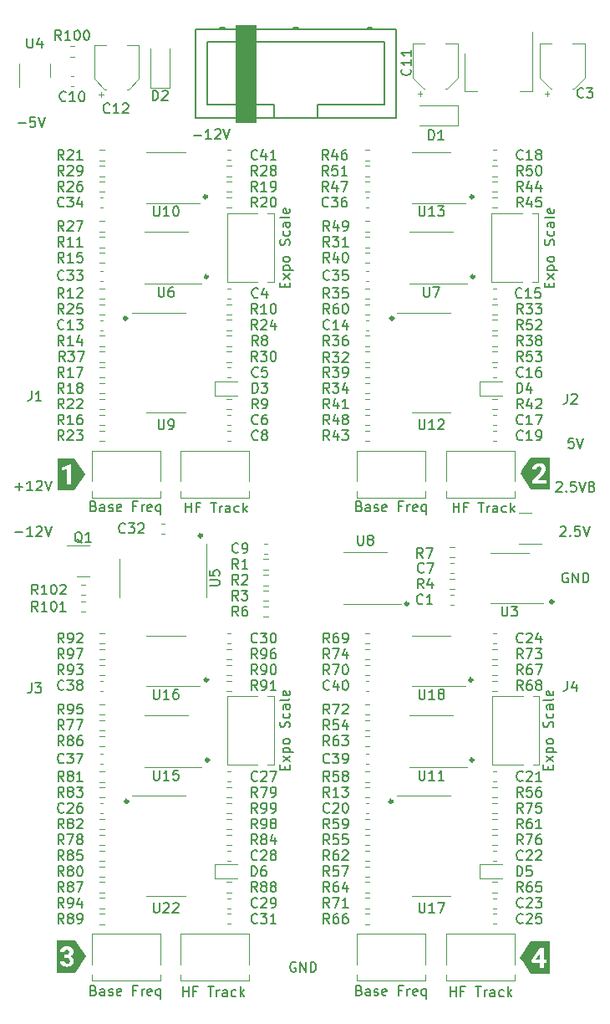
<source format=gbr>
%TF.GenerationSoftware,KiCad,Pcbnew,(6.0.11)*%
%TF.CreationDate,2023-05-28T11:22:07+01:00*%
%TF.ProjectId,Quadraphone,51756164-7261-4706-986f-6e652e6b6963,rev?*%
%TF.SameCoordinates,Original*%
%TF.FileFunction,Legend,Top*%
%TF.FilePolarity,Positive*%
%FSLAX46Y46*%
G04 Gerber Fmt 4.6, Leading zero omitted, Abs format (unit mm)*
G04 Created by KiCad (PCBNEW (6.0.11)) date 2023-05-28 11:22:07*
%MOMM*%
%LPD*%
G01*
G04 APERTURE LIST*
%ADD10C,0.300000*%
%ADD11C,0.150000*%
%ADD12C,0.120000*%
%ADD13C,0.100000*%
G04 APERTURE END LIST*
D10*
X97241421Y-67900000D02*
G75*
G03*
X97241421Y-67900000I-141421J0D01*
G01*
X70241421Y-67900000D02*
G75*
G03*
X70241421Y-67900000I-141421J0D01*
G01*
X105341421Y-108900000D02*
G75*
G03*
X105341421Y-108900000I-141421J0D01*
G01*
X90641421Y-109100000D02*
G75*
G03*
X90641421Y-109100000I-141421J0D01*
G01*
X97141421Y-116800000D02*
G75*
G03*
X97141421Y-116800000I-141421J0D01*
G01*
X70341421Y-76000000D02*
G75*
G03*
X70341421Y-76000000I-141421J0D01*
G01*
X89141421Y-80200000D02*
G75*
G03*
X89141421Y-80200000I-141421J0D01*
G01*
X70441421Y-124900000D02*
G75*
G03*
X70441421Y-124900000I-141421J0D01*
G01*
X70341421Y-116800000D02*
G75*
G03*
X70341421Y-116800000I-141421J0D01*
G01*
X89041421Y-129100000D02*
G75*
G03*
X89041421Y-129100000I-141421J0D01*
G01*
X62241421Y-129100000D02*
G75*
G03*
X62241421Y-129100000I-141421J0D01*
G01*
X62141421Y-80200000D02*
G75*
G03*
X62141421Y-80200000I-141421J0D01*
G01*
X69741421Y-102200000D02*
G75*
G03*
X69741421Y-102200000I-141421J0D01*
G01*
X97341421Y-76000000D02*
G75*
G03*
X97341421Y-76000000I-141421J0D01*
G01*
X97241421Y-124900000D02*
G75*
G03*
X97241421Y-124900000I-141421J0D01*
G01*
D11*
X105671428Y-96847619D02*
X105719047Y-96800000D01*
X105814285Y-96752380D01*
X106052380Y-96752380D01*
X106147619Y-96800000D01*
X106195238Y-96847619D01*
X106242857Y-96942857D01*
X106242857Y-97038095D01*
X106195238Y-97180952D01*
X105623809Y-97752380D01*
X106242857Y-97752380D01*
X106671428Y-97657142D02*
X106719047Y-97704761D01*
X106671428Y-97752380D01*
X106623809Y-97704761D01*
X106671428Y-97657142D01*
X106671428Y-97752380D01*
X107623809Y-96752380D02*
X107147619Y-96752380D01*
X107100000Y-97228571D01*
X107147619Y-97180952D01*
X107242857Y-97133333D01*
X107480952Y-97133333D01*
X107576190Y-97180952D01*
X107623809Y-97228571D01*
X107671428Y-97323809D01*
X107671428Y-97561904D01*
X107623809Y-97657142D01*
X107576190Y-97704761D01*
X107480952Y-97752380D01*
X107242857Y-97752380D01*
X107147619Y-97704761D01*
X107100000Y-97657142D01*
X107957142Y-96752380D02*
X108290476Y-97752380D01*
X108623809Y-96752380D01*
X109290476Y-97228571D02*
X109433333Y-97276190D01*
X109480952Y-97323809D01*
X109528571Y-97419047D01*
X109528571Y-97561904D01*
X109480952Y-97657142D01*
X109433333Y-97704761D01*
X109338095Y-97752380D01*
X108957142Y-97752380D01*
X108957142Y-96752380D01*
X109290476Y-96752380D01*
X109385714Y-96800000D01*
X109433333Y-96847619D01*
X109480952Y-96942857D01*
X109480952Y-97038095D01*
X109433333Y-97133333D01*
X109385714Y-97180952D01*
X109290476Y-97228571D01*
X108957142Y-97228571D01*
X67828571Y-148852380D02*
X67828571Y-147852380D01*
X67828571Y-148328571D02*
X68400000Y-148328571D01*
X68400000Y-148852380D02*
X68400000Y-147852380D01*
X69209523Y-148328571D02*
X68876190Y-148328571D01*
X68876190Y-148852380D02*
X68876190Y-147852380D01*
X69352380Y-147852380D01*
X70352380Y-147852380D02*
X70923809Y-147852380D01*
X70638095Y-148852380D02*
X70638095Y-147852380D01*
X71257142Y-148852380D02*
X71257142Y-148185714D01*
X71257142Y-148376190D02*
X71304761Y-148280952D01*
X71352380Y-148233333D01*
X71447619Y-148185714D01*
X71542857Y-148185714D01*
X72304761Y-148852380D02*
X72304761Y-148328571D01*
X72257142Y-148233333D01*
X72161904Y-148185714D01*
X71971428Y-148185714D01*
X71876190Y-148233333D01*
X72304761Y-148804761D02*
X72209523Y-148852380D01*
X71971428Y-148852380D01*
X71876190Y-148804761D01*
X71828571Y-148709523D01*
X71828571Y-148614285D01*
X71876190Y-148519047D01*
X71971428Y-148471428D01*
X72209523Y-148471428D01*
X72304761Y-148423809D01*
X73209523Y-148804761D02*
X73114285Y-148852380D01*
X72923809Y-148852380D01*
X72828571Y-148804761D01*
X72780952Y-148757142D01*
X72733333Y-148661904D01*
X72733333Y-148376190D01*
X72780952Y-148280952D01*
X72828571Y-148233333D01*
X72923809Y-148185714D01*
X73114285Y-148185714D01*
X73209523Y-148233333D01*
X73638095Y-148852380D02*
X73638095Y-147852380D01*
X73733333Y-148471428D02*
X74019047Y-148852380D01*
X74019047Y-148185714D02*
X73638095Y-148566666D01*
X107409523Y-92352380D02*
X106933333Y-92352380D01*
X106885714Y-92828571D01*
X106933333Y-92780952D01*
X107028571Y-92733333D01*
X107266666Y-92733333D01*
X107361904Y-92780952D01*
X107409523Y-92828571D01*
X107457142Y-92923809D01*
X107457142Y-93161904D01*
X107409523Y-93257142D01*
X107361904Y-93304761D01*
X107266666Y-93352380D01*
X107028571Y-93352380D01*
X106933333Y-93304761D01*
X106885714Y-93257142D01*
X107742857Y-92352380D02*
X108076190Y-93352380D01*
X108409523Y-92352380D01*
X94928571Y-148852380D02*
X94928571Y-147852380D01*
X94928571Y-148328571D02*
X95500000Y-148328571D01*
X95500000Y-148852380D02*
X95500000Y-147852380D01*
X96309523Y-148328571D02*
X95976190Y-148328571D01*
X95976190Y-148852380D02*
X95976190Y-147852380D01*
X96452380Y-147852380D01*
X97452380Y-147852380D02*
X98023809Y-147852380D01*
X97738095Y-148852380D02*
X97738095Y-147852380D01*
X98357142Y-148852380D02*
X98357142Y-148185714D01*
X98357142Y-148376190D02*
X98404761Y-148280952D01*
X98452380Y-148233333D01*
X98547619Y-148185714D01*
X98642857Y-148185714D01*
X99404761Y-148852380D02*
X99404761Y-148328571D01*
X99357142Y-148233333D01*
X99261904Y-148185714D01*
X99071428Y-148185714D01*
X98976190Y-148233333D01*
X99404761Y-148804761D02*
X99309523Y-148852380D01*
X99071428Y-148852380D01*
X98976190Y-148804761D01*
X98928571Y-148709523D01*
X98928571Y-148614285D01*
X98976190Y-148519047D01*
X99071428Y-148471428D01*
X99309523Y-148471428D01*
X99404761Y-148423809D01*
X100309523Y-148804761D02*
X100214285Y-148852380D01*
X100023809Y-148852380D01*
X99928571Y-148804761D01*
X99880952Y-148757142D01*
X99833333Y-148661904D01*
X99833333Y-148376190D01*
X99880952Y-148280952D01*
X99928571Y-148233333D01*
X100023809Y-148185714D01*
X100214285Y-148185714D01*
X100309523Y-148233333D01*
X100738095Y-148852380D02*
X100738095Y-147852380D01*
X100833333Y-148471428D02*
X101119047Y-148852380D01*
X101119047Y-148185714D02*
X100738095Y-148566666D01*
X95228571Y-99852380D02*
X95228571Y-98852380D01*
X95228571Y-99328571D02*
X95800000Y-99328571D01*
X95800000Y-99852380D02*
X95800000Y-98852380D01*
X96609523Y-99328571D02*
X96276190Y-99328571D01*
X96276190Y-99852380D02*
X96276190Y-98852380D01*
X96752380Y-98852380D01*
X97752380Y-98852380D02*
X98323809Y-98852380D01*
X98038095Y-99852380D02*
X98038095Y-98852380D01*
X98657142Y-99852380D02*
X98657142Y-99185714D01*
X98657142Y-99376190D02*
X98704761Y-99280952D01*
X98752380Y-99233333D01*
X98847619Y-99185714D01*
X98942857Y-99185714D01*
X99704761Y-99852380D02*
X99704761Y-99328571D01*
X99657142Y-99233333D01*
X99561904Y-99185714D01*
X99371428Y-99185714D01*
X99276190Y-99233333D01*
X99704761Y-99804761D02*
X99609523Y-99852380D01*
X99371428Y-99852380D01*
X99276190Y-99804761D01*
X99228571Y-99709523D01*
X99228571Y-99614285D01*
X99276190Y-99519047D01*
X99371428Y-99471428D01*
X99609523Y-99471428D01*
X99704761Y-99423809D01*
X100609523Y-99804761D02*
X100514285Y-99852380D01*
X100323809Y-99852380D01*
X100228571Y-99804761D01*
X100180952Y-99757142D01*
X100133333Y-99661904D01*
X100133333Y-99376190D01*
X100180952Y-99280952D01*
X100228571Y-99233333D01*
X100323809Y-99185714D01*
X100514285Y-99185714D01*
X100609523Y-99233333D01*
X101038095Y-99852380D02*
X101038095Y-98852380D01*
X101133333Y-99471428D02*
X101419047Y-99852380D01*
X101419047Y-99185714D02*
X101038095Y-99566666D01*
X68128571Y-99852380D02*
X68128571Y-98852380D01*
X68128571Y-99328571D02*
X68700000Y-99328571D01*
X68700000Y-99852380D02*
X68700000Y-98852380D01*
X69509523Y-99328571D02*
X69176190Y-99328571D01*
X69176190Y-99852380D02*
X69176190Y-98852380D01*
X69652380Y-98852380D01*
X70652380Y-98852380D02*
X71223809Y-98852380D01*
X70938095Y-99852380D02*
X70938095Y-98852380D01*
X71557142Y-99852380D02*
X71557142Y-99185714D01*
X71557142Y-99376190D02*
X71604761Y-99280952D01*
X71652380Y-99233333D01*
X71747619Y-99185714D01*
X71842857Y-99185714D01*
X72604761Y-99852380D02*
X72604761Y-99328571D01*
X72557142Y-99233333D01*
X72461904Y-99185714D01*
X72271428Y-99185714D01*
X72176190Y-99233333D01*
X72604761Y-99804761D02*
X72509523Y-99852380D01*
X72271428Y-99852380D01*
X72176190Y-99804761D01*
X72128571Y-99709523D01*
X72128571Y-99614285D01*
X72176190Y-99519047D01*
X72271428Y-99471428D01*
X72509523Y-99471428D01*
X72604761Y-99423809D01*
X73509523Y-99804761D02*
X73414285Y-99852380D01*
X73223809Y-99852380D01*
X73128571Y-99804761D01*
X73080952Y-99757142D01*
X73033333Y-99661904D01*
X73033333Y-99376190D01*
X73080952Y-99280952D01*
X73128571Y-99233333D01*
X73223809Y-99185714D01*
X73414285Y-99185714D01*
X73509523Y-99233333D01*
X73938095Y-99852380D02*
X73938095Y-98852380D01*
X74033333Y-99471428D02*
X74319047Y-99852380D01*
X74319047Y-99185714D02*
X73938095Y-99566666D01*
X106838095Y-106000000D02*
X106742857Y-105952380D01*
X106600000Y-105952380D01*
X106457142Y-106000000D01*
X106361904Y-106095238D01*
X106314285Y-106190476D01*
X106266666Y-106380952D01*
X106266666Y-106523809D01*
X106314285Y-106714285D01*
X106361904Y-106809523D01*
X106457142Y-106904761D01*
X106600000Y-106952380D01*
X106695238Y-106952380D01*
X106838095Y-106904761D01*
X106885714Y-106857142D01*
X106885714Y-106523809D01*
X106695238Y-106523809D01*
X107314285Y-106952380D02*
X107314285Y-105952380D01*
X107885714Y-106952380D01*
X107885714Y-105952380D01*
X108361904Y-106952380D02*
X108361904Y-105952380D01*
X108600000Y-105952380D01*
X108742857Y-106000000D01*
X108838095Y-106095238D01*
X108885714Y-106190476D01*
X108933333Y-106380952D01*
X108933333Y-106523809D01*
X108885714Y-106714285D01*
X108838095Y-106809523D01*
X108742857Y-106904761D01*
X108600000Y-106952380D01*
X108361904Y-106952380D01*
X104928571Y-77052380D02*
X104928571Y-76719047D01*
X105452380Y-76576190D02*
X105452380Y-77052380D01*
X104452380Y-77052380D01*
X104452380Y-76576190D01*
X105452380Y-76242857D02*
X104785714Y-75719047D01*
X104785714Y-76242857D02*
X105452380Y-75719047D01*
X104785714Y-75338095D02*
X105785714Y-75338095D01*
X104833333Y-75338095D02*
X104785714Y-75242857D01*
X104785714Y-75052380D01*
X104833333Y-74957142D01*
X104880952Y-74909523D01*
X104976190Y-74861904D01*
X105261904Y-74861904D01*
X105357142Y-74909523D01*
X105404761Y-74957142D01*
X105452380Y-75052380D01*
X105452380Y-75242857D01*
X105404761Y-75338095D01*
X105452380Y-74290476D02*
X105404761Y-74385714D01*
X105357142Y-74433333D01*
X105261904Y-74480952D01*
X104976190Y-74480952D01*
X104880952Y-74433333D01*
X104833333Y-74385714D01*
X104785714Y-74290476D01*
X104785714Y-74147619D01*
X104833333Y-74052380D01*
X104880952Y-74004761D01*
X104976190Y-73957142D01*
X105261904Y-73957142D01*
X105357142Y-74004761D01*
X105404761Y-74052380D01*
X105452380Y-74147619D01*
X105452380Y-74290476D01*
X105404761Y-72814285D02*
X105452380Y-72671428D01*
X105452380Y-72433333D01*
X105404761Y-72338095D01*
X105357142Y-72290476D01*
X105261904Y-72242857D01*
X105166666Y-72242857D01*
X105071428Y-72290476D01*
X105023809Y-72338095D01*
X104976190Y-72433333D01*
X104928571Y-72623809D01*
X104880952Y-72719047D01*
X104833333Y-72766666D01*
X104738095Y-72814285D01*
X104642857Y-72814285D01*
X104547619Y-72766666D01*
X104500000Y-72719047D01*
X104452380Y-72623809D01*
X104452380Y-72385714D01*
X104500000Y-72242857D01*
X105404761Y-71385714D02*
X105452380Y-71480952D01*
X105452380Y-71671428D01*
X105404761Y-71766666D01*
X105357142Y-71814285D01*
X105261904Y-71861904D01*
X104976190Y-71861904D01*
X104880952Y-71814285D01*
X104833333Y-71766666D01*
X104785714Y-71671428D01*
X104785714Y-71480952D01*
X104833333Y-71385714D01*
X105452380Y-70528571D02*
X104928571Y-70528571D01*
X104833333Y-70576190D01*
X104785714Y-70671428D01*
X104785714Y-70861904D01*
X104833333Y-70957142D01*
X105404761Y-70528571D02*
X105452380Y-70623809D01*
X105452380Y-70861904D01*
X105404761Y-70957142D01*
X105309523Y-71004761D01*
X105214285Y-71004761D01*
X105119047Y-70957142D01*
X105071428Y-70861904D01*
X105071428Y-70623809D01*
X105023809Y-70528571D01*
X105452380Y-69909523D02*
X105404761Y-70004761D01*
X105309523Y-70052380D01*
X104452380Y-70052380D01*
X105404761Y-69147619D02*
X105452380Y-69242857D01*
X105452380Y-69433333D01*
X105404761Y-69528571D01*
X105309523Y-69576190D01*
X104928571Y-69576190D01*
X104833333Y-69528571D01*
X104785714Y-69433333D01*
X104785714Y-69242857D01*
X104833333Y-69147619D01*
X104928571Y-69100000D01*
X105023809Y-69100000D01*
X105119047Y-69576190D01*
X85685714Y-99228571D02*
X85828571Y-99276190D01*
X85876190Y-99323809D01*
X85923809Y-99419047D01*
X85923809Y-99561904D01*
X85876190Y-99657142D01*
X85828571Y-99704761D01*
X85733333Y-99752380D01*
X85352380Y-99752380D01*
X85352380Y-98752380D01*
X85685714Y-98752380D01*
X85780952Y-98800000D01*
X85828571Y-98847619D01*
X85876190Y-98942857D01*
X85876190Y-99038095D01*
X85828571Y-99133333D01*
X85780952Y-99180952D01*
X85685714Y-99228571D01*
X85352380Y-99228571D01*
X86780952Y-99752380D02*
X86780952Y-99228571D01*
X86733333Y-99133333D01*
X86638095Y-99085714D01*
X86447619Y-99085714D01*
X86352380Y-99133333D01*
X86780952Y-99704761D02*
X86685714Y-99752380D01*
X86447619Y-99752380D01*
X86352380Y-99704761D01*
X86304761Y-99609523D01*
X86304761Y-99514285D01*
X86352380Y-99419047D01*
X86447619Y-99371428D01*
X86685714Y-99371428D01*
X86780952Y-99323809D01*
X87209523Y-99704761D02*
X87304761Y-99752380D01*
X87495238Y-99752380D01*
X87590476Y-99704761D01*
X87638095Y-99609523D01*
X87638095Y-99561904D01*
X87590476Y-99466666D01*
X87495238Y-99419047D01*
X87352380Y-99419047D01*
X87257142Y-99371428D01*
X87209523Y-99276190D01*
X87209523Y-99228571D01*
X87257142Y-99133333D01*
X87352380Y-99085714D01*
X87495238Y-99085714D01*
X87590476Y-99133333D01*
X88447619Y-99704761D02*
X88352380Y-99752380D01*
X88161904Y-99752380D01*
X88066666Y-99704761D01*
X88019047Y-99609523D01*
X88019047Y-99228571D01*
X88066666Y-99133333D01*
X88161904Y-99085714D01*
X88352380Y-99085714D01*
X88447619Y-99133333D01*
X88495238Y-99228571D01*
X88495238Y-99323809D01*
X88019047Y-99419047D01*
X90019047Y-99228571D02*
X89685714Y-99228571D01*
X89685714Y-99752380D02*
X89685714Y-98752380D01*
X90161904Y-98752380D01*
X90542857Y-99752380D02*
X90542857Y-99085714D01*
X90542857Y-99276190D02*
X90590476Y-99180952D01*
X90638095Y-99133333D01*
X90733333Y-99085714D01*
X90828571Y-99085714D01*
X91542857Y-99704761D02*
X91447619Y-99752380D01*
X91257142Y-99752380D01*
X91161904Y-99704761D01*
X91114285Y-99609523D01*
X91114285Y-99228571D01*
X91161904Y-99133333D01*
X91257142Y-99085714D01*
X91447619Y-99085714D01*
X91542857Y-99133333D01*
X91590476Y-99228571D01*
X91590476Y-99323809D01*
X91114285Y-99419047D01*
X92447619Y-99085714D02*
X92447619Y-100085714D01*
X92447619Y-99704761D02*
X92352380Y-99752380D01*
X92161904Y-99752380D01*
X92066666Y-99704761D01*
X92019047Y-99657142D01*
X91971428Y-99561904D01*
X91971428Y-99276190D01*
X92019047Y-99180952D01*
X92066666Y-99133333D01*
X92161904Y-99085714D01*
X92352380Y-99085714D01*
X92447619Y-99133333D01*
X104828571Y-125852380D02*
X104828571Y-125519047D01*
X105352380Y-125376190D02*
X105352380Y-125852380D01*
X104352380Y-125852380D01*
X104352380Y-125376190D01*
X105352380Y-125042857D02*
X104685714Y-124519047D01*
X104685714Y-125042857D02*
X105352380Y-124519047D01*
X104685714Y-124138095D02*
X105685714Y-124138095D01*
X104733333Y-124138095D02*
X104685714Y-124042857D01*
X104685714Y-123852380D01*
X104733333Y-123757142D01*
X104780952Y-123709523D01*
X104876190Y-123661904D01*
X105161904Y-123661904D01*
X105257142Y-123709523D01*
X105304761Y-123757142D01*
X105352380Y-123852380D01*
X105352380Y-124042857D01*
X105304761Y-124138095D01*
X105352380Y-123090476D02*
X105304761Y-123185714D01*
X105257142Y-123233333D01*
X105161904Y-123280952D01*
X104876190Y-123280952D01*
X104780952Y-123233333D01*
X104733333Y-123185714D01*
X104685714Y-123090476D01*
X104685714Y-122947619D01*
X104733333Y-122852380D01*
X104780952Y-122804761D01*
X104876190Y-122757142D01*
X105161904Y-122757142D01*
X105257142Y-122804761D01*
X105304761Y-122852380D01*
X105352380Y-122947619D01*
X105352380Y-123090476D01*
X105304761Y-121614285D02*
X105352380Y-121471428D01*
X105352380Y-121233333D01*
X105304761Y-121138095D01*
X105257142Y-121090476D01*
X105161904Y-121042857D01*
X105066666Y-121042857D01*
X104971428Y-121090476D01*
X104923809Y-121138095D01*
X104876190Y-121233333D01*
X104828571Y-121423809D01*
X104780952Y-121519047D01*
X104733333Y-121566666D01*
X104638095Y-121614285D01*
X104542857Y-121614285D01*
X104447619Y-121566666D01*
X104400000Y-121519047D01*
X104352380Y-121423809D01*
X104352380Y-121185714D01*
X104400000Y-121042857D01*
X105304761Y-120185714D02*
X105352380Y-120280952D01*
X105352380Y-120471428D01*
X105304761Y-120566666D01*
X105257142Y-120614285D01*
X105161904Y-120661904D01*
X104876190Y-120661904D01*
X104780952Y-120614285D01*
X104733333Y-120566666D01*
X104685714Y-120471428D01*
X104685714Y-120280952D01*
X104733333Y-120185714D01*
X105352380Y-119328571D02*
X104828571Y-119328571D01*
X104733333Y-119376190D01*
X104685714Y-119471428D01*
X104685714Y-119661904D01*
X104733333Y-119757142D01*
X105304761Y-119328571D02*
X105352380Y-119423809D01*
X105352380Y-119661904D01*
X105304761Y-119757142D01*
X105209523Y-119804761D01*
X105114285Y-119804761D01*
X105019047Y-119757142D01*
X104971428Y-119661904D01*
X104971428Y-119423809D01*
X104923809Y-119328571D01*
X105352380Y-118709523D02*
X105304761Y-118804761D01*
X105209523Y-118852380D01*
X104352380Y-118852380D01*
X105304761Y-117947619D02*
X105352380Y-118042857D01*
X105352380Y-118233333D01*
X105304761Y-118328571D01*
X105209523Y-118376190D01*
X104828571Y-118376190D01*
X104733333Y-118328571D01*
X104685714Y-118233333D01*
X104685714Y-118042857D01*
X104733333Y-117947619D01*
X104828571Y-117900000D01*
X104923809Y-117900000D01*
X105019047Y-118376190D01*
X51114285Y-60471428D02*
X51876190Y-60471428D01*
X52828571Y-59852380D02*
X52352380Y-59852380D01*
X52304761Y-60328571D01*
X52352380Y-60280952D01*
X52447619Y-60233333D01*
X52685714Y-60233333D01*
X52780952Y-60280952D01*
X52828571Y-60328571D01*
X52876190Y-60423809D01*
X52876190Y-60661904D01*
X52828571Y-60757142D01*
X52780952Y-60804761D01*
X52685714Y-60852380D01*
X52447619Y-60852380D01*
X52352380Y-60804761D01*
X52304761Y-60757142D01*
X53161904Y-59852380D02*
X53495238Y-60852380D01*
X53828571Y-59852380D01*
X79238095Y-145400000D02*
X79142857Y-145352380D01*
X79000000Y-145352380D01*
X78857142Y-145400000D01*
X78761904Y-145495238D01*
X78714285Y-145590476D01*
X78666666Y-145780952D01*
X78666666Y-145923809D01*
X78714285Y-146114285D01*
X78761904Y-146209523D01*
X78857142Y-146304761D01*
X79000000Y-146352380D01*
X79095238Y-146352380D01*
X79238095Y-146304761D01*
X79285714Y-146257142D01*
X79285714Y-145923809D01*
X79095238Y-145923809D01*
X79714285Y-146352380D02*
X79714285Y-145352380D01*
X80285714Y-146352380D01*
X80285714Y-145352380D01*
X80761904Y-146352380D02*
X80761904Y-145352380D01*
X81000000Y-145352380D01*
X81142857Y-145400000D01*
X81238095Y-145495238D01*
X81285714Y-145590476D01*
X81333333Y-145780952D01*
X81333333Y-145923809D01*
X81285714Y-146114285D01*
X81238095Y-146209523D01*
X81142857Y-146304761D01*
X81000000Y-146352380D01*
X80761904Y-146352380D01*
X78128571Y-125852380D02*
X78128571Y-125519047D01*
X78652380Y-125376190D02*
X78652380Y-125852380D01*
X77652380Y-125852380D01*
X77652380Y-125376190D01*
X78652380Y-125042857D02*
X77985714Y-124519047D01*
X77985714Y-125042857D02*
X78652380Y-124519047D01*
X77985714Y-124138095D02*
X78985714Y-124138095D01*
X78033333Y-124138095D02*
X77985714Y-124042857D01*
X77985714Y-123852380D01*
X78033333Y-123757142D01*
X78080952Y-123709523D01*
X78176190Y-123661904D01*
X78461904Y-123661904D01*
X78557142Y-123709523D01*
X78604761Y-123757142D01*
X78652380Y-123852380D01*
X78652380Y-124042857D01*
X78604761Y-124138095D01*
X78652380Y-123090476D02*
X78604761Y-123185714D01*
X78557142Y-123233333D01*
X78461904Y-123280952D01*
X78176190Y-123280952D01*
X78080952Y-123233333D01*
X78033333Y-123185714D01*
X77985714Y-123090476D01*
X77985714Y-122947619D01*
X78033333Y-122852380D01*
X78080952Y-122804761D01*
X78176190Y-122757142D01*
X78461904Y-122757142D01*
X78557142Y-122804761D01*
X78604761Y-122852380D01*
X78652380Y-122947619D01*
X78652380Y-123090476D01*
X78604761Y-121614285D02*
X78652380Y-121471428D01*
X78652380Y-121233333D01*
X78604761Y-121138095D01*
X78557142Y-121090476D01*
X78461904Y-121042857D01*
X78366666Y-121042857D01*
X78271428Y-121090476D01*
X78223809Y-121138095D01*
X78176190Y-121233333D01*
X78128571Y-121423809D01*
X78080952Y-121519047D01*
X78033333Y-121566666D01*
X77938095Y-121614285D01*
X77842857Y-121614285D01*
X77747619Y-121566666D01*
X77700000Y-121519047D01*
X77652380Y-121423809D01*
X77652380Y-121185714D01*
X77700000Y-121042857D01*
X78604761Y-120185714D02*
X78652380Y-120280952D01*
X78652380Y-120471428D01*
X78604761Y-120566666D01*
X78557142Y-120614285D01*
X78461904Y-120661904D01*
X78176190Y-120661904D01*
X78080952Y-120614285D01*
X78033333Y-120566666D01*
X77985714Y-120471428D01*
X77985714Y-120280952D01*
X78033333Y-120185714D01*
X78652380Y-119328571D02*
X78128571Y-119328571D01*
X78033333Y-119376190D01*
X77985714Y-119471428D01*
X77985714Y-119661904D01*
X78033333Y-119757142D01*
X78604761Y-119328571D02*
X78652380Y-119423809D01*
X78652380Y-119661904D01*
X78604761Y-119757142D01*
X78509523Y-119804761D01*
X78414285Y-119804761D01*
X78319047Y-119757142D01*
X78271428Y-119661904D01*
X78271428Y-119423809D01*
X78223809Y-119328571D01*
X78652380Y-118709523D02*
X78604761Y-118804761D01*
X78509523Y-118852380D01*
X77652380Y-118852380D01*
X78604761Y-117947619D02*
X78652380Y-118042857D01*
X78652380Y-118233333D01*
X78604761Y-118328571D01*
X78509523Y-118376190D01*
X78128571Y-118376190D01*
X78033333Y-118328571D01*
X77985714Y-118233333D01*
X77985714Y-118042857D01*
X78033333Y-117947619D01*
X78128571Y-117900000D01*
X78223809Y-117900000D01*
X78319047Y-118376190D01*
X78128571Y-77052380D02*
X78128571Y-76719047D01*
X78652380Y-76576190D02*
X78652380Y-77052380D01*
X77652380Y-77052380D01*
X77652380Y-76576190D01*
X78652380Y-76242857D02*
X77985714Y-75719047D01*
X77985714Y-76242857D02*
X78652380Y-75719047D01*
X77985714Y-75338095D02*
X78985714Y-75338095D01*
X78033333Y-75338095D02*
X77985714Y-75242857D01*
X77985714Y-75052380D01*
X78033333Y-74957142D01*
X78080952Y-74909523D01*
X78176190Y-74861904D01*
X78461904Y-74861904D01*
X78557142Y-74909523D01*
X78604761Y-74957142D01*
X78652380Y-75052380D01*
X78652380Y-75242857D01*
X78604761Y-75338095D01*
X78652380Y-74290476D02*
X78604761Y-74385714D01*
X78557142Y-74433333D01*
X78461904Y-74480952D01*
X78176190Y-74480952D01*
X78080952Y-74433333D01*
X78033333Y-74385714D01*
X77985714Y-74290476D01*
X77985714Y-74147619D01*
X78033333Y-74052380D01*
X78080952Y-74004761D01*
X78176190Y-73957142D01*
X78461904Y-73957142D01*
X78557142Y-74004761D01*
X78604761Y-74052380D01*
X78652380Y-74147619D01*
X78652380Y-74290476D01*
X78604761Y-72814285D02*
X78652380Y-72671428D01*
X78652380Y-72433333D01*
X78604761Y-72338095D01*
X78557142Y-72290476D01*
X78461904Y-72242857D01*
X78366666Y-72242857D01*
X78271428Y-72290476D01*
X78223809Y-72338095D01*
X78176190Y-72433333D01*
X78128571Y-72623809D01*
X78080952Y-72719047D01*
X78033333Y-72766666D01*
X77938095Y-72814285D01*
X77842857Y-72814285D01*
X77747619Y-72766666D01*
X77700000Y-72719047D01*
X77652380Y-72623809D01*
X77652380Y-72385714D01*
X77700000Y-72242857D01*
X78604761Y-71385714D02*
X78652380Y-71480952D01*
X78652380Y-71671428D01*
X78604761Y-71766666D01*
X78557142Y-71814285D01*
X78461904Y-71861904D01*
X78176190Y-71861904D01*
X78080952Y-71814285D01*
X78033333Y-71766666D01*
X77985714Y-71671428D01*
X77985714Y-71480952D01*
X78033333Y-71385714D01*
X78652380Y-70528571D02*
X78128571Y-70528571D01*
X78033333Y-70576190D01*
X77985714Y-70671428D01*
X77985714Y-70861904D01*
X78033333Y-70957142D01*
X78604761Y-70528571D02*
X78652380Y-70623809D01*
X78652380Y-70861904D01*
X78604761Y-70957142D01*
X78509523Y-71004761D01*
X78414285Y-71004761D01*
X78319047Y-70957142D01*
X78271428Y-70861904D01*
X78271428Y-70623809D01*
X78223809Y-70528571D01*
X78652380Y-69909523D02*
X78604761Y-70004761D01*
X78509523Y-70052380D01*
X77652380Y-70052380D01*
X78604761Y-69147619D02*
X78652380Y-69242857D01*
X78652380Y-69433333D01*
X78604761Y-69528571D01*
X78509523Y-69576190D01*
X78128571Y-69576190D01*
X78033333Y-69528571D01*
X77985714Y-69433333D01*
X77985714Y-69242857D01*
X78033333Y-69147619D01*
X78128571Y-69100000D01*
X78223809Y-69100000D01*
X78319047Y-69576190D01*
X85685714Y-148228571D02*
X85828571Y-148276190D01*
X85876190Y-148323809D01*
X85923809Y-148419047D01*
X85923809Y-148561904D01*
X85876190Y-148657142D01*
X85828571Y-148704761D01*
X85733333Y-148752380D01*
X85352380Y-148752380D01*
X85352380Y-147752380D01*
X85685714Y-147752380D01*
X85780952Y-147800000D01*
X85828571Y-147847619D01*
X85876190Y-147942857D01*
X85876190Y-148038095D01*
X85828571Y-148133333D01*
X85780952Y-148180952D01*
X85685714Y-148228571D01*
X85352380Y-148228571D01*
X86780952Y-148752380D02*
X86780952Y-148228571D01*
X86733333Y-148133333D01*
X86638095Y-148085714D01*
X86447619Y-148085714D01*
X86352380Y-148133333D01*
X86780952Y-148704761D02*
X86685714Y-148752380D01*
X86447619Y-148752380D01*
X86352380Y-148704761D01*
X86304761Y-148609523D01*
X86304761Y-148514285D01*
X86352380Y-148419047D01*
X86447619Y-148371428D01*
X86685714Y-148371428D01*
X86780952Y-148323809D01*
X87209523Y-148704761D02*
X87304761Y-148752380D01*
X87495238Y-148752380D01*
X87590476Y-148704761D01*
X87638095Y-148609523D01*
X87638095Y-148561904D01*
X87590476Y-148466666D01*
X87495238Y-148419047D01*
X87352380Y-148419047D01*
X87257142Y-148371428D01*
X87209523Y-148276190D01*
X87209523Y-148228571D01*
X87257142Y-148133333D01*
X87352380Y-148085714D01*
X87495238Y-148085714D01*
X87590476Y-148133333D01*
X88447619Y-148704761D02*
X88352380Y-148752380D01*
X88161904Y-148752380D01*
X88066666Y-148704761D01*
X88019047Y-148609523D01*
X88019047Y-148228571D01*
X88066666Y-148133333D01*
X88161904Y-148085714D01*
X88352380Y-148085714D01*
X88447619Y-148133333D01*
X88495238Y-148228571D01*
X88495238Y-148323809D01*
X88019047Y-148419047D01*
X90019047Y-148228571D02*
X89685714Y-148228571D01*
X89685714Y-148752380D02*
X89685714Y-147752380D01*
X90161904Y-147752380D01*
X90542857Y-148752380D02*
X90542857Y-148085714D01*
X90542857Y-148276190D02*
X90590476Y-148180952D01*
X90638095Y-148133333D01*
X90733333Y-148085714D01*
X90828571Y-148085714D01*
X91542857Y-148704761D02*
X91447619Y-148752380D01*
X91257142Y-148752380D01*
X91161904Y-148704761D01*
X91114285Y-148609523D01*
X91114285Y-148228571D01*
X91161904Y-148133333D01*
X91257142Y-148085714D01*
X91447619Y-148085714D01*
X91542857Y-148133333D01*
X91590476Y-148228571D01*
X91590476Y-148323809D01*
X91114285Y-148419047D01*
X92447619Y-148085714D02*
X92447619Y-149085714D01*
X92447619Y-148704761D02*
X92352380Y-148752380D01*
X92161904Y-148752380D01*
X92066666Y-148704761D01*
X92019047Y-148657142D01*
X91971428Y-148561904D01*
X91971428Y-148276190D01*
X92019047Y-148180952D01*
X92066666Y-148133333D01*
X92161904Y-148085714D01*
X92352380Y-148085714D01*
X92447619Y-148133333D01*
X106071428Y-101347619D02*
X106119047Y-101300000D01*
X106214285Y-101252380D01*
X106452380Y-101252380D01*
X106547619Y-101300000D01*
X106595238Y-101347619D01*
X106642857Y-101442857D01*
X106642857Y-101538095D01*
X106595238Y-101680952D01*
X106023809Y-102252380D01*
X106642857Y-102252380D01*
X107071428Y-102157142D02*
X107119047Y-102204761D01*
X107071428Y-102252380D01*
X107023809Y-102204761D01*
X107071428Y-102157142D01*
X107071428Y-102252380D01*
X108023809Y-101252380D02*
X107547619Y-101252380D01*
X107500000Y-101728571D01*
X107547619Y-101680952D01*
X107642857Y-101633333D01*
X107880952Y-101633333D01*
X107976190Y-101680952D01*
X108023809Y-101728571D01*
X108071428Y-101823809D01*
X108071428Y-102061904D01*
X108023809Y-102157142D01*
X107976190Y-102204761D01*
X107880952Y-102252380D01*
X107642857Y-102252380D01*
X107547619Y-102204761D01*
X107500000Y-102157142D01*
X108357142Y-101252380D02*
X108690476Y-102252380D01*
X109023809Y-101252380D01*
X58785714Y-148228571D02*
X58928571Y-148276190D01*
X58976190Y-148323809D01*
X59023809Y-148419047D01*
X59023809Y-148561904D01*
X58976190Y-148657142D01*
X58928571Y-148704761D01*
X58833333Y-148752380D01*
X58452380Y-148752380D01*
X58452380Y-147752380D01*
X58785714Y-147752380D01*
X58880952Y-147800000D01*
X58928571Y-147847619D01*
X58976190Y-147942857D01*
X58976190Y-148038095D01*
X58928571Y-148133333D01*
X58880952Y-148180952D01*
X58785714Y-148228571D01*
X58452380Y-148228571D01*
X59880952Y-148752380D02*
X59880952Y-148228571D01*
X59833333Y-148133333D01*
X59738095Y-148085714D01*
X59547619Y-148085714D01*
X59452380Y-148133333D01*
X59880952Y-148704761D02*
X59785714Y-148752380D01*
X59547619Y-148752380D01*
X59452380Y-148704761D01*
X59404761Y-148609523D01*
X59404761Y-148514285D01*
X59452380Y-148419047D01*
X59547619Y-148371428D01*
X59785714Y-148371428D01*
X59880952Y-148323809D01*
X60309523Y-148704761D02*
X60404761Y-148752380D01*
X60595238Y-148752380D01*
X60690476Y-148704761D01*
X60738095Y-148609523D01*
X60738095Y-148561904D01*
X60690476Y-148466666D01*
X60595238Y-148419047D01*
X60452380Y-148419047D01*
X60357142Y-148371428D01*
X60309523Y-148276190D01*
X60309523Y-148228571D01*
X60357142Y-148133333D01*
X60452380Y-148085714D01*
X60595238Y-148085714D01*
X60690476Y-148133333D01*
X61547619Y-148704761D02*
X61452380Y-148752380D01*
X61261904Y-148752380D01*
X61166666Y-148704761D01*
X61119047Y-148609523D01*
X61119047Y-148228571D01*
X61166666Y-148133333D01*
X61261904Y-148085714D01*
X61452380Y-148085714D01*
X61547619Y-148133333D01*
X61595238Y-148228571D01*
X61595238Y-148323809D01*
X61119047Y-148419047D01*
X63119047Y-148228571D02*
X62785714Y-148228571D01*
X62785714Y-148752380D02*
X62785714Y-147752380D01*
X63261904Y-147752380D01*
X63642857Y-148752380D02*
X63642857Y-148085714D01*
X63642857Y-148276190D02*
X63690476Y-148180952D01*
X63738095Y-148133333D01*
X63833333Y-148085714D01*
X63928571Y-148085714D01*
X64642857Y-148704761D02*
X64547619Y-148752380D01*
X64357142Y-148752380D01*
X64261904Y-148704761D01*
X64214285Y-148609523D01*
X64214285Y-148228571D01*
X64261904Y-148133333D01*
X64357142Y-148085714D01*
X64547619Y-148085714D01*
X64642857Y-148133333D01*
X64690476Y-148228571D01*
X64690476Y-148323809D01*
X64214285Y-148419047D01*
X65547619Y-148085714D02*
X65547619Y-149085714D01*
X65547619Y-148704761D02*
X65452380Y-148752380D01*
X65261904Y-148752380D01*
X65166666Y-148704761D01*
X65119047Y-148657142D01*
X65071428Y-148561904D01*
X65071428Y-148276190D01*
X65119047Y-148180952D01*
X65166666Y-148133333D01*
X65261904Y-148085714D01*
X65452380Y-148085714D01*
X65547619Y-148133333D01*
X50838095Y-101871428D02*
X51600000Y-101871428D01*
X52600000Y-102252380D02*
X52028571Y-102252380D01*
X52314285Y-102252380D02*
X52314285Y-101252380D01*
X52219047Y-101395238D01*
X52123809Y-101490476D01*
X52028571Y-101538095D01*
X52980952Y-101347619D02*
X53028571Y-101300000D01*
X53123809Y-101252380D01*
X53361904Y-101252380D01*
X53457142Y-101300000D01*
X53504761Y-101347619D01*
X53552380Y-101442857D01*
X53552380Y-101538095D01*
X53504761Y-101680952D01*
X52933333Y-102252380D01*
X53552380Y-102252380D01*
X53838095Y-101252380D02*
X54171428Y-102252380D01*
X54504761Y-101252380D01*
X58785714Y-99228571D02*
X58928571Y-99276190D01*
X58976190Y-99323809D01*
X59023809Y-99419047D01*
X59023809Y-99561904D01*
X58976190Y-99657142D01*
X58928571Y-99704761D01*
X58833333Y-99752380D01*
X58452380Y-99752380D01*
X58452380Y-98752380D01*
X58785714Y-98752380D01*
X58880952Y-98800000D01*
X58928571Y-98847619D01*
X58976190Y-98942857D01*
X58976190Y-99038095D01*
X58928571Y-99133333D01*
X58880952Y-99180952D01*
X58785714Y-99228571D01*
X58452380Y-99228571D01*
X59880952Y-99752380D02*
X59880952Y-99228571D01*
X59833333Y-99133333D01*
X59738095Y-99085714D01*
X59547619Y-99085714D01*
X59452380Y-99133333D01*
X59880952Y-99704761D02*
X59785714Y-99752380D01*
X59547619Y-99752380D01*
X59452380Y-99704761D01*
X59404761Y-99609523D01*
X59404761Y-99514285D01*
X59452380Y-99419047D01*
X59547619Y-99371428D01*
X59785714Y-99371428D01*
X59880952Y-99323809D01*
X60309523Y-99704761D02*
X60404761Y-99752380D01*
X60595238Y-99752380D01*
X60690476Y-99704761D01*
X60738095Y-99609523D01*
X60738095Y-99561904D01*
X60690476Y-99466666D01*
X60595238Y-99419047D01*
X60452380Y-99419047D01*
X60357142Y-99371428D01*
X60309523Y-99276190D01*
X60309523Y-99228571D01*
X60357142Y-99133333D01*
X60452380Y-99085714D01*
X60595238Y-99085714D01*
X60690476Y-99133333D01*
X61547619Y-99704761D02*
X61452380Y-99752380D01*
X61261904Y-99752380D01*
X61166666Y-99704761D01*
X61119047Y-99609523D01*
X61119047Y-99228571D01*
X61166666Y-99133333D01*
X61261904Y-99085714D01*
X61452380Y-99085714D01*
X61547619Y-99133333D01*
X61595238Y-99228571D01*
X61595238Y-99323809D01*
X61119047Y-99419047D01*
X63119047Y-99228571D02*
X62785714Y-99228571D01*
X62785714Y-99752380D02*
X62785714Y-98752380D01*
X63261904Y-98752380D01*
X63642857Y-99752380D02*
X63642857Y-99085714D01*
X63642857Y-99276190D02*
X63690476Y-99180952D01*
X63738095Y-99133333D01*
X63833333Y-99085714D01*
X63928571Y-99085714D01*
X64642857Y-99704761D02*
X64547619Y-99752380D01*
X64357142Y-99752380D01*
X64261904Y-99704761D01*
X64214285Y-99609523D01*
X64214285Y-99228571D01*
X64261904Y-99133333D01*
X64357142Y-99085714D01*
X64547619Y-99085714D01*
X64642857Y-99133333D01*
X64690476Y-99228571D01*
X64690476Y-99323809D01*
X64214285Y-99419047D01*
X65547619Y-99085714D02*
X65547619Y-100085714D01*
X65547619Y-99704761D02*
X65452380Y-99752380D01*
X65261904Y-99752380D01*
X65166666Y-99704761D01*
X65119047Y-99657142D01*
X65071428Y-99561904D01*
X65071428Y-99276190D01*
X65119047Y-99180952D01*
X65166666Y-99133333D01*
X65261904Y-99085714D01*
X65452380Y-99085714D01*
X65547619Y-99133333D01*
X50838095Y-97271428D02*
X51600000Y-97271428D01*
X51219047Y-97652380D02*
X51219047Y-96890476D01*
X52600000Y-97652380D02*
X52028571Y-97652380D01*
X52314285Y-97652380D02*
X52314285Y-96652380D01*
X52219047Y-96795238D01*
X52123809Y-96890476D01*
X52028571Y-96938095D01*
X52980952Y-96747619D02*
X53028571Y-96700000D01*
X53123809Y-96652380D01*
X53361904Y-96652380D01*
X53457142Y-96700000D01*
X53504761Y-96747619D01*
X53552380Y-96842857D01*
X53552380Y-96938095D01*
X53504761Y-97080952D01*
X52933333Y-97652380D01*
X53552380Y-97652380D01*
X53838095Y-96652380D02*
X54171428Y-97652380D01*
X54504761Y-96652380D01*
%TO.C,C40*%
X82657142Y-117757142D02*
X82609523Y-117804761D01*
X82466666Y-117852380D01*
X82371428Y-117852380D01*
X82228571Y-117804761D01*
X82133333Y-117709523D01*
X82085714Y-117614285D01*
X82038095Y-117423809D01*
X82038095Y-117280952D01*
X82085714Y-117090476D01*
X82133333Y-116995238D01*
X82228571Y-116900000D01*
X82371428Y-116852380D01*
X82466666Y-116852380D01*
X82609523Y-116900000D01*
X82657142Y-116947619D01*
X83514285Y-117185714D02*
X83514285Y-117852380D01*
X83276190Y-116804761D02*
X83038095Y-117519047D01*
X83657142Y-117519047D01*
X84228571Y-116852380D02*
X84323809Y-116852380D01*
X84419047Y-116900000D01*
X84466666Y-116947619D01*
X84514285Y-117042857D01*
X84561904Y-117233333D01*
X84561904Y-117471428D01*
X84514285Y-117661904D01*
X84466666Y-117757142D01*
X84419047Y-117804761D01*
X84323809Y-117852380D01*
X84228571Y-117852380D01*
X84133333Y-117804761D01*
X84085714Y-117757142D01*
X84038095Y-117661904D01*
X83990476Y-117471428D01*
X83990476Y-117233333D01*
X84038095Y-117042857D01*
X84085714Y-116947619D01*
X84133333Y-116900000D01*
X84228571Y-116852380D01*
%TO.C,D3*%
X74861904Y-87752380D02*
X74861904Y-86752380D01*
X75100000Y-86752380D01*
X75242857Y-86800000D01*
X75338095Y-86895238D01*
X75385714Y-86990476D01*
X75433333Y-87180952D01*
X75433333Y-87323809D01*
X75385714Y-87514285D01*
X75338095Y-87609523D01*
X75242857Y-87704761D01*
X75100000Y-87752380D01*
X74861904Y-87752380D01*
X75766666Y-86752380D02*
X76385714Y-86752380D01*
X76052380Y-87133333D01*
X76195238Y-87133333D01*
X76290476Y-87180952D01*
X76338095Y-87228571D01*
X76385714Y-87323809D01*
X76385714Y-87561904D01*
X76338095Y-87657142D01*
X76290476Y-87704761D01*
X76195238Y-87752380D01*
X75909523Y-87752380D01*
X75814285Y-87704761D01*
X75766666Y-87657142D01*
%TO.C,R2*%
X73433333Y-107152380D02*
X73100000Y-106676190D01*
X72861904Y-107152380D02*
X72861904Y-106152380D01*
X73242857Y-106152380D01*
X73338095Y-106200000D01*
X73385714Y-106247619D01*
X73433333Y-106342857D01*
X73433333Y-106485714D01*
X73385714Y-106580952D01*
X73338095Y-106628571D01*
X73242857Y-106676190D01*
X72861904Y-106676190D01*
X73814285Y-106247619D02*
X73861904Y-106200000D01*
X73957142Y-106152380D01*
X74195238Y-106152380D01*
X74290476Y-106200000D01*
X74338095Y-106247619D01*
X74385714Y-106342857D01*
X74385714Y-106438095D01*
X74338095Y-106580952D01*
X73766666Y-107152380D01*
X74385714Y-107152380D01*
%TO.C,C31*%
X75357142Y-141357142D02*
X75309523Y-141404761D01*
X75166666Y-141452380D01*
X75071428Y-141452380D01*
X74928571Y-141404761D01*
X74833333Y-141309523D01*
X74785714Y-141214285D01*
X74738095Y-141023809D01*
X74738095Y-140880952D01*
X74785714Y-140690476D01*
X74833333Y-140595238D01*
X74928571Y-140500000D01*
X75071428Y-140452380D01*
X75166666Y-140452380D01*
X75309523Y-140500000D01*
X75357142Y-140547619D01*
X75690476Y-140452380D02*
X76309523Y-140452380D01*
X75976190Y-140833333D01*
X76119047Y-140833333D01*
X76214285Y-140880952D01*
X76261904Y-140928571D01*
X76309523Y-141023809D01*
X76309523Y-141261904D01*
X76261904Y-141357142D01*
X76214285Y-141404761D01*
X76119047Y-141452380D01*
X75833333Y-141452380D01*
X75738095Y-141404761D01*
X75690476Y-141357142D01*
X77261904Y-141452380D02*
X76690476Y-141452380D01*
X76976190Y-141452380D02*
X76976190Y-140452380D01*
X76880952Y-140595238D01*
X76785714Y-140690476D01*
X76690476Y-140738095D01*
%TO.C,C4*%
X75433333Y-78057142D02*
X75385714Y-78104761D01*
X75242857Y-78152380D01*
X75147619Y-78152380D01*
X75004761Y-78104761D01*
X74909523Y-78009523D01*
X74861904Y-77914285D01*
X74814285Y-77723809D01*
X74814285Y-77580952D01*
X74861904Y-77390476D01*
X74909523Y-77295238D01*
X75004761Y-77200000D01*
X75147619Y-77152380D01*
X75242857Y-77152380D01*
X75385714Y-77200000D01*
X75433333Y-77247619D01*
X76290476Y-77485714D02*
X76290476Y-78152380D01*
X76052380Y-77104761D02*
X75814285Y-77819047D01*
X76433333Y-77819047D01*
%TO.C,C16*%
X102257142Y-86057142D02*
X102209523Y-86104761D01*
X102066666Y-86152380D01*
X101971428Y-86152380D01*
X101828571Y-86104761D01*
X101733333Y-86009523D01*
X101685714Y-85914285D01*
X101638095Y-85723809D01*
X101638095Y-85580952D01*
X101685714Y-85390476D01*
X101733333Y-85295238D01*
X101828571Y-85200000D01*
X101971428Y-85152380D01*
X102066666Y-85152380D01*
X102209523Y-85200000D01*
X102257142Y-85247619D01*
X103209523Y-86152380D02*
X102638095Y-86152380D01*
X102923809Y-86152380D02*
X102923809Y-85152380D01*
X102828571Y-85295238D01*
X102733333Y-85390476D01*
X102638095Y-85438095D01*
X104066666Y-85152380D02*
X103876190Y-85152380D01*
X103780952Y-85200000D01*
X103733333Y-85247619D01*
X103638095Y-85390476D01*
X103590476Y-85580952D01*
X103590476Y-85961904D01*
X103638095Y-86057142D01*
X103685714Y-86104761D01*
X103780952Y-86152380D01*
X103971428Y-86152380D01*
X104066666Y-86104761D01*
X104114285Y-86057142D01*
X104161904Y-85961904D01*
X104161904Y-85723809D01*
X104114285Y-85628571D01*
X104066666Y-85580952D01*
X103971428Y-85533333D01*
X103780952Y-85533333D01*
X103685714Y-85580952D01*
X103638095Y-85628571D01*
X103590476Y-85723809D01*
%TO.C,R82*%
X55757142Y-131852380D02*
X55423809Y-131376190D01*
X55185714Y-131852380D02*
X55185714Y-130852380D01*
X55566666Y-130852380D01*
X55661904Y-130900000D01*
X55709523Y-130947619D01*
X55757142Y-131042857D01*
X55757142Y-131185714D01*
X55709523Y-131280952D01*
X55661904Y-131328571D01*
X55566666Y-131376190D01*
X55185714Y-131376190D01*
X56328571Y-131280952D02*
X56233333Y-131233333D01*
X56185714Y-131185714D01*
X56138095Y-131090476D01*
X56138095Y-131042857D01*
X56185714Y-130947619D01*
X56233333Y-130900000D01*
X56328571Y-130852380D01*
X56519047Y-130852380D01*
X56614285Y-130900000D01*
X56661904Y-130947619D01*
X56709523Y-131042857D01*
X56709523Y-131090476D01*
X56661904Y-131185714D01*
X56614285Y-131233333D01*
X56519047Y-131280952D01*
X56328571Y-131280952D01*
X56233333Y-131328571D01*
X56185714Y-131376190D01*
X56138095Y-131471428D01*
X56138095Y-131661904D01*
X56185714Y-131757142D01*
X56233333Y-131804761D01*
X56328571Y-131852380D01*
X56519047Y-131852380D01*
X56614285Y-131804761D01*
X56661904Y-131757142D01*
X56709523Y-131661904D01*
X56709523Y-131471428D01*
X56661904Y-131376190D01*
X56614285Y-131328571D01*
X56519047Y-131280952D01*
X57090476Y-130947619D02*
X57138095Y-130900000D01*
X57233333Y-130852380D01*
X57471428Y-130852380D01*
X57566666Y-130900000D01*
X57614285Y-130947619D01*
X57661904Y-131042857D01*
X57661904Y-131138095D01*
X57614285Y-131280952D01*
X57042857Y-131852380D01*
X57661904Y-131852380D01*
%TO.C,R8*%
X75433333Y-82952380D02*
X75100000Y-82476190D01*
X74861904Y-82952380D02*
X74861904Y-81952380D01*
X75242857Y-81952380D01*
X75338095Y-82000000D01*
X75385714Y-82047619D01*
X75433333Y-82142857D01*
X75433333Y-82285714D01*
X75385714Y-82380952D01*
X75338095Y-82428571D01*
X75242857Y-82476190D01*
X74861904Y-82476190D01*
X76004761Y-82380952D02*
X75909523Y-82333333D01*
X75861904Y-82285714D01*
X75814285Y-82190476D01*
X75814285Y-82142857D01*
X75861904Y-82047619D01*
X75909523Y-82000000D01*
X76004761Y-81952380D01*
X76195238Y-81952380D01*
X76290476Y-82000000D01*
X76338095Y-82047619D01*
X76385714Y-82142857D01*
X76385714Y-82190476D01*
X76338095Y-82285714D01*
X76290476Y-82333333D01*
X76195238Y-82380952D01*
X76004761Y-82380952D01*
X75909523Y-82428571D01*
X75861904Y-82476190D01*
X75814285Y-82571428D01*
X75814285Y-82761904D01*
X75861904Y-82857142D01*
X75909523Y-82904761D01*
X76004761Y-82952380D01*
X76195238Y-82952380D01*
X76290476Y-82904761D01*
X76338095Y-82857142D01*
X76385714Y-82761904D01*
X76385714Y-82571428D01*
X76338095Y-82476190D01*
X76290476Y-82428571D01*
X76195238Y-82380952D01*
%TO.C,R95*%
X55757142Y-120252380D02*
X55423809Y-119776190D01*
X55185714Y-120252380D02*
X55185714Y-119252380D01*
X55566666Y-119252380D01*
X55661904Y-119300000D01*
X55709523Y-119347619D01*
X55757142Y-119442857D01*
X55757142Y-119585714D01*
X55709523Y-119680952D01*
X55661904Y-119728571D01*
X55566666Y-119776190D01*
X55185714Y-119776190D01*
X56233333Y-120252380D02*
X56423809Y-120252380D01*
X56519047Y-120204761D01*
X56566666Y-120157142D01*
X56661904Y-120014285D01*
X56709523Y-119823809D01*
X56709523Y-119442857D01*
X56661904Y-119347619D01*
X56614285Y-119300000D01*
X56519047Y-119252380D01*
X56328571Y-119252380D01*
X56233333Y-119300000D01*
X56185714Y-119347619D01*
X56138095Y-119442857D01*
X56138095Y-119680952D01*
X56185714Y-119776190D01*
X56233333Y-119823809D01*
X56328571Y-119871428D01*
X56519047Y-119871428D01*
X56614285Y-119823809D01*
X56661904Y-119776190D01*
X56709523Y-119680952D01*
X57614285Y-119252380D02*
X57138095Y-119252380D01*
X57090476Y-119728571D01*
X57138095Y-119680952D01*
X57233333Y-119633333D01*
X57471428Y-119633333D01*
X57566666Y-119680952D01*
X57614285Y-119728571D01*
X57661904Y-119823809D01*
X57661904Y-120061904D01*
X57614285Y-120157142D01*
X57566666Y-120204761D01*
X57471428Y-120252380D01*
X57233333Y-120252380D01*
X57138095Y-120204761D01*
X57090476Y-120157142D01*
%TO.C,R43*%
X82657142Y-92552380D02*
X82323809Y-92076190D01*
X82085714Y-92552380D02*
X82085714Y-91552380D01*
X82466666Y-91552380D01*
X82561904Y-91600000D01*
X82609523Y-91647619D01*
X82657142Y-91742857D01*
X82657142Y-91885714D01*
X82609523Y-91980952D01*
X82561904Y-92028571D01*
X82466666Y-92076190D01*
X82085714Y-92076190D01*
X83514285Y-91885714D02*
X83514285Y-92552380D01*
X83276190Y-91504761D02*
X83038095Y-92219047D01*
X83657142Y-92219047D01*
X83942857Y-91552380D02*
X84561904Y-91552380D01*
X84228571Y-91933333D01*
X84371428Y-91933333D01*
X84466666Y-91980952D01*
X84514285Y-92028571D01*
X84561904Y-92123809D01*
X84561904Y-92361904D01*
X84514285Y-92457142D01*
X84466666Y-92504761D01*
X84371428Y-92552380D01*
X84085714Y-92552380D01*
X83990476Y-92504761D01*
X83942857Y-92457142D01*
%TO.C,R4*%
X92195833Y-107552380D02*
X91862500Y-107076190D01*
X91624404Y-107552380D02*
X91624404Y-106552380D01*
X92005357Y-106552380D01*
X92100595Y-106600000D01*
X92148214Y-106647619D01*
X92195833Y-106742857D01*
X92195833Y-106885714D01*
X92148214Y-106980952D01*
X92100595Y-107028571D01*
X92005357Y-107076190D01*
X91624404Y-107076190D01*
X93052976Y-106885714D02*
X93052976Y-107552380D01*
X92814880Y-106504761D02*
X92576785Y-107219047D01*
X93195833Y-107219047D01*
%TO.C,R13*%
X82657142Y-128652380D02*
X82323809Y-128176190D01*
X82085714Y-128652380D02*
X82085714Y-127652380D01*
X82466666Y-127652380D01*
X82561904Y-127700000D01*
X82609523Y-127747619D01*
X82657142Y-127842857D01*
X82657142Y-127985714D01*
X82609523Y-128080952D01*
X82561904Y-128128571D01*
X82466666Y-128176190D01*
X82085714Y-128176190D01*
X83609523Y-128652380D02*
X83038095Y-128652380D01*
X83323809Y-128652380D02*
X83323809Y-127652380D01*
X83228571Y-127795238D01*
X83133333Y-127890476D01*
X83038095Y-127938095D01*
X83942857Y-127652380D02*
X84561904Y-127652380D01*
X84228571Y-128033333D01*
X84371428Y-128033333D01*
X84466666Y-128080952D01*
X84514285Y-128128571D01*
X84561904Y-128223809D01*
X84561904Y-128461904D01*
X84514285Y-128557142D01*
X84466666Y-128604761D01*
X84371428Y-128652380D01*
X84085714Y-128652380D01*
X83990476Y-128604761D01*
X83942857Y-128557142D01*
%TO.C,U18*%
X91761904Y-117752380D02*
X91761904Y-118561904D01*
X91809523Y-118657142D01*
X91857142Y-118704761D01*
X91952380Y-118752380D01*
X92142857Y-118752380D01*
X92238095Y-118704761D01*
X92285714Y-118657142D01*
X92333333Y-118561904D01*
X92333333Y-117752380D01*
X93333333Y-118752380D02*
X92761904Y-118752380D01*
X93047619Y-118752380D02*
X93047619Y-117752380D01*
X92952380Y-117895238D01*
X92857142Y-117990476D01*
X92761904Y-118038095D01*
X93904761Y-118180952D02*
X93809523Y-118133333D01*
X93761904Y-118085714D01*
X93714285Y-117990476D01*
X93714285Y-117942857D01*
X93761904Y-117847619D01*
X93809523Y-117800000D01*
X93904761Y-117752380D01*
X94095238Y-117752380D01*
X94190476Y-117800000D01*
X94238095Y-117847619D01*
X94285714Y-117942857D01*
X94285714Y-117990476D01*
X94238095Y-118085714D01*
X94190476Y-118133333D01*
X94095238Y-118180952D01*
X93904761Y-118180952D01*
X93809523Y-118228571D01*
X93761904Y-118276190D01*
X93714285Y-118371428D01*
X93714285Y-118561904D01*
X93761904Y-118657142D01*
X93809523Y-118704761D01*
X93904761Y-118752380D01*
X94095238Y-118752380D01*
X94190476Y-118704761D01*
X94238095Y-118657142D01*
X94285714Y-118561904D01*
X94285714Y-118371428D01*
X94238095Y-118276190D01*
X94190476Y-118228571D01*
X94095238Y-118180952D01*
%TO.C,C9*%
X73433333Y-103857142D02*
X73385714Y-103904761D01*
X73242857Y-103952380D01*
X73147619Y-103952380D01*
X73004761Y-103904761D01*
X72909523Y-103809523D01*
X72861904Y-103714285D01*
X72814285Y-103523809D01*
X72814285Y-103380952D01*
X72861904Y-103190476D01*
X72909523Y-103095238D01*
X73004761Y-103000000D01*
X73147619Y-102952380D01*
X73242857Y-102952380D01*
X73385714Y-103000000D01*
X73433333Y-103047619D01*
X73909523Y-103952380D02*
X74100000Y-103952380D01*
X74195238Y-103904761D01*
X74242857Y-103857142D01*
X74338095Y-103714285D01*
X74385714Y-103523809D01*
X74385714Y-103142857D01*
X74338095Y-103047619D01*
X74290476Y-103000000D01*
X74195238Y-102952380D01*
X74004761Y-102952380D01*
X73909523Y-103000000D01*
X73861904Y-103047619D01*
X73814285Y-103142857D01*
X73814285Y-103380952D01*
X73861904Y-103476190D01*
X73909523Y-103523809D01*
X74004761Y-103571428D01*
X74195238Y-103571428D01*
X74290476Y-103523809D01*
X74338095Y-103476190D01*
X74385714Y-103380952D01*
%TO.C,U5*%
X70532380Y-107261904D02*
X71341904Y-107261904D01*
X71437142Y-107214285D01*
X71484761Y-107166666D01*
X71532380Y-107071428D01*
X71532380Y-106880952D01*
X71484761Y-106785714D01*
X71437142Y-106738095D01*
X71341904Y-106690476D01*
X70532380Y-106690476D01*
X70532380Y-105738095D02*
X70532380Y-106214285D01*
X71008571Y-106261904D01*
X70960952Y-106214285D01*
X70913333Y-106119047D01*
X70913333Y-105880952D01*
X70960952Y-105785714D01*
X71008571Y-105738095D01*
X71103809Y-105690476D01*
X71341904Y-105690476D01*
X71437142Y-105738095D01*
X71484761Y-105785714D01*
X71532380Y-105880952D01*
X71532380Y-106119047D01*
X71484761Y-106214285D01*
X71437142Y-106261904D01*
%TO.C,U3*%
X100138095Y-109352380D02*
X100138095Y-110161904D01*
X100185714Y-110257142D01*
X100233333Y-110304761D01*
X100328571Y-110352380D01*
X100519047Y-110352380D01*
X100614285Y-110304761D01*
X100661904Y-110257142D01*
X100709523Y-110161904D01*
X100709523Y-109352380D01*
X101090476Y-109352380D02*
X101709523Y-109352380D01*
X101376190Y-109733333D01*
X101519047Y-109733333D01*
X101614285Y-109780952D01*
X101661904Y-109828571D01*
X101709523Y-109923809D01*
X101709523Y-110161904D01*
X101661904Y-110257142D01*
X101614285Y-110304761D01*
X101519047Y-110352380D01*
X101233333Y-110352380D01*
X101138095Y-110304761D01*
X101090476Y-110257142D01*
%TO.C,R39*%
X82657142Y-86152380D02*
X82323809Y-85676190D01*
X82085714Y-86152380D02*
X82085714Y-85152380D01*
X82466666Y-85152380D01*
X82561904Y-85200000D01*
X82609523Y-85247619D01*
X82657142Y-85342857D01*
X82657142Y-85485714D01*
X82609523Y-85580952D01*
X82561904Y-85628571D01*
X82466666Y-85676190D01*
X82085714Y-85676190D01*
X82990476Y-85152380D02*
X83609523Y-85152380D01*
X83276190Y-85533333D01*
X83419047Y-85533333D01*
X83514285Y-85580952D01*
X83561904Y-85628571D01*
X83609523Y-85723809D01*
X83609523Y-85961904D01*
X83561904Y-86057142D01*
X83514285Y-86104761D01*
X83419047Y-86152380D01*
X83133333Y-86152380D01*
X83038095Y-86104761D01*
X82990476Y-86057142D01*
X84085714Y-86152380D02*
X84276190Y-86152380D01*
X84371428Y-86104761D01*
X84419047Y-86057142D01*
X84514285Y-85914285D01*
X84561904Y-85723809D01*
X84561904Y-85342857D01*
X84514285Y-85247619D01*
X84466666Y-85200000D01*
X84371428Y-85152380D01*
X84180952Y-85152380D01*
X84085714Y-85200000D01*
X84038095Y-85247619D01*
X83990476Y-85342857D01*
X83990476Y-85580952D01*
X84038095Y-85676190D01*
X84085714Y-85723809D01*
X84180952Y-85771428D01*
X84371428Y-85771428D01*
X84466666Y-85723809D01*
X84514285Y-85676190D01*
X84561904Y-85580952D01*
%TO.C,R22*%
X55757142Y-89352380D02*
X55423809Y-88876190D01*
X55185714Y-89352380D02*
X55185714Y-88352380D01*
X55566666Y-88352380D01*
X55661904Y-88400000D01*
X55709523Y-88447619D01*
X55757142Y-88542857D01*
X55757142Y-88685714D01*
X55709523Y-88780952D01*
X55661904Y-88828571D01*
X55566666Y-88876190D01*
X55185714Y-88876190D01*
X56138095Y-88447619D02*
X56185714Y-88400000D01*
X56280952Y-88352380D01*
X56519047Y-88352380D01*
X56614285Y-88400000D01*
X56661904Y-88447619D01*
X56709523Y-88542857D01*
X56709523Y-88638095D01*
X56661904Y-88780952D01*
X56090476Y-89352380D01*
X56709523Y-89352380D01*
X57090476Y-88447619D02*
X57138095Y-88400000D01*
X57233333Y-88352380D01*
X57471428Y-88352380D01*
X57566666Y-88400000D01*
X57614285Y-88447619D01*
X57661904Y-88542857D01*
X57661904Y-88638095D01*
X57614285Y-88780952D01*
X57042857Y-89352380D01*
X57661904Y-89352380D01*
%TO.C,R64*%
X82657142Y-138252380D02*
X82323809Y-137776190D01*
X82085714Y-138252380D02*
X82085714Y-137252380D01*
X82466666Y-137252380D01*
X82561904Y-137300000D01*
X82609523Y-137347619D01*
X82657142Y-137442857D01*
X82657142Y-137585714D01*
X82609523Y-137680952D01*
X82561904Y-137728571D01*
X82466666Y-137776190D01*
X82085714Y-137776190D01*
X83514285Y-137252380D02*
X83323809Y-137252380D01*
X83228571Y-137300000D01*
X83180952Y-137347619D01*
X83085714Y-137490476D01*
X83038095Y-137680952D01*
X83038095Y-138061904D01*
X83085714Y-138157142D01*
X83133333Y-138204761D01*
X83228571Y-138252380D01*
X83419047Y-138252380D01*
X83514285Y-138204761D01*
X83561904Y-138157142D01*
X83609523Y-138061904D01*
X83609523Y-137823809D01*
X83561904Y-137728571D01*
X83514285Y-137680952D01*
X83419047Y-137633333D01*
X83228571Y-137633333D01*
X83133333Y-137680952D01*
X83085714Y-137728571D01*
X83038095Y-137823809D01*
X84466666Y-137585714D02*
X84466666Y-138252380D01*
X84228571Y-137204761D02*
X83990476Y-137919047D01*
X84609523Y-137919047D01*
%TO.C,C33*%
X55757142Y-76257142D02*
X55709523Y-76304761D01*
X55566666Y-76352380D01*
X55471428Y-76352380D01*
X55328571Y-76304761D01*
X55233333Y-76209523D01*
X55185714Y-76114285D01*
X55138095Y-75923809D01*
X55138095Y-75780952D01*
X55185714Y-75590476D01*
X55233333Y-75495238D01*
X55328571Y-75400000D01*
X55471428Y-75352380D01*
X55566666Y-75352380D01*
X55709523Y-75400000D01*
X55757142Y-75447619D01*
X56090476Y-75352380D02*
X56709523Y-75352380D01*
X56376190Y-75733333D01*
X56519047Y-75733333D01*
X56614285Y-75780952D01*
X56661904Y-75828571D01*
X56709523Y-75923809D01*
X56709523Y-76161904D01*
X56661904Y-76257142D01*
X56614285Y-76304761D01*
X56519047Y-76352380D01*
X56233333Y-76352380D01*
X56138095Y-76304761D01*
X56090476Y-76257142D01*
X57042857Y-75352380D02*
X57661904Y-75352380D01*
X57328571Y-75733333D01*
X57471428Y-75733333D01*
X57566666Y-75780952D01*
X57614285Y-75828571D01*
X57661904Y-75923809D01*
X57661904Y-76161904D01*
X57614285Y-76257142D01*
X57566666Y-76304761D01*
X57471428Y-76352380D01*
X57185714Y-76352380D01*
X57090476Y-76304761D01*
X57042857Y-76257142D01*
%TO.C,R9*%
X75433333Y-89352380D02*
X75100000Y-88876190D01*
X74861904Y-89352380D02*
X74861904Y-88352380D01*
X75242857Y-88352380D01*
X75338095Y-88400000D01*
X75385714Y-88447619D01*
X75433333Y-88542857D01*
X75433333Y-88685714D01*
X75385714Y-88780952D01*
X75338095Y-88828571D01*
X75242857Y-88876190D01*
X74861904Y-88876190D01*
X75909523Y-89352380D02*
X76100000Y-89352380D01*
X76195238Y-89304761D01*
X76242857Y-89257142D01*
X76338095Y-89114285D01*
X76385714Y-88923809D01*
X76385714Y-88542857D01*
X76338095Y-88447619D01*
X76290476Y-88400000D01*
X76195238Y-88352380D01*
X76004761Y-88352380D01*
X75909523Y-88400000D01*
X75861904Y-88447619D01*
X75814285Y-88542857D01*
X75814285Y-88780952D01*
X75861904Y-88876190D01*
X75909523Y-88923809D01*
X76004761Y-88971428D01*
X76195238Y-88971428D01*
X76290476Y-88923809D01*
X76338095Y-88876190D01*
X76385714Y-88780952D01*
%TO.C,R44*%
X102257142Y-67352380D02*
X101923809Y-66876190D01*
X101685714Y-67352380D02*
X101685714Y-66352380D01*
X102066666Y-66352380D01*
X102161904Y-66400000D01*
X102209523Y-66447619D01*
X102257142Y-66542857D01*
X102257142Y-66685714D01*
X102209523Y-66780952D01*
X102161904Y-66828571D01*
X102066666Y-66876190D01*
X101685714Y-66876190D01*
X103114285Y-66685714D02*
X103114285Y-67352380D01*
X102876190Y-66304761D02*
X102638095Y-67019047D01*
X103257142Y-67019047D01*
X104066666Y-66685714D02*
X104066666Y-67352380D01*
X103828571Y-66304761D02*
X103590476Y-67019047D01*
X104209523Y-67019047D01*
%TO.C,R11*%
X55757142Y-72952380D02*
X55423809Y-72476190D01*
X55185714Y-72952380D02*
X55185714Y-71952380D01*
X55566666Y-71952380D01*
X55661904Y-72000000D01*
X55709523Y-72047619D01*
X55757142Y-72142857D01*
X55757142Y-72285714D01*
X55709523Y-72380952D01*
X55661904Y-72428571D01*
X55566666Y-72476190D01*
X55185714Y-72476190D01*
X56709523Y-72952380D02*
X56138095Y-72952380D01*
X56423809Y-72952380D02*
X56423809Y-71952380D01*
X56328571Y-72095238D01*
X56233333Y-72190476D01*
X56138095Y-72238095D01*
X57661904Y-72952380D02*
X57090476Y-72952380D01*
X57376190Y-72952380D02*
X57376190Y-71952380D01*
X57280952Y-72095238D01*
X57185714Y-72190476D01*
X57090476Y-72238095D01*
%TO.C,D5*%
X101661904Y-136652380D02*
X101661904Y-135652380D01*
X101900000Y-135652380D01*
X102042857Y-135700000D01*
X102138095Y-135795238D01*
X102185714Y-135890476D01*
X102233333Y-136080952D01*
X102233333Y-136223809D01*
X102185714Y-136414285D01*
X102138095Y-136509523D01*
X102042857Y-136604761D01*
X101900000Y-136652380D01*
X101661904Y-136652380D01*
X103138095Y-135652380D02*
X102661904Y-135652380D01*
X102614285Y-136128571D01*
X102661904Y-136080952D01*
X102757142Y-136033333D01*
X102995238Y-136033333D01*
X103090476Y-136080952D01*
X103138095Y-136128571D01*
X103185714Y-136223809D01*
X103185714Y-136461904D01*
X103138095Y-136557142D01*
X103090476Y-136604761D01*
X102995238Y-136652380D01*
X102757142Y-136652380D01*
X102661904Y-136604761D01*
X102614285Y-136557142D01*
%TO.C,U15*%
X64861904Y-125952380D02*
X64861904Y-126761904D01*
X64909523Y-126857142D01*
X64957142Y-126904761D01*
X65052380Y-126952380D01*
X65242857Y-126952380D01*
X65338095Y-126904761D01*
X65385714Y-126857142D01*
X65433333Y-126761904D01*
X65433333Y-125952380D01*
X66433333Y-126952380D02*
X65861904Y-126952380D01*
X66147619Y-126952380D02*
X66147619Y-125952380D01*
X66052380Y-126095238D01*
X65957142Y-126190476D01*
X65861904Y-126238095D01*
X67338095Y-125952380D02*
X66861904Y-125952380D01*
X66814285Y-126428571D01*
X66861904Y-126380952D01*
X66957142Y-126333333D01*
X67195238Y-126333333D01*
X67290476Y-126380952D01*
X67338095Y-126428571D01*
X67385714Y-126523809D01*
X67385714Y-126761904D01*
X67338095Y-126857142D01*
X67290476Y-126904761D01*
X67195238Y-126952380D01*
X66957142Y-126952380D01*
X66861904Y-126904761D01*
X66814285Y-126857142D01*
%TO.C,R21*%
X55757142Y-64152380D02*
X55423809Y-63676190D01*
X55185714Y-64152380D02*
X55185714Y-63152380D01*
X55566666Y-63152380D01*
X55661904Y-63200000D01*
X55709523Y-63247619D01*
X55757142Y-63342857D01*
X55757142Y-63485714D01*
X55709523Y-63580952D01*
X55661904Y-63628571D01*
X55566666Y-63676190D01*
X55185714Y-63676190D01*
X56138095Y-63247619D02*
X56185714Y-63200000D01*
X56280952Y-63152380D01*
X56519047Y-63152380D01*
X56614285Y-63200000D01*
X56661904Y-63247619D01*
X56709523Y-63342857D01*
X56709523Y-63438095D01*
X56661904Y-63580952D01*
X56090476Y-64152380D01*
X56709523Y-64152380D01*
X57661904Y-64152380D02*
X57090476Y-64152380D01*
X57376190Y-64152380D02*
X57376190Y-63152380D01*
X57280952Y-63295238D01*
X57185714Y-63390476D01*
X57090476Y-63438095D01*
%TO.C,C11*%
X90857142Y-54992857D02*
X90904761Y-55040476D01*
X90952380Y-55183333D01*
X90952380Y-55278571D01*
X90904761Y-55421428D01*
X90809523Y-55516666D01*
X90714285Y-55564285D01*
X90523809Y-55611904D01*
X90380952Y-55611904D01*
X90190476Y-55564285D01*
X90095238Y-55516666D01*
X90000000Y-55421428D01*
X89952380Y-55278571D01*
X89952380Y-55183333D01*
X90000000Y-55040476D01*
X90047619Y-54992857D01*
X90952380Y-54040476D02*
X90952380Y-54611904D01*
X90952380Y-54326190D02*
X89952380Y-54326190D01*
X90095238Y-54421428D01*
X90190476Y-54516666D01*
X90238095Y-54611904D01*
X90952380Y-53088095D02*
X90952380Y-53659523D01*
X90952380Y-53373809D02*
X89952380Y-53373809D01*
X90095238Y-53469047D01*
X90190476Y-53564285D01*
X90238095Y-53659523D01*
%TO.C,R29*%
X55757142Y-65752380D02*
X55423809Y-65276190D01*
X55185714Y-65752380D02*
X55185714Y-64752380D01*
X55566666Y-64752380D01*
X55661904Y-64800000D01*
X55709523Y-64847619D01*
X55757142Y-64942857D01*
X55757142Y-65085714D01*
X55709523Y-65180952D01*
X55661904Y-65228571D01*
X55566666Y-65276190D01*
X55185714Y-65276190D01*
X56138095Y-64847619D02*
X56185714Y-64800000D01*
X56280952Y-64752380D01*
X56519047Y-64752380D01*
X56614285Y-64800000D01*
X56661904Y-64847619D01*
X56709523Y-64942857D01*
X56709523Y-65038095D01*
X56661904Y-65180952D01*
X56090476Y-65752380D01*
X56709523Y-65752380D01*
X57185714Y-65752380D02*
X57376190Y-65752380D01*
X57471428Y-65704761D01*
X57519047Y-65657142D01*
X57614285Y-65514285D01*
X57661904Y-65323809D01*
X57661904Y-64942857D01*
X57614285Y-64847619D01*
X57566666Y-64800000D01*
X57471428Y-64752380D01*
X57280952Y-64752380D01*
X57185714Y-64800000D01*
X57138095Y-64847619D01*
X57090476Y-64942857D01*
X57090476Y-65180952D01*
X57138095Y-65276190D01*
X57185714Y-65323809D01*
X57280952Y-65371428D01*
X57471428Y-65371428D01*
X57566666Y-65323809D01*
X57614285Y-65276190D01*
X57661904Y-65180952D01*
%TO.C,R91*%
X75357142Y-117852380D02*
X75023809Y-117376190D01*
X74785714Y-117852380D02*
X74785714Y-116852380D01*
X75166666Y-116852380D01*
X75261904Y-116900000D01*
X75309523Y-116947619D01*
X75357142Y-117042857D01*
X75357142Y-117185714D01*
X75309523Y-117280952D01*
X75261904Y-117328571D01*
X75166666Y-117376190D01*
X74785714Y-117376190D01*
X75833333Y-117852380D02*
X76023809Y-117852380D01*
X76119047Y-117804761D01*
X76166666Y-117757142D01*
X76261904Y-117614285D01*
X76309523Y-117423809D01*
X76309523Y-117042857D01*
X76261904Y-116947619D01*
X76214285Y-116900000D01*
X76119047Y-116852380D01*
X75928571Y-116852380D01*
X75833333Y-116900000D01*
X75785714Y-116947619D01*
X75738095Y-117042857D01*
X75738095Y-117280952D01*
X75785714Y-117376190D01*
X75833333Y-117423809D01*
X75928571Y-117471428D01*
X76119047Y-117471428D01*
X76214285Y-117423809D01*
X76261904Y-117376190D01*
X76309523Y-117280952D01*
X77261904Y-117852380D02*
X76690476Y-117852380D01*
X76976190Y-117852380D02*
X76976190Y-116852380D01*
X76880952Y-116995238D01*
X76785714Y-117090476D01*
X76690476Y-117138095D01*
%TO.C,C22*%
X102257142Y-134957142D02*
X102209523Y-135004761D01*
X102066666Y-135052380D01*
X101971428Y-135052380D01*
X101828571Y-135004761D01*
X101733333Y-134909523D01*
X101685714Y-134814285D01*
X101638095Y-134623809D01*
X101638095Y-134480952D01*
X101685714Y-134290476D01*
X101733333Y-134195238D01*
X101828571Y-134100000D01*
X101971428Y-134052380D01*
X102066666Y-134052380D01*
X102209523Y-134100000D01*
X102257142Y-134147619D01*
X102638095Y-134147619D02*
X102685714Y-134100000D01*
X102780952Y-134052380D01*
X103019047Y-134052380D01*
X103114285Y-134100000D01*
X103161904Y-134147619D01*
X103209523Y-134242857D01*
X103209523Y-134338095D01*
X103161904Y-134480952D01*
X102590476Y-135052380D01*
X103209523Y-135052380D01*
X103590476Y-134147619D02*
X103638095Y-134100000D01*
X103733333Y-134052380D01*
X103971428Y-134052380D01*
X104066666Y-134100000D01*
X104114285Y-134147619D01*
X104161904Y-134242857D01*
X104161904Y-134338095D01*
X104114285Y-134480952D01*
X103542857Y-135052380D01*
X104161904Y-135052380D01*
%TO.C,R77*%
X55757142Y-121852380D02*
X55423809Y-121376190D01*
X55185714Y-121852380D02*
X55185714Y-120852380D01*
X55566666Y-120852380D01*
X55661904Y-120900000D01*
X55709523Y-120947619D01*
X55757142Y-121042857D01*
X55757142Y-121185714D01*
X55709523Y-121280952D01*
X55661904Y-121328571D01*
X55566666Y-121376190D01*
X55185714Y-121376190D01*
X56090476Y-120852380D02*
X56757142Y-120852380D01*
X56328571Y-121852380D01*
X57042857Y-120852380D02*
X57709523Y-120852380D01*
X57280952Y-121852380D01*
%TO.C,R34*%
X82657142Y-87752380D02*
X82323809Y-87276190D01*
X82085714Y-87752380D02*
X82085714Y-86752380D01*
X82466666Y-86752380D01*
X82561904Y-86800000D01*
X82609523Y-86847619D01*
X82657142Y-86942857D01*
X82657142Y-87085714D01*
X82609523Y-87180952D01*
X82561904Y-87228571D01*
X82466666Y-87276190D01*
X82085714Y-87276190D01*
X82990476Y-86752380D02*
X83609523Y-86752380D01*
X83276190Y-87133333D01*
X83419047Y-87133333D01*
X83514285Y-87180952D01*
X83561904Y-87228571D01*
X83609523Y-87323809D01*
X83609523Y-87561904D01*
X83561904Y-87657142D01*
X83514285Y-87704761D01*
X83419047Y-87752380D01*
X83133333Y-87752380D01*
X83038095Y-87704761D01*
X82990476Y-87657142D01*
X84466666Y-87085714D02*
X84466666Y-87752380D01*
X84228571Y-86704761D02*
X83990476Y-87419047D01*
X84609523Y-87419047D01*
%TO.C,R18*%
X55757142Y-87752380D02*
X55423809Y-87276190D01*
X55185714Y-87752380D02*
X55185714Y-86752380D01*
X55566666Y-86752380D01*
X55661904Y-86800000D01*
X55709523Y-86847619D01*
X55757142Y-86942857D01*
X55757142Y-87085714D01*
X55709523Y-87180952D01*
X55661904Y-87228571D01*
X55566666Y-87276190D01*
X55185714Y-87276190D01*
X56709523Y-87752380D02*
X56138095Y-87752380D01*
X56423809Y-87752380D02*
X56423809Y-86752380D01*
X56328571Y-86895238D01*
X56233333Y-86990476D01*
X56138095Y-87038095D01*
X57280952Y-87180952D02*
X57185714Y-87133333D01*
X57138095Y-87085714D01*
X57090476Y-86990476D01*
X57090476Y-86942857D01*
X57138095Y-86847619D01*
X57185714Y-86800000D01*
X57280952Y-86752380D01*
X57471428Y-86752380D01*
X57566666Y-86800000D01*
X57614285Y-86847619D01*
X57661904Y-86942857D01*
X57661904Y-86990476D01*
X57614285Y-87085714D01*
X57566666Y-87133333D01*
X57471428Y-87180952D01*
X57280952Y-87180952D01*
X57185714Y-87228571D01*
X57138095Y-87276190D01*
X57090476Y-87371428D01*
X57090476Y-87561904D01*
X57138095Y-87657142D01*
X57185714Y-87704761D01*
X57280952Y-87752380D01*
X57471428Y-87752380D01*
X57566666Y-87704761D01*
X57614285Y-87657142D01*
X57661904Y-87561904D01*
X57661904Y-87371428D01*
X57614285Y-87276190D01*
X57566666Y-87228571D01*
X57471428Y-87180952D01*
%TO.C,R92*%
X55757142Y-113052380D02*
X55423809Y-112576190D01*
X55185714Y-113052380D02*
X55185714Y-112052380D01*
X55566666Y-112052380D01*
X55661904Y-112100000D01*
X55709523Y-112147619D01*
X55757142Y-112242857D01*
X55757142Y-112385714D01*
X55709523Y-112480952D01*
X55661904Y-112528571D01*
X55566666Y-112576190D01*
X55185714Y-112576190D01*
X56233333Y-113052380D02*
X56423809Y-113052380D01*
X56519047Y-113004761D01*
X56566666Y-112957142D01*
X56661904Y-112814285D01*
X56709523Y-112623809D01*
X56709523Y-112242857D01*
X56661904Y-112147619D01*
X56614285Y-112100000D01*
X56519047Y-112052380D01*
X56328571Y-112052380D01*
X56233333Y-112100000D01*
X56185714Y-112147619D01*
X56138095Y-112242857D01*
X56138095Y-112480952D01*
X56185714Y-112576190D01*
X56233333Y-112623809D01*
X56328571Y-112671428D01*
X56519047Y-112671428D01*
X56614285Y-112623809D01*
X56661904Y-112576190D01*
X56709523Y-112480952D01*
X57090476Y-112147619D02*
X57138095Y-112100000D01*
X57233333Y-112052380D01*
X57471428Y-112052380D01*
X57566666Y-112100000D01*
X57614285Y-112147619D01*
X57661904Y-112242857D01*
X57661904Y-112338095D01*
X57614285Y-112480952D01*
X57042857Y-113052380D01*
X57661904Y-113052380D01*
%TO.C,U13*%
X91761904Y-68852380D02*
X91761904Y-69661904D01*
X91809523Y-69757142D01*
X91857142Y-69804761D01*
X91952380Y-69852380D01*
X92142857Y-69852380D01*
X92238095Y-69804761D01*
X92285714Y-69757142D01*
X92333333Y-69661904D01*
X92333333Y-68852380D01*
X93333333Y-69852380D02*
X92761904Y-69852380D01*
X93047619Y-69852380D02*
X93047619Y-68852380D01*
X92952380Y-68995238D01*
X92857142Y-69090476D01*
X92761904Y-69138095D01*
X93666666Y-68852380D02*
X94285714Y-68852380D01*
X93952380Y-69233333D01*
X94095238Y-69233333D01*
X94190476Y-69280952D01*
X94238095Y-69328571D01*
X94285714Y-69423809D01*
X94285714Y-69661904D01*
X94238095Y-69757142D01*
X94190476Y-69804761D01*
X94095238Y-69852380D01*
X93809523Y-69852380D01*
X93714285Y-69804761D01*
X93666666Y-69757142D01*
%TO.C,C35*%
X82657142Y-76257142D02*
X82609523Y-76304761D01*
X82466666Y-76352380D01*
X82371428Y-76352380D01*
X82228571Y-76304761D01*
X82133333Y-76209523D01*
X82085714Y-76114285D01*
X82038095Y-75923809D01*
X82038095Y-75780952D01*
X82085714Y-75590476D01*
X82133333Y-75495238D01*
X82228571Y-75400000D01*
X82371428Y-75352380D01*
X82466666Y-75352380D01*
X82609523Y-75400000D01*
X82657142Y-75447619D01*
X82990476Y-75352380D02*
X83609523Y-75352380D01*
X83276190Y-75733333D01*
X83419047Y-75733333D01*
X83514285Y-75780952D01*
X83561904Y-75828571D01*
X83609523Y-75923809D01*
X83609523Y-76161904D01*
X83561904Y-76257142D01*
X83514285Y-76304761D01*
X83419047Y-76352380D01*
X83133333Y-76352380D01*
X83038095Y-76304761D01*
X82990476Y-76257142D01*
X84514285Y-75352380D02*
X84038095Y-75352380D01*
X83990476Y-75828571D01*
X84038095Y-75780952D01*
X84133333Y-75733333D01*
X84371428Y-75733333D01*
X84466666Y-75780952D01*
X84514285Y-75828571D01*
X84561904Y-75923809D01*
X84561904Y-76161904D01*
X84514285Y-76257142D01*
X84466666Y-76304761D01*
X84371428Y-76352380D01*
X84133333Y-76352380D01*
X84038095Y-76304761D01*
X83990476Y-76257142D01*
%TO.C,C24*%
X102257142Y-112957142D02*
X102209523Y-113004761D01*
X102066666Y-113052380D01*
X101971428Y-113052380D01*
X101828571Y-113004761D01*
X101733333Y-112909523D01*
X101685714Y-112814285D01*
X101638095Y-112623809D01*
X101638095Y-112480952D01*
X101685714Y-112290476D01*
X101733333Y-112195238D01*
X101828571Y-112100000D01*
X101971428Y-112052380D01*
X102066666Y-112052380D01*
X102209523Y-112100000D01*
X102257142Y-112147619D01*
X102638095Y-112147619D02*
X102685714Y-112100000D01*
X102780952Y-112052380D01*
X103019047Y-112052380D01*
X103114285Y-112100000D01*
X103161904Y-112147619D01*
X103209523Y-112242857D01*
X103209523Y-112338095D01*
X103161904Y-112480952D01*
X102590476Y-113052380D01*
X103209523Y-113052380D01*
X104066666Y-112385714D02*
X104066666Y-113052380D01*
X103828571Y-112004761D02*
X103590476Y-112719047D01*
X104209523Y-112719047D01*
%TO.C,R7*%
X92133333Y-104452380D02*
X91800000Y-103976190D01*
X91561904Y-104452380D02*
X91561904Y-103452380D01*
X91942857Y-103452380D01*
X92038095Y-103500000D01*
X92085714Y-103547619D01*
X92133333Y-103642857D01*
X92133333Y-103785714D01*
X92085714Y-103880952D01*
X92038095Y-103928571D01*
X91942857Y-103976190D01*
X91561904Y-103976190D01*
X92466666Y-103452380D02*
X93133333Y-103452380D01*
X92704761Y-104452380D01*
%TO.C,R35*%
X82657142Y-78152380D02*
X82323809Y-77676190D01*
X82085714Y-78152380D02*
X82085714Y-77152380D01*
X82466666Y-77152380D01*
X82561904Y-77200000D01*
X82609523Y-77247619D01*
X82657142Y-77342857D01*
X82657142Y-77485714D01*
X82609523Y-77580952D01*
X82561904Y-77628571D01*
X82466666Y-77676190D01*
X82085714Y-77676190D01*
X82990476Y-77152380D02*
X83609523Y-77152380D01*
X83276190Y-77533333D01*
X83419047Y-77533333D01*
X83514285Y-77580952D01*
X83561904Y-77628571D01*
X83609523Y-77723809D01*
X83609523Y-77961904D01*
X83561904Y-78057142D01*
X83514285Y-78104761D01*
X83419047Y-78152380D01*
X83133333Y-78152380D01*
X83038095Y-78104761D01*
X82990476Y-78057142D01*
X84514285Y-77152380D02*
X84038095Y-77152380D01*
X83990476Y-77628571D01*
X84038095Y-77580952D01*
X84133333Y-77533333D01*
X84371428Y-77533333D01*
X84466666Y-77580952D01*
X84514285Y-77628571D01*
X84561904Y-77723809D01*
X84561904Y-77961904D01*
X84514285Y-78057142D01*
X84466666Y-78104761D01*
X84371428Y-78152380D01*
X84133333Y-78152380D01*
X84038095Y-78104761D01*
X83990476Y-78057142D01*
%TO.C,C29*%
X75357142Y-139757142D02*
X75309523Y-139804761D01*
X75166666Y-139852380D01*
X75071428Y-139852380D01*
X74928571Y-139804761D01*
X74833333Y-139709523D01*
X74785714Y-139614285D01*
X74738095Y-139423809D01*
X74738095Y-139280952D01*
X74785714Y-139090476D01*
X74833333Y-138995238D01*
X74928571Y-138900000D01*
X75071428Y-138852380D01*
X75166666Y-138852380D01*
X75309523Y-138900000D01*
X75357142Y-138947619D01*
X75738095Y-138947619D02*
X75785714Y-138900000D01*
X75880952Y-138852380D01*
X76119047Y-138852380D01*
X76214285Y-138900000D01*
X76261904Y-138947619D01*
X76309523Y-139042857D01*
X76309523Y-139138095D01*
X76261904Y-139280952D01*
X75690476Y-139852380D01*
X76309523Y-139852380D01*
X76785714Y-139852380D02*
X76976190Y-139852380D01*
X77071428Y-139804761D01*
X77119047Y-139757142D01*
X77214285Y-139614285D01*
X77261904Y-139423809D01*
X77261904Y-139042857D01*
X77214285Y-138947619D01*
X77166666Y-138900000D01*
X77071428Y-138852380D01*
X76880952Y-138852380D01*
X76785714Y-138900000D01*
X76738095Y-138947619D01*
X76690476Y-139042857D01*
X76690476Y-139280952D01*
X76738095Y-139376190D01*
X76785714Y-139423809D01*
X76880952Y-139471428D01*
X77071428Y-139471428D01*
X77166666Y-139423809D01*
X77214285Y-139376190D01*
X77261904Y-139280952D01*
%TO.C,C19*%
X102257142Y-92457142D02*
X102209523Y-92504761D01*
X102066666Y-92552380D01*
X101971428Y-92552380D01*
X101828571Y-92504761D01*
X101733333Y-92409523D01*
X101685714Y-92314285D01*
X101638095Y-92123809D01*
X101638095Y-91980952D01*
X101685714Y-91790476D01*
X101733333Y-91695238D01*
X101828571Y-91600000D01*
X101971428Y-91552380D01*
X102066666Y-91552380D01*
X102209523Y-91600000D01*
X102257142Y-91647619D01*
X103209523Y-92552380D02*
X102638095Y-92552380D01*
X102923809Y-92552380D02*
X102923809Y-91552380D01*
X102828571Y-91695238D01*
X102733333Y-91790476D01*
X102638095Y-91838095D01*
X103685714Y-92552380D02*
X103876190Y-92552380D01*
X103971428Y-92504761D01*
X104019047Y-92457142D01*
X104114285Y-92314285D01*
X104161904Y-92123809D01*
X104161904Y-91742857D01*
X104114285Y-91647619D01*
X104066666Y-91600000D01*
X103971428Y-91552380D01*
X103780952Y-91552380D01*
X103685714Y-91600000D01*
X103638095Y-91647619D01*
X103590476Y-91742857D01*
X103590476Y-91980952D01*
X103638095Y-92076190D01*
X103685714Y-92123809D01*
X103780952Y-92171428D01*
X103971428Y-92171428D01*
X104066666Y-92123809D01*
X104114285Y-92076190D01*
X104161904Y-91980952D01*
%TO.C,R73*%
X102257142Y-114652380D02*
X101923809Y-114176190D01*
X101685714Y-114652380D02*
X101685714Y-113652380D01*
X102066666Y-113652380D01*
X102161904Y-113700000D01*
X102209523Y-113747619D01*
X102257142Y-113842857D01*
X102257142Y-113985714D01*
X102209523Y-114080952D01*
X102161904Y-114128571D01*
X102066666Y-114176190D01*
X101685714Y-114176190D01*
X102590476Y-113652380D02*
X103257142Y-113652380D01*
X102828571Y-114652380D01*
X103542857Y-113652380D02*
X104161904Y-113652380D01*
X103828571Y-114033333D01*
X103971428Y-114033333D01*
X104066666Y-114080952D01*
X104114285Y-114128571D01*
X104161904Y-114223809D01*
X104161904Y-114461904D01*
X104114285Y-114557142D01*
X104066666Y-114604761D01*
X103971428Y-114652380D01*
X103685714Y-114652380D01*
X103590476Y-114604761D01*
X103542857Y-114557142D01*
%TO.C,U16*%
X64861904Y-117752380D02*
X64861904Y-118561904D01*
X64909523Y-118657142D01*
X64957142Y-118704761D01*
X65052380Y-118752380D01*
X65242857Y-118752380D01*
X65338095Y-118704761D01*
X65385714Y-118657142D01*
X65433333Y-118561904D01*
X65433333Y-117752380D01*
X66433333Y-118752380D02*
X65861904Y-118752380D01*
X66147619Y-118752380D02*
X66147619Y-117752380D01*
X66052380Y-117895238D01*
X65957142Y-117990476D01*
X65861904Y-118038095D01*
X67290476Y-117752380D02*
X67100000Y-117752380D01*
X67004761Y-117800000D01*
X66957142Y-117847619D01*
X66861904Y-117990476D01*
X66814285Y-118180952D01*
X66814285Y-118561904D01*
X66861904Y-118657142D01*
X66909523Y-118704761D01*
X67004761Y-118752380D01*
X67195238Y-118752380D01*
X67290476Y-118704761D01*
X67338095Y-118657142D01*
X67385714Y-118561904D01*
X67385714Y-118323809D01*
X67338095Y-118228571D01*
X67290476Y-118180952D01*
X67195238Y-118133333D01*
X67004761Y-118133333D01*
X66909523Y-118180952D01*
X66861904Y-118228571D01*
X66814285Y-118323809D01*
%TO.C,R31*%
X82657142Y-72952380D02*
X82323809Y-72476190D01*
X82085714Y-72952380D02*
X82085714Y-71952380D01*
X82466666Y-71952380D01*
X82561904Y-72000000D01*
X82609523Y-72047619D01*
X82657142Y-72142857D01*
X82657142Y-72285714D01*
X82609523Y-72380952D01*
X82561904Y-72428571D01*
X82466666Y-72476190D01*
X82085714Y-72476190D01*
X82990476Y-71952380D02*
X83609523Y-71952380D01*
X83276190Y-72333333D01*
X83419047Y-72333333D01*
X83514285Y-72380952D01*
X83561904Y-72428571D01*
X83609523Y-72523809D01*
X83609523Y-72761904D01*
X83561904Y-72857142D01*
X83514285Y-72904761D01*
X83419047Y-72952380D01*
X83133333Y-72952380D01*
X83038095Y-72904761D01*
X82990476Y-72857142D01*
X84561904Y-72952380D02*
X83990476Y-72952380D01*
X84276190Y-72952380D02*
X84276190Y-71952380D01*
X84180952Y-72095238D01*
X84085714Y-72190476D01*
X83990476Y-72238095D01*
%TO.C,R75*%
X102257142Y-130252380D02*
X101923809Y-129776190D01*
X101685714Y-130252380D02*
X101685714Y-129252380D01*
X102066666Y-129252380D01*
X102161904Y-129300000D01*
X102209523Y-129347619D01*
X102257142Y-129442857D01*
X102257142Y-129585714D01*
X102209523Y-129680952D01*
X102161904Y-129728571D01*
X102066666Y-129776190D01*
X101685714Y-129776190D01*
X102590476Y-129252380D02*
X103257142Y-129252380D01*
X102828571Y-130252380D01*
X104114285Y-129252380D02*
X103638095Y-129252380D01*
X103590476Y-129728571D01*
X103638095Y-129680952D01*
X103733333Y-129633333D01*
X103971428Y-129633333D01*
X104066666Y-129680952D01*
X104114285Y-129728571D01*
X104161904Y-129823809D01*
X104161904Y-130061904D01*
X104114285Y-130157142D01*
X104066666Y-130204761D01*
X103971428Y-130252380D01*
X103733333Y-130252380D01*
X103638095Y-130204761D01*
X103590476Y-130157142D01*
%TO.C,R94*%
X55757142Y-139852380D02*
X55423809Y-139376190D01*
X55185714Y-139852380D02*
X55185714Y-138852380D01*
X55566666Y-138852380D01*
X55661904Y-138900000D01*
X55709523Y-138947619D01*
X55757142Y-139042857D01*
X55757142Y-139185714D01*
X55709523Y-139280952D01*
X55661904Y-139328571D01*
X55566666Y-139376190D01*
X55185714Y-139376190D01*
X56233333Y-139852380D02*
X56423809Y-139852380D01*
X56519047Y-139804761D01*
X56566666Y-139757142D01*
X56661904Y-139614285D01*
X56709523Y-139423809D01*
X56709523Y-139042857D01*
X56661904Y-138947619D01*
X56614285Y-138900000D01*
X56519047Y-138852380D01*
X56328571Y-138852380D01*
X56233333Y-138900000D01*
X56185714Y-138947619D01*
X56138095Y-139042857D01*
X56138095Y-139280952D01*
X56185714Y-139376190D01*
X56233333Y-139423809D01*
X56328571Y-139471428D01*
X56519047Y-139471428D01*
X56614285Y-139423809D01*
X56661904Y-139376190D01*
X56709523Y-139280952D01*
X57566666Y-139185714D02*
X57566666Y-139852380D01*
X57328571Y-138804761D02*
X57090476Y-139519047D01*
X57709523Y-139519047D01*
%TO.C,R76*%
X102257142Y-133452380D02*
X101923809Y-132976190D01*
X101685714Y-133452380D02*
X101685714Y-132452380D01*
X102066666Y-132452380D01*
X102161904Y-132500000D01*
X102209523Y-132547619D01*
X102257142Y-132642857D01*
X102257142Y-132785714D01*
X102209523Y-132880952D01*
X102161904Y-132928571D01*
X102066666Y-132976190D01*
X101685714Y-132976190D01*
X102590476Y-132452380D02*
X103257142Y-132452380D01*
X102828571Y-133452380D01*
X104066666Y-132452380D02*
X103876190Y-132452380D01*
X103780952Y-132500000D01*
X103733333Y-132547619D01*
X103638095Y-132690476D01*
X103590476Y-132880952D01*
X103590476Y-133261904D01*
X103638095Y-133357142D01*
X103685714Y-133404761D01*
X103780952Y-133452380D01*
X103971428Y-133452380D01*
X104066666Y-133404761D01*
X104114285Y-133357142D01*
X104161904Y-133261904D01*
X104161904Y-133023809D01*
X104114285Y-132928571D01*
X104066666Y-132880952D01*
X103971428Y-132833333D01*
X103780952Y-132833333D01*
X103685714Y-132880952D01*
X103638095Y-132928571D01*
X103590476Y-133023809D01*
%TO.C,C6*%
X75433333Y-90857142D02*
X75385714Y-90904761D01*
X75242857Y-90952380D01*
X75147619Y-90952380D01*
X75004761Y-90904761D01*
X74909523Y-90809523D01*
X74861904Y-90714285D01*
X74814285Y-90523809D01*
X74814285Y-90380952D01*
X74861904Y-90190476D01*
X74909523Y-90095238D01*
X75004761Y-90000000D01*
X75147619Y-89952380D01*
X75242857Y-89952380D01*
X75385714Y-90000000D01*
X75433333Y-90047619D01*
X76290476Y-89952380D02*
X76100000Y-89952380D01*
X76004761Y-90000000D01*
X75957142Y-90047619D01*
X75861904Y-90190476D01*
X75814285Y-90380952D01*
X75814285Y-90761904D01*
X75861904Y-90857142D01*
X75909523Y-90904761D01*
X76004761Y-90952380D01*
X76195238Y-90952380D01*
X76290476Y-90904761D01*
X76338095Y-90857142D01*
X76385714Y-90761904D01*
X76385714Y-90523809D01*
X76338095Y-90428571D01*
X76290476Y-90380952D01*
X76195238Y-90333333D01*
X76004761Y-90333333D01*
X75909523Y-90380952D01*
X75861904Y-90428571D01*
X75814285Y-90523809D01*
%TO.C,R24*%
X75357142Y-81352380D02*
X75023809Y-80876190D01*
X74785714Y-81352380D02*
X74785714Y-80352380D01*
X75166666Y-80352380D01*
X75261904Y-80400000D01*
X75309523Y-80447619D01*
X75357142Y-80542857D01*
X75357142Y-80685714D01*
X75309523Y-80780952D01*
X75261904Y-80828571D01*
X75166666Y-80876190D01*
X74785714Y-80876190D01*
X75738095Y-80447619D02*
X75785714Y-80400000D01*
X75880952Y-80352380D01*
X76119047Y-80352380D01*
X76214285Y-80400000D01*
X76261904Y-80447619D01*
X76309523Y-80542857D01*
X76309523Y-80638095D01*
X76261904Y-80780952D01*
X75690476Y-81352380D01*
X76309523Y-81352380D01*
X77166666Y-80685714D02*
X77166666Y-81352380D01*
X76928571Y-80304761D02*
X76690476Y-81019047D01*
X77309523Y-81019047D01*
%TO.C,R32*%
X82657142Y-84652380D02*
X82323809Y-84176190D01*
X82085714Y-84652380D02*
X82085714Y-83652380D01*
X82466666Y-83652380D01*
X82561904Y-83700000D01*
X82609523Y-83747619D01*
X82657142Y-83842857D01*
X82657142Y-83985714D01*
X82609523Y-84080952D01*
X82561904Y-84128571D01*
X82466666Y-84176190D01*
X82085714Y-84176190D01*
X82990476Y-83652380D02*
X83609523Y-83652380D01*
X83276190Y-84033333D01*
X83419047Y-84033333D01*
X83514285Y-84080952D01*
X83561904Y-84128571D01*
X83609523Y-84223809D01*
X83609523Y-84461904D01*
X83561904Y-84557142D01*
X83514285Y-84604761D01*
X83419047Y-84652380D01*
X83133333Y-84652380D01*
X83038095Y-84604761D01*
X82990476Y-84557142D01*
X83990476Y-83747619D02*
X84038095Y-83700000D01*
X84133333Y-83652380D01*
X84371428Y-83652380D01*
X84466666Y-83700000D01*
X84514285Y-83747619D01*
X84561904Y-83842857D01*
X84561904Y-83938095D01*
X84514285Y-84080952D01*
X83942857Y-84652380D01*
X84561904Y-84652380D01*
%TO.C,R63*%
X82657142Y-123452380D02*
X82323809Y-122976190D01*
X82085714Y-123452380D02*
X82085714Y-122452380D01*
X82466666Y-122452380D01*
X82561904Y-122500000D01*
X82609523Y-122547619D01*
X82657142Y-122642857D01*
X82657142Y-122785714D01*
X82609523Y-122880952D01*
X82561904Y-122928571D01*
X82466666Y-122976190D01*
X82085714Y-122976190D01*
X83514285Y-122452380D02*
X83323809Y-122452380D01*
X83228571Y-122500000D01*
X83180952Y-122547619D01*
X83085714Y-122690476D01*
X83038095Y-122880952D01*
X83038095Y-123261904D01*
X83085714Y-123357142D01*
X83133333Y-123404761D01*
X83228571Y-123452380D01*
X83419047Y-123452380D01*
X83514285Y-123404761D01*
X83561904Y-123357142D01*
X83609523Y-123261904D01*
X83609523Y-123023809D01*
X83561904Y-122928571D01*
X83514285Y-122880952D01*
X83419047Y-122833333D01*
X83228571Y-122833333D01*
X83133333Y-122880952D01*
X83085714Y-122928571D01*
X83038095Y-123023809D01*
X83942857Y-122452380D02*
X84561904Y-122452380D01*
X84228571Y-122833333D01*
X84371428Y-122833333D01*
X84466666Y-122880952D01*
X84514285Y-122928571D01*
X84561904Y-123023809D01*
X84561904Y-123261904D01*
X84514285Y-123357142D01*
X84466666Y-123404761D01*
X84371428Y-123452380D01*
X84085714Y-123452380D01*
X83990476Y-123404761D01*
X83942857Y-123357142D01*
%TO.C,C26*%
X55757142Y-130157142D02*
X55709523Y-130204761D01*
X55566666Y-130252380D01*
X55471428Y-130252380D01*
X55328571Y-130204761D01*
X55233333Y-130109523D01*
X55185714Y-130014285D01*
X55138095Y-129823809D01*
X55138095Y-129680952D01*
X55185714Y-129490476D01*
X55233333Y-129395238D01*
X55328571Y-129300000D01*
X55471428Y-129252380D01*
X55566666Y-129252380D01*
X55709523Y-129300000D01*
X55757142Y-129347619D01*
X56138095Y-129347619D02*
X56185714Y-129300000D01*
X56280952Y-129252380D01*
X56519047Y-129252380D01*
X56614285Y-129300000D01*
X56661904Y-129347619D01*
X56709523Y-129442857D01*
X56709523Y-129538095D01*
X56661904Y-129680952D01*
X56090476Y-130252380D01*
X56709523Y-130252380D01*
X57566666Y-129252380D02*
X57376190Y-129252380D01*
X57280952Y-129300000D01*
X57233333Y-129347619D01*
X57138095Y-129490476D01*
X57090476Y-129680952D01*
X57090476Y-130061904D01*
X57138095Y-130157142D01*
X57185714Y-130204761D01*
X57280952Y-130252380D01*
X57471428Y-130252380D01*
X57566666Y-130204761D01*
X57614285Y-130157142D01*
X57661904Y-130061904D01*
X57661904Y-129823809D01*
X57614285Y-129728571D01*
X57566666Y-129680952D01*
X57471428Y-129633333D01*
X57280952Y-129633333D01*
X57185714Y-129680952D01*
X57138095Y-129728571D01*
X57090476Y-129823809D01*
%TO.C,C25*%
X102257142Y-141357142D02*
X102209523Y-141404761D01*
X102066666Y-141452380D01*
X101971428Y-141452380D01*
X101828571Y-141404761D01*
X101733333Y-141309523D01*
X101685714Y-141214285D01*
X101638095Y-141023809D01*
X101638095Y-140880952D01*
X101685714Y-140690476D01*
X101733333Y-140595238D01*
X101828571Y-140500000D01*
X101971428Y-140452380D01*
X102066666Y-140452380D01*
X102209523Y-140500000D01*
X102257142Y-140547619D01*
X102638095Y-140547619D02*
X102685714Y-140500000D01*
X102780952Y-140452380D01*
X103019047Y-140452380D01*
X103114285Y-140500000D01*
X103161904Y-140547619D01*
X103209523Y-140642857D01*
X103209523Y-140738095D01*
X103161904Y-140880952D01*
X102590476Y-141452380D01*
X103209523Y-141452380D01*
X104114285Y-140452380D02*
X103638095Y-140452380D01*
X103590476Y-140928571D01*
X103638095Y-140880952D01*
X103733333Y-140833333D01*
X103971428Y-140833333D01*
X104066666Y-140880952D01*
X104114285Y-140928571D01*
X104161904Y-141023809D01*
X104161904Y-141261904D01*
X104114285Y-141357142D01*
X104066666Y-141404761D01*
X103971428Y-141452380D01*
X103733333Y-141452380D01*
X103638095Y-141404761D01*
X103590476Y-141357142D01*
%TO.C,R74*%
X82657142Y-114652380D02*
X82323809Y-114176190D01*
X82085714Y-114652380D02*
X82085714Y-113652380D01*
X82466666Y-113652380D01*
X82561904Y-113700000D01*
X82609523Y-113747619D01*
X82657142Y-113842857D01*
X82657142Y-113985714D01*
X82609523Y-114080952D01*
X82561904Y-114128571D01*
X82466666Y-114176190D01*
X82085714Y-114176190D01*
X82990476Y-113652380D02*
X83657142Y-113652380D01*
X83228571Y-114652380D01*
X84466666Y-113985714D02*
X84466666Y-114652380D01*
X84228571Y-113604761D02*
X83990476Y-114319047D01*
X84609523Y-114319047D01*
%TO.C,U11*%
X91761904Y-125952380D02*
X91761904Y-126761904D01*
X91809523Y-126857142D01*
X91857142Y-126904761D01*
X91952380Y-126952380D01*
X92142857Y-126952380D01*
X92238095Y-126904761D01*
X92285714Y-126857142D01*
X92333333Y-126761904D01*
X92333333Y-125952380D01*
X93333333Y-126952380D02*
X92761904Y-126952380D01*
X93047619Y-126952380D02*
X93047619Y-125952380D01*
X92952380Y-126095238D01*
X92857142Y-126190476D01*
X92761904Y-126238095D01*
X94285714Y-126952380D02*
X93714285Y-126952380D01*
X94000000Y-126952380D02*
X94000000Y-125952380D01*
X93904761Y-126095238D01*
X93809523Y-126190476D01*
X93714285Y-126238095D01*
%TO.C,R66*%
X82657142Y-141452380D02*
X82323809Y-140976190D01*
X82085714Y-141452380D02*
X82085714Y-140452380D01*
X82466666Y-140452380D01*
X82561904Y-140500000D01*
X82609523Y-140547619D01*
X82657142Y-140642857D01*
X82657142Y-140785714D01*
X82609523Y-140880952D01*
X82561904Y-140928571D01*
X82466666Y-140976190D01*
X82085714Y-140976190D01*
X83514285Y-140452380D02*
X83323809Y-140452380D01*
X83228571Y-140500000D01*
X83180952Y-140547619D01*
X83085714Y-140690476D01*
X83038095Y-140880952D01*
X83038095Y-141261904D01*
X83085714Y-141357142D01*
X83133333Y-141404761D01*
X83228571Y-141452380D01*
X83419047Y-141452380D01*
X83514285Y-141404761D01*
X83561904Y-141357142D01*
X83609523Y-141261904D01*
X83609523Y-141023809D01*
X83561904Y-140928571D01*
X83514285Y-140880952D01*
X83419047Y-140833333D01*
X83228571Y-140833333D01*
X83133333Y-140880952D01*
X83085714Y-140928571D01*
X83038095Y-141023809D01*
X84466666Y-140452380D02*
X84276190Y-140452380D01*
X84180952Y-140500000D01*
X84133333Y-140547619D01*
X84038095Y-140690476D01*
X83990476Y-140880952D01*
X83990476Y-141261904D01*
X84038095Y-141357142D01*
X84085714Y-141404761D01*
X84180952Y-141452380D01*
X84371428Y-141452380D01*
X84466666Y-141404761D01*
X84514285Y-141357142D01*
X84561904Y-141261904D01*
X84561904Y-141023809D01*
X84514285Y-140928571D01*
X84466666Y-140880952D01*
X84371428Y-140833333D01*
X84180952Y-140833333D01*
X84085714Y-140880952D01*
X84038095Y-140928571D01*
X83990476Y-141023809D01*
%TO.C,R89*%
X55757142Y-141452380D02*
X55423809Y-140976190D01*
X55185714Y-141452380D02*
X55185714Y-140452380D01*
X55566666Y-140452380D01*
X55661904Y-140500000D01*
X55709523Y-140547619D01*
X55757142Y-140642857D01*
X55757142Y-140785714D01*
X55709523Y-140880952D01*
X55661904Y-140928571D01*
X55566666Y-140976190D01*
X55185714Y-140976190D01*
X56328571Y-140880952D02*
X56233333Y-140833333D01*
X56185714Y-140785714D01*
X56138095Y-140690476D01*
X56138095Y-140642857D01*
X56185714Y-140547619D01*
X56233333Y-140500000D01*
X56328571Y-140452380D01*
X56519047Y-140452380D01*
X56614285Y-140500000D01*
X56661904Y-140547619D01*
X56709523Y-140642857D01*
X56709523Y-140690476D01*
X56661904Y-140785714D01*
X56614285Y-140833333D01*
X56519047Y-140880952D01*
X56328571Y-140880952D01*
X56233333Y-140928571D01*
X56185714Y-140976190D01*
X56138095Y-141071428D01*
X56138095Y-141261904D01*
X56185714Y-141357142D01*
X56233333Y-141404761D01*
X56328571Y-141452380D01*
X56519047Y-141452380D01*
X56614285Y-141404761D01*
X56661904Y-141357142D01*
X56709523Y-141261904D01*
X56709523Y-141071428D01*
X56661904Y-140976190D01*
X56614285Y-140928571D01*
X56519047Y-140880952D01*
X57185714Y-141452380D02*
X57376190Y-141452380D01*
X57471428Y-141404761D01*
X57519047Y-141357142D01*
X57614285Y-141214285D01*
X57661904Y-141023809D01*
X57661904Y-140642857D01*
X57614285Y-140547619D01*
X57566666Y-140500000D01*
X57471428Y-140452380D01*
X57280952Y-140452380D01*
X57185714Y-140500000D01*
X57138095Y-140547619D01*
X57090476Y-140642857D01*
X57090476Y-140880952D01*
X57138095Y-140976190D01*
X57185714Y-141023809D01*
X57280952Y-141071428D01*
X57471428Y-141071428D01*
X57566666Y-141023809D01*
X57614285Y-140976190D01*
X57661904Y-140880952D01*
%TO.C,C27*%
X75357142Y-126957142D02*
X75309523Y-127004761D01*
X75166666Y-127052380D01*
X75071428Y-127052380D01*
X74928571Y-127004761D01*
X74833333Y-126909523D01*
X74785714Y-126814285D01*
X74738095Y-126623809D01*
X74738095Y-126480952D01*
X74785714Y-126290476D01*
X74833333Y-126195238D01*
X74928571Y-126100000D01*
X75071428Y-126052380D01*
X75166666Y-126052380D01*
X75309523Y-126100000D01*
X75357142Y-126147619D01*
X75738095Y-126147619D02*
X75785714Y-126100000D01*
X75880952Y-126052380D01*
X76119047Y-126052380D01*
X76214285Y-126100000D01*
X76261904Y-126147619D01*
X76309523Y-126242857D01*
X76309523Y-126338095D01*
X76261904Y-126480952D01*
X75690476Y-127052380D01*
X76309523Y-127052380D01*
X76642857Y-126052380D02*
X77309523Y-126052380D01*
X76880952Y-127052380D01*
%TO.C,R68*%
X102257142Y-117852380D02*
X101923809Y-117376190D01*
X101685714Y-117852380D02*
X101685714Y-116852380D01*
X102066666Y-116852380D01*
X102161904Y-116900000D01*
X102209523Y-116947619D01*
X102257142Y-117042857D01*
X102257142Y-117185714D01*
X102209523Y-117280952D01*
X102161904Y-117328571D01*
X102066666Y-117376190D01*
X101685714Y-117376190D01*
X103114285Y-116852380D02*
X102923809Y-116852380D01*
X102828571Y-116900000D01*
X102780952Y-116947619D01*
X102685714Y-117090476D01*
X102638095Y-117280952D01*
X102638095Y-117661904D01*
X102685714Y-117757142D01*
X102733333Y-117804761D01*
X102828571Y-117852380D01*
X103019047Y-117852380D01*
X103114285Y-117804761D01*
X103161904Y-117757142D01*
X103209523Y-117661904D01*
X103209523Y-117423809D01*
X103161904Y-117328571D01*
X103114285Y-117280952D01*
X103019047Y-117233333D01*
X102828571Y-117233333D01*
X102733333Y-117280952D01*
X102685714Y-117328571D01*
X102638095Y-117423809D01*
X103780952Y-117280952D02*
X103685714Y-117233333D01*
X103638095Y-117185714D01*
X103590476Y-117090476D01*
X103590476Y-117042857D01*
X103638095Y-116947619D01*
X103685714Y-116900000D01*
X103780952Y-116852380D01*
X103971428Y-116852380D01*
X104066666Y-116900000D01*
X104114285Y-116947619D01*
X104161904Y-117042857D01*
X104161904Y-117090476D01*
X104114285Y-117185714D01*
X104066666Y-117233333D01*
X103971428Y-117280952D01*
X103780952Y-117280952D01*
X103685714Y-117328571D01*
X103638095Y-117376190D01*
X103590476Y-117471428D01*
X103590476Y-117661904D01*
X103638095Y-117757142D01*
X103685714Y-117804761D01*
X103780952Y-117852380D01*
X103971428Y-117852380D01*
X104066666Y-117804761D01*
X104114285Y-117757142D01*
X104161904Y-117661904D01*
X104161904Y-117471428D01*
X104114285Y-117376190D01*
X104066666Y-117328571D01*
X103971428Y-117280952D01*
%TO.C,R90*%
X75357142Y-116252380D02*
X75023809Y-115776190D01*
X74785714Y-116252380D02*
X74785714Y-115252380D01*
X75166666Y-115252380D01*
X75261904Y-115300000D01*
X75309523Y-115347619D01*
X75357142Y-115442857D01*
X75357142Y-115585714D01*
X75309523Y-115680952D01*
X75261904Y-115728571D01*
X75166666Y-115776190D01*
X74785714Y-115776190D01*
X75833333Y-116252380D02*
X76023809Y-116252380D01*
X76119047Y-116204761D01*
X76166666Y-116157142D01*
X76261904Y-116014285D01*
X76309523Y-115823809D01*
X76309523Y-115442857D01*
X76261904Y-115347619D01*
X76214285Y-115300000D01*
X76119047Y-115252380D01*
X75928571Y-115252380D01*
X75833333Y-115300000D01*
X75785714Y-115347619D01*
X75738095Y-115442857D01*
X75738095Y-115680952D01*
X75785714Y-115776190D01*
X75833333Y-115823809D01*
X75928571Y-115871428D01*
X76119047Y-115871428D01*
X76214285Y-115823809D01*
X76261904Y-115776190D01*
X76309523Y-115680952D01*
X76928571Y-115252380D02*
X77023809Y-115252380D01*
X77119047Y-115300000D01*
X77166666Y-115347619D01*
X77214285Y-115442857D01*
X77261904Y-115633333D01*
X77261904Y-115871428D01*
X77214285Y-116061904D01*
X77166666Y-116157142D01*
X77119047Y-116204761D01*
X77023809Y-116252380D01*
X76928571Y-116252380D01*
X76833333Y-116204761D01*
X76785714Y-116157142D01*
X76738095Y-116061904D01*
X76690476Y-115871428D01*
X76690476Y-115633333D01*
X76738095Y-115442857D01*
X76785714Y-115347619D01*
X76833333Y-115300000D01*
X76928571Y-115252380D01*
%TO.C,R17*%
X55757142Y-86152380D02*
X55423809Y-85676190D01*
X55185714Y-86152380D02*
X55185714Y-85152380D01*
X55566666Y-85152380D01*
X55661904Y-85200000D01*
X55709523Y-85247619D01*
X55757142Y-85342857D01*
X55757142Y-85485714D01*
X55709523Y-85580952D01*
X55661904Y-85628571D01*
X55566666Y-85676190D01*
X55185714Y-85676190D01*
X56709523Y-86152380D02*
X56138095Y-86152380D01*
X56423809Y-86152380D02*
X56423809Y-85152380D01*
X56328571Y-85295238D01*
X56233333Y-85390476D01*
X56138095Y-85438095D01*
X57042857Y-85152380D02*
X57709523Y-85152380D01*
X57280952Y-86152380D01*
%TO.C,C12*%
X60388392Y-59357142D02*
X60340773Y-59404761D01*
X60197916Y-59452380D01*
X60102678Y-59452380D01*
X59959821Y-59404761D01*
X59864583Y-59309523D01*
X59816964Y-59214285D01*
X59769345Y-59023809D01*
X59769345Y-58880952D01*
X59816964Y-58690476D01*
X59864583Y-58595238D01*
X59959821Y-58500000D01*
X60102678Y-58452380D01*
X60197916Y-58452380D01*
X60340773Y-58500000D01*
X60388392Y-58547619D01*
X61340773Y-59452380D02*
X60769345Y-59452380D01*
X61055059Y-59452380D02*
X61055059Y-58452380D01*
X60959821Y-58595238D01*
X60864583Y-58690476D01*
X60769345Y-58738095D01*
X61721726Y-58547619D02*
X61769345Y-58500000D01*
X61864583Y-58452380D01*
X62102678Y-58452380D01*
X62197916Y-58500000D01*
X62245535Y-58547619D01*
X62293154Y-58642857D01*
X62293154Y-58738095D01*
X62245535Y-58880952D01*
X61674107Y-59452380D01*
X62293154Y-59452380D01*
%TO.C,R87*%
X55757142Y-138252380D02*
X55423809Y-137776190D01*
X55185714Y-138252380D02*
X55185714Y-137252380D01*
X55566666Y-137252380D01*
X55661904Y-137300000D01*
X55709523Y-137347619D01*
X55757142Y-137442857D01*
X55757142Y-137585714D01*
X55709523Y-137680952D01*
X55661904Y-137728571D01*
X55566666Y-137776190D01*
X55185714Y-137776190D01*
X56328571Y-137680952D02*
X56233333Y-137633333D01*
X56185714Y-137585714D01*
X56138095Y-137490476D01*
X56138095Y-137442857D01*
X56185714Y-137347619D01*
X56233333Y-137300000D01*
X56328571Y-137252380D01*
X56519047Y-137252380D01*
X56614285Y-137300000D01*
X56661904Y-137347619D01*
X56709523Y-137442857D01*
X56709523Y-137490476D01*
X56661904Y-137585714D01*
X56614285Y-137633333D01*
X56519047Y-137680952D01*
X56328571Y-137680952D01*
X56233333Y-137728571D01*
X56185714Y-137776190D01*
X56138095Y-137871428D01*
X56138095Y-138061904D01*
X56185714Y-138157142D01*
X56233333Y-138204761D01*
X56328571Y-138252380D01*
X56519047Y-138252380D01*
X56614285Y-138204761D01*
X56661904Y-138157142D01*
X56709523Y-138061904D01*
X56709523Y-137871428D01*
X56661904Y-137776190D01*
X56614285Y-137728571D01*
X56519047Y-137680952D01*
X57042857Y-137252380D02*
X57709523Y-137252380D01*
X57280952Y-138252380D01*
%TO.C,C36*%
X82557142Y-68857142D02*
X82509523Y-68904761D01*
X82366666Y-68952380D01*
X82271428Y-68952380D01*
X82128571Y-68904761D01*
X82033333Y-68809523D01*
X81985714Y-68714285D01*
X81938095Y-68523809D01*
X81938095Y-68380952D01*
X81985714Y-68190476D01*
X82033333Y-68095238D01*
X82128571Y-68000000D01*
X82271428Y-67952380D01*
X82366666Y-67952380D01*
X82509523Y-68000000D01*
X82557142Y-68047619D01*
X82890476Y-67952380D02*
X83509523Y-67952380D01*
X83176190Y-68333333D01*
X83319047Y-68333333D01*
X83414285Y-68380952D01*
X83461904Y-68428571D01*
X83509523Y-68523809D01*
X83509523Y-68761904D01*
X83461904Y-68857142D01*
X83414285Y-68904761D01*
X83319047Y-68952380D01*
X83033333Y-68952380D01*
X82938095Y-68904761D01*
X82890476Y-68857142D01*
X84366666Y-67952380D02*
X84176190Y-67952380D01*
X84080952Y-68000000D01*
X84033333Y-68047619D01*
X83938095Y-68190476D01*
X83890476Y-68380952D01*
X83890476Y-68761904D01*
X83938095Y-68857142D01*
X83985714Y-68904761D01*
X84080952Y-68952380D01*
X84271428Y-68952380D01*
X84366666Y-68904761D01*
X84414285Y-68857142D01*
X84461904Y-68761904D01*
X84461904Y-68523809D01*
X84414285Y-68428571D01*
X84366666Y-68380952D01*
X84271428Y-68333333D01*
X84080952Y-68333333D01*
X83985714Y-68380952D01*
X83938095Y-68428571D01*
X83890476Y-68523809D01*
%TO.C,C15*%
X102157142Y-78057142D02*
X102109523Y-78104761D01*
X101966666Y-78152380D01*
X101871428Y-78152380D01*
X101728571Y-78104761D01*
X101633333Y-78009523D01*
X101585714Y-77914285D01*
X101538095Y-77723809D01*
X101538095Y-77580952D01*
X101585714Y-77390476D01*
X101633333Y-77295238D01*
X101728571Y-77200000D01*
X101871428Y-77152380D01*
X101966666Y-77152380D01*
X102109523Y-77200000D01*
X102157142Y-77247619D01*
X103109523Y-78152380D02*
X102538095Y-78152380D01*
X102823809Y-78152380D02*
X102823809Y-77152380D01*
X102728571Y-77295238D01*
X102633333Y-77390476D01*
X102538095Y-77438095D01*
X104014285Y-77152380D02*
X103538095Y-77152380D01*
X103490476Y-77628571D01*
X103538095Y-77580952D01*
X103633333Y-77533333D01*
X103871428Y-77533333D01*
X103966666Y-77580952D01*
X104014285Y-77628571D01*
X104061904Y-77723809D01*
X104061904Y-77961904D01*
X104014285Y-78057142D01*
X103966666Y-78104761D01*
X103871428Y-78152380D01*
X103633333Y-78152380D01*
X103538095Y-78104761D01*
X103490476Y-78057142D01*
%TO.C,R62*%
X82657142Y-135052380D02*
X82323809Y-134576190D01*
X82085714Y-135052380D02*
X82085714Y-134052380D01*
X82466666Y-134052380D01*
X82561904Y-134100000D01*
X82609523Y-134147619D01*
X82657142Y-134242857D01*
X82657142Y-134385714D01*
X82609523Y-134480952D01*
X82561904Y-134528571D01*
X82466666Y-134576190D01*
X82085714Y-134576190D01*
X83514285Y-134052380D02*
X83323809Y-134052380D01*
X83228571Y-134100000D01*
X83180952Y-134147619D01*
X83085714Y-134290476D01*
X83038095Y-134480952D01*
X83038095Y-134861904D01*
X83085714Y-134957142D01*
X83133333Y-135004761D01*
X83228571Y-135052380D01*
X83419047Y-135052380D01*
X83514285Y-135004761D01*
X83561904Y-134957142D01*
X83609523Y-134861904D01*
X83609523Y-134623809D01*
X83561904Y-134528571D01*
X83514285Y-134480952D01*
X83419047Y-134433333D01*
X83228571Y-134433333D01*
X83133333Y-134480952D01*
X83085714Y-134528571D01*
X83038095Y-134623809D01*
X83990476Y-134147619D02*
X84038095Y-134100000D01*
X84133333Y-134052380D01*
X84371428Y-134052380D01*
X84466666Y-134100000D01*
X84514285Y-134147619D01*
X84561904Y-134242857D01*
X84561904Y-134338095D01*
X84514285Y-134480952D01*
X83942857Y-135052380D01*
X84561904Y-135052380D01*
%TO.C,C21*%
X102257142Y-126957142D02*
X102209523Y-127004761D01*
X102066666Y-127052380D01*
X101971428Y-127052380D01*
X101828571Y-127004761D01*
X101733333Y-126909523D01*
X101685714Y-126814285D01*
X101638095Y-126623809D01*
X101638095Y-126480952D01*
X101685714Y-126290476D01*
X101733333Y-126195238D01*
X101828571Y-126100000D01*
X101971428Y-126052380D01*
X102066666Y-126052380D01*
X102209523Y-126100000D01*
X102257142Y-126147619D01*
X102638095Y-126147619D02*
X102685714Y-126100000D01*
X102780952Y-126052380D01*
X103019047Y-126052380D01*
X103114285Y-126100000D01*
X103161904Y-126147619D01*
X103209523Y-126242857D01*
X103209523Y-126338095D01*
X103161904Y-126480952D01*
X102590476Y-127052380D01*
X103209523Y-127052380D01*
X104161904Y-127052380D02*
X103590476Y-127052380D01*
X103876190Y-127052380D02*
X103876190Y-126052380D01*
X103780952Y-126195238D01*
X103685714Y-126290476D01*
X103590476Y-126338095D01*
%TO.C,R52*%
X102257142Y-81352380D02*
X101923809Y-80876190D01*
X101685714Y-81352380D02*
X101685714Y-80352380D01*
X102066666Y-80352380D01*
X102161904Y-80400000D01*
X102209523Y-80447619D01*
X102257142Y-80542857D01*
X102257142Y-80685714D01*
X102209523Y-80780952D01*
X102161904Y-80828571D01*
X102066666Y-80876190D01*
X101685714Y-80876190D01*
X103161904Y-80352380D02*
X102685714Y-80352380D01*
X102638095Y-80828571D01*
X102685714Y-80780952D01*
X102780952Y-80733333D01*
X103019047Y-80733333D01*
X103114285Y-80780952D01*
X103161904Y-80828571D01*
X103209523Y-80923809D01*
X103209523Y-81161904D01*
X103161904Y-81257142D01*
X103114285Y-81304761D01*
X103019047Y-81352380D01*
X102780952Y-81352380D01*
X102685714Y-81304761D01*
X102638095Y-81257142D01*
X103590476Y-80447619D02*
X103638095Y-80400000D01*
X103733333Y-80352380D01*
X103971428Y-80352380D01*
X104066666Y-80400000D01*
X104114285Y-80447619D01*
X104161904Y-80542857D01*
X104161904Y-80638095D01*
X104114285Y-80780952D01*
X103542857Y-81352380D01*
X104161904Y-81352380D01*
%TO.C,R23*%
X55757142Y-92552380D02*
X55423809Y-92076190D01*
X55185714Y-92552380D02*
X55185714Y-91552380D01*
X55566666Y-91552380D01*
X55661904Y-91600000D01*
X55709523Y-91647619D01*
X55757142Y-91742857D01*
X55757142Y-91885714D01*
X55709523Y-91980952D01*
X55661904Y-92028571D01*
X55566666Y-92076190D01*
X55185714Y-92076190D01*
X56138095Y-91647619D02*
X56185714Y-91600000D01*
X56280952Y-91552380D01*
X56519047Y-91552380D01*
X56614285Y-91600000D01*
X56661904Y-91647619D01*
X56709523Y-91742857D01*
X56709523Y-91838095D01*
X56661904Y-91980952D01*
X56090476Y-92552380D01*
X56709523Y-92552380D01*
X57042857Y-91552380D02*
X57661904Y-91552380D01*
X57328571Y-91933333D01*
X57471428Y-91933333D01*
X57566666Y-91980952D01*
X57614285Y-92028571D01*
X57661904Y-92123809D01*
X57661904Y-92361904D01*
X57614285Y-92457142D01*
X57566666Y-92504761D01*
X57471428Y-92552380D01*
X57185714Y-92552380D01*
X57090476Y-92504761D01*
X57042857Y-92457142D01*
%TO.C,C1*%
X92133333Y-109057142D02*
X92085714Y-109104761D01*
X91942857Y-109152380D01*
X91847619Y-109152380D01*
X91704761Y-109104761D01*
X91609523Y-109009523D01*
X91561904Y-108914285D01*
X91514285Y-108723809D01*
X91514285Y-108580952D01*
X91561904Y-108390476D01*
X91609523Y-108295238D01*
X91704761Y-108200000D01*
X91847619Y-108152380D01*
X91942857Y-108152380D01*
X92085714Y-108200000D01*
X92133333Y-108247619D01*
X93085714Y-109152380D02*
X92514285Y-109152380D01*
X92800000Y-109152380D02*
X92800000Y-108152380D01*
X92704761Y-108295238D01*
X92609523Y-108390476D01*
X92514285Y-108438095D01*
%TO.C,C8*%
X75433333Y-92457142D02*
X75385714Y-92504761D01*
X75242857Y-92552380D01*
X75147619Y-92552380D01*
X75004761Y-92504761D01*
X74909523Y-92409523D01*
X74861904Y-92314285D01*
X74814285Y-92123809D01*
X74814285Y-91980952D01*
X74861904Y-91790476D01*
X74909523Y-91695238D01*
X75004761Y-91600000D01*
X75147619Y-91552380D01*
X75242857Y-91552380D01*
X75385714Y-91600000D01*
X75433333Y-91647619D01*
X76004761Y-91980952D02*
X75909523Y-91933333D01*
X75861904Y-91885714D01*
X75814285Y-91790476D01*
X75814285Y-91742857D01*
X75861904Y-91647619D01*
X75909523Y-91600000D01*
X76004761Y-91552380D01*
X76195238Y-91552380D01*
X76290476Y-91600000D01*
X76338095Y-91647619D01*
X76385714Y-91742857D01*
X76385714Y-91790476D01*
X76338095Y-91885714D01*
X76290476Y-91933333D01*
X76195238Y-91980952D01*
X76004761Y-91980952D01*
X75909523Y-92028571D01*
X75861904Y-92076190D01*
X75814285Y-92171428D01*
X75814285Y-92361904D01*
X75861904Y-92457142D01*
X75909523Y-92504761D01*
X76004761Y-92552380D01*
X76195238Y-92552380D01*
X76290476Y-92504761D01*
X76338095Y-92457142D01*
X76385714Y-92361904D01*
X76385714Y-92171428D01*
X76338095Y-92076190D01*
X76290476Y-92028571D01*
X76195238Y-91980952D01*
%TO.C,C39*%
X82657142Y-125157142D02*
X82609523Y-125204761D01*
X82466666Y-125252380D01*
X82371428Y-125252380D01*
X82228571Y-125204761D01*
X82133333Y-125109523D01*
X82085714Y-125014285D01*
X82038095Y-124823809D01*
X82038095Y-124680952D01*
X82085714Y-124490476D01*
X82133333Y-124395238D01*
X82228571Y-124300000D01*
X82371428Y-124252380D01*
X82466666Y-124252380D01*
X82609523Y-124300000D01*
X82657142Y-124347619D01*
X82990476Y-124252380D02*
X83609523Y-124252380D01*
X83276190Y-124633333D01*
X83419047Y-124633333D01*
X83514285Y-124680952D01*
X83561904Y-124728571D01*
X83609523Y-124823809D01*
X83609523Y-125061904D01*
X83561904Y-125157142D01*
X83514285Y-125204761D01*
X83419047Y-125252380D01*
X83133333Y-125252380D01*
X83038095Y-125204761D01*
X82990476Y-125157142D01*
X84085714Y-125252380D02*
X84276190Y-125252380D01*
X84371428Y-125204761D01*
X84419047Y-125157142D01*
X84514285Y-125014285D01*
X84561904Y-124823809D01*
X84561904Y-124442857D01*
X84514285Y-124347619D01*
X84466666Y-124300000D01*
X84371428Y-124252380D01*
X84180952Y-124252380D01*
X84085714Y-124300000D01*
X84038095Y-124347619D01*
X83990476Y-124442857D01*
X83990476Y-124680952D01*
X84038095Y-124776190D01*
X84085714Y-124823809D01*
X84180952Y-124871428D01*
X84371428Y-124871428D01*
X84466666Y-124823809D01*
X84514285Y-124776190D01*
X84561904Y-124680952D01*
%TO.C,R47*%
X82557142Y-67352380D02*
X82223809Y-66876190D01*
X81985714Y-67352380D02*
X81985714Y-66352380D01*
X82366666Y-66352380D01*
X82461904Y-66400000D01*
X82509523Y-66447619D01*
X82557142Y-66542857D01*
X82557142Y-66685714D01*
X82509523Y-66780952D01*
X82461904Y-66828571D01*
X82366666Y-66876190D01*
X81985714Y-66876190D01*
X83414285Y-66685714D02*
X83414285Y-67352380D01*
X83176190Y-66304761D02*
X82938095Y-67019047D01*
X83557142Y-67019047D01*
X83842857Y-66352380D02*
X84509523Y-66352380D01*
X84080952Y-67352380D01*
%TO.C,Q1*%
X57604761Y-102947619D02*
X57509523Y-102900000D01*
X57414285Y-102804761D01*
X57271428Y-102661904D01*
X57176190Y-102614285D01*
X57080952Y-102614285D01*
X57128571Y-102852380D02*
X57033333Y-102804761D01*
X56938095Y-102709523D01*
X56890476Y-102519047D01*
X56890476Y-102185714D01*
X56938095Y-101995238D01*
X57033333Y-101900000D01*
X57128571Y-101852380D01*
X57319047Y-101852380D01*
X57414285Y-101900000D01*
X57509523Y-101995238D01*
X57557142Y-102185714D01*
X57557142Y-102519047D01*
X57509523Y-102709523D01*
X57414285Y-102804761D01*
X57319047Y-102852380D01*
X57128571Y-102852380D01*
X58509523Y-102852380D02*
X57938095Y-102852380D01*
X58223809Y-102852380D02*
X58223809Y-101852380D01*
X58128571Y-101995238D01*
X58033333Y-102090476D01*
X57938095Y-102138095D01*
%TO.C,D2*%
X64761904Y-58152380D02*
X64761904Y-57152380D01*
X65000000Y-57152380D01*
X65142857Y-57200000D01*
X65238095Y-57295238D01*
X65285714Y-57390476D01*
X65333333Y-57580952D01*
X65333333Y-57723809D01*
X65285714Y-57914285D01*
X65238095Y-58009523D01*
X65142857Y-58104761D01*
X65000000Y-58152380D01*
X64761904Y-58152380D01*
X65714285Y-57247619D02*
X65761904Y-57200000D01*
X65857142Y-57152380D01*
X66095238Y-57152380D01*
X66190476Y-57200000D01*
X66238095Y-57247619D01*
X66285714Y-57342857D01*
X66285714Y-57438095D01*
X66238095Y-57580952D01*
X65666666Y-58152380D01*
X66285714Y-58152380D01*
%TO.C,R38*%
X102257142Y-82952380D02*
X101923809Y-82476190D01*
X101685714Y-82952380D02*
X101685714Y-81952380D01*
X102066666Y-81952380D01*
X102161904Y-82000000D01*
X102209523Y-82047619D01*
X102257142Y-82142857D01*
X102257142Y-82285714D01*
X102209523Y-82380952D01*
X102161904Y-82428571D01*
X102066666Y-82476190D01*
X101685714Y-82476190D01*
X102590476Y-81952380D02*
X103209523Y-81952380D01*
X102876190Y-82333333D01*
X103019047Y-82333333D01*
X103114285Y-82380952D01*
X103161904Y-82428571D01*
X103209523Y-82523809D01*
X103209523Y-82761904D01*
X103161904Y-82857142D01*
X103114285Y-82904761D01*
X103019047Y-82952380D01*
X102733333Y-82952380D01*
X102638095Y-82904761D01*
X102590476Y-82857142D01*
X103780952Y-82380952D02*
X103685714Y-82333333D01*
X103638095Y-82285714D01*
X103590476Y-82190476D01*
X103590476Y-82142857D01*
X103638095Y-82047619D01*
X103685714Y-82000000D01*
X103780952Y-81952380D01*
X103971428Y-81952380D01*
X104066666Y-82000000D01*
X104114285Y-82047619D01*
X104161904Y-82142857D01*
X104161904Y-82190476D01*
X104114285Y-82285714D01*
X104066666Y-82333333D01*
X103971428Y-82380952D01*
X103780952Y-82380952D01*
X103685714Y-82428571D01*
X103638095Y-82476190D01*
X103590476Y-82571428D01*
X103590476Y-82761904D01*
X103638095Y-82857142D01*
X103685714Y-82904761D01*
X103780952Y-82952380D01*
X103971428Y-82952380D01*
X104066666Y-82904761D01*
X104114285Y-82857142D01*
X104161904Y-82761904D01*
X104161904Y-82571428D01*
X104114285Y-82476190D01*
X104066666Y-82428571D01*
X103971428Y-82380952D01*
%TO.C,U7*%
X92238095Y-77052380D02*
X92238095Y-77861904D01*
X92285714Y-77957142D01*
X92333333Y-78004761D01*
X92428571Y-78052380D01*
X92619047Y-78052380D01*
X92714285Y-78004761D01*
X92761904Y-77957142D01*
X92809523Y-77861904D01*
X92809523Y-77052380D01*
X93190476Y-77052380D02*
X93857142Y-77052380D01*
X93428571Y-78052380D01*
%TO.C,R100*%
X55480952Y-52052380D02*
X55147619Y-51576190D01*
X54909523Y-52052380D02*
X54909523Y-51052380D01*
X55290476Y-51052380D01*
X55385714Y-51100000D01*
X55433333Y-51147619D01*
X55480952Y-51242857D01*
X55480952Y-51385714D01*
X55433333Y-51480952D01*
X55385714Y-51528571D01*
X55290476Y-51576190D01*
X54909523Y-51576190D01*
X56433333Y-52052380D02*
X55861904Y-52052380D01*
X56147619Y-52052380D02*
X56147619Y-51052380D01*
X56052380Y-51195238D01*
X55957142Y-51290476D01*
X55861904Y-51338095D01*
X57052380Y-51052380D02*
X57147619Y-51052380D01*
X57242857Y-51100000D01*
X57290476Y-51147619D01*
X57338095Y-51242857D01*
X57385714Y-51433333D01*
X57385714Y-51671428D01*
X57338095Y-51861904D01*
X57290476Y-51957142D01*
X57242857Y-52004761D01*
X57147619Y-52052380D01*
X57052380Y-52052380D01*
X56957142Y-52004761D01*
X56909523Y-51957142D01*
X56861904Y-51861904D01*
X56814285Y-51671428D01*
X56814285Y-51433333D01*
X56861904Y-51242857D01*
X56909523Y-51147619D01*
X56957142Y-51100000D01*
X57052380Y-51052380D01*
X58004761Y-51052380D02*
X58100000Y-51052380D01*
X58195238Y-51100000D01*
X58242857Y-51147619D01*
X58290476Y-51242857D01*
X58338095Y-51433333D01*
X58338095Y-51671428D01*
X58290476Y-51861904D01*
X58242857Y-51957142D01*
X58195238Y-52004761D01*
X58100000Y-52052380D01*
X58004761Y-52052380D01*
X57909523Y-52004761D01*
X57861904Y-51957142D01*
X57814285Y-51861904D01*
X57766666Y-51671428D01*
X57766666Y-51433333D01*
X57814285Y-51242857D01*
X57861904Y-51147619D01*
X57909523Y-51100000D01*
X58004761Y-51052380D01*
%TO.C,R19*%
X75357142Y-67352380D02*
X75023809Y-66876190D01*
X74785714Y-67352380D02*
X74785714Y-66352380D01*
X75166666Y-66352380D01*
X75261904Y-66400000D01*
X75309523Y-66447619D01*
X75357142Y-66542857D01*
X75357142Y-66685714D01*
X75309523Y-66780952D01*
X75261904Y-66828571D01*
X75166666Y-66876190D01*
X74785714Y-66876190D01*
X76309523Y-67352380D02*
X75738095Y-67352380D01*
X76023809Y-67352380D02*
X76023809Y-66352380D01*
X75928571Y-66495238D01*
X75833333Y-66590476D01*
X75738095Y-66638095D01*
X76785714Y-67352380D02*
X76976190Y-67352380D01*
X77071428Y-67304761D01*
X77119047Y-67257142D01*
X77214285Y-67114285D01*
X77261904Y-66923809D01*
X77261904Y-66542857D01*
X77214285Y-66447619D01*
X77166666Y-66400000D01*
X77071428Y-66352380D01*
X76880952Y-66352380D01*
X76785714Y-66400000D01*
X76738095Y-66447619D01*
X76690476Y-66542857D01*
X76690476Y-66780952D01*
X76738095Y-66876190D01*
X76785714Y-66923809D01*
X76880952Y-66971428D01*
X77071428Y-66971428D01*
X77166666Y-66923809D01*
X77214285Y-66876190D01*
X77261904Y-66780952D01*
%TO.C,C41*%
X75357142Y-64057142D02*
X75309523Y-64104761D01*
X75166666Y-64152380D01*
X75071428Y-64152380D01*
X74928571Y-64104761D01*
X74833333Y-64009523D01*
X74785714Y-63914285D01*
X74738095Y-63723809D01*
X74738095Y-63580952D01*
X74785714Y-63390476D01*
X74833333Y-63295238D01*
X74928571Y-63200000D01*
X75071428Y-63152380D01*
X75166666Y-63152380D01*
X75309523Y-63200000D01*
X75357142Y-63247619D01*
X76214285Y-63485714D02*
X76214285Y-64152380D01*
X75976190Y-63104761D02*
X75738095Y-63819047D01*
X76357142Y-63819047D01*
X77261904Y-64152380D02*
X76690476Y-64152380D01*
X76976190Y-64152380D02*
X76976190Y-63152380D01*
X76880952Y-63295238D01*
X76785714Y-63390476D01*
X76690476Y-63438095D01*
%TO.C,C34*%
X55757142Y-68857142D02*
X55709523Y-68904761D01*
X55566666Y-68952380D01*
X55471428Y-68952380D01*
X55328571Y-68904761D01*
X55233333Y-68809523D01*
X55185714Y-68714285D01*
X55138095Y-68523809D01*
X55138095Y-68380952D01*
X55185714Y-68190476D01*
X55233333Y-68095238D01*
X55328571Y-68000000D01*
X55471428Y-67952380D01*
X55566666Y-67952380D01*
X55709523Y-68000000D01*
X55757142Y-68047619D01*
X56090476Y-67952380D02*
X56709523Y-67952380D01*
X56376190Y-68333333D01*
X56519047Y-68333333D01*
X56614285Y-68380952D01*
X56661904Y-68428571D01*
X56709523Y-68523809D01*
X56709523Y-68761904D01*
X56661904Y-68857142D01*
X56614285Y-68904761D01*
X56519047Y-68952380D01*
X56233333Y-68952380D01*
X56138095Y-68904761D01*
X56090476Y-68857142D01*
X57566666Y-68285714D02*
X57566666Y-68952380D01*
X57328571Y-67904761D02*
X57090476Y-68619047D01*
X57709523Y-68619047D01*
%TO.C,D4*%
X101661904Y-87752380D02*
X101661904Y-86752380D01*
X101900000Y-86752380D01*
X102042857Y-86800000D01*
X102138095Y-86895238D01*
X102185714Y-86990476D01*
X102233333Y-87180952D01*
X102233333Y-87323809D01*
X102185714Y-87514285D01*
X102138095Y-87609523D01*
X102042857Y-87704761D01*
X101900000Y-87752380D01*
X101661904Y-87752380D01*
X103090476Y-87085714D02*
X103090476Y-87752380D01*
X102852380Y-86704761D02*
X102614285Y-87419047D01*
X103233333Y-87419047D01*
%TO.C,R37*%
X55857142Y-84552380D02*
X55523809Y-84076190D01*
X55285714Y-84552380D02*
X55285714Y-83552380D01*
X55666666Y-83552380D01*
X55761904Y-83600000D01*
X55809523Y-83647619D01*
X55857142Y-83742857D01*
X55857142Y-83885714D01*
X55809523Y-83980952D01*
X55761904Y-84028571D01*
X55666666Y-84076190D01*
X55285714Y-84076190D01*
X56190476Y-83552380D02*
X56809523Y-83552380D01*
X56476190Y-83933333D01*
X56619047Y-83933333D01*
X56714285Y-83980952D01*
X56761904Y-84028571D01*
X56809523Y-84123809D01*
X56809523Y-84361904D01*
X56761904Y-84457142D01*
X56714285Y-84504761D01*
X56619047Y-84552380D01*
X56333333Y-84552380D01*
X56238095Y-84504761D01*
X56190476Y-84457142D01*
X57142857Y-83552380D02*
X57809523Y-83552380D01*
X57380952Y-84552380D01*
%TO.C,R60*%
X82657142Y-79752380D02*
X82323809Y-79276190D01*
X82085714Y-79752380D02*
X82085714Y-78752380D01*
X82466666Y-78752380D01*
X82561904Y-78800000D01*
X82609523Y-78847619D01*
X82657142Y-78942857D01*
X82657142Y-79085714D01*
X82609523Y-79180952D01*
X82561904Y-79228571D01*
X82466666Y-79276190D01*
X82085714Y-79276190D01*
X83514285Y-78752380D02*
X83323809Y-78752380D01*
X83228571Y-78800000D01*
X83180952Y-78847619D01*
X83085714Y-78990476D01*
X83038095Y-79180952D01*
X83038095Y-79561904D01*
X83085714Y-79657142D01*
X83133333Y-79704761D01*
X83228571Y-79752380D01*
X83419047Y-79752380D01*
X83514285Y-79704761D01*
X83561904Y-79657142D01*
X83609523Y-79561904D01*
X83609523Y-79323809D01*
X83561904Y-79228571D01*
X83514285Y-79180952D01*
X83419047Y-79133333D01*
X83228571Y-79133333D01*
X83133333Y-79180952D01*
X83085714Y-79228571D01*
X83038095Y-79323809D01*
X84228571Y-78752380D02*
X84323809Y-78752380D01*
X84419047Y-78800000D01*
X84466666Y-78847619D01*
X84514285Y-78942857D01*
X84561904Y-79133333D01*
X84561904Y-79371428D01*
X84514285Y-79561904D01*
X84466666Y-79657142D01*
X84419047Y-79704761D01*
X84323809Y-79752380D01*
X84228571Y-79752380D01*
X84133333Y-79704761D01*
X84085714Y-79657142D01*
X84038095Y-79561904D01*
X83990476Y-79371428D01*
X83990476Y-79133333D01*
X84038095Y-78942857D01*
X84085714Y-78847619D01*
X84133333Y-78800000D01*
X84228571Y-78752380D01*
%TO.C,R67*%
X102257142Y-116252380D02*
X101923809Y-115776190D01*
X101685714Y-116252380D02*
X101685714Y-115252380D01*
X102066666Y-115252380D01*
X102161904Y-115300000D01*
X102209523Y-115347619D01*
X102257142Y-115442857D01*
X102257142Y-115585714D01*
X102209523Y-115680952D01*
X102161904Y-115728571D01*
X102066666Y-115776190D01*
X101685714Y-115776190D01*
X103114285Y-115252380D02*
X102923809Y-115252380D01*
X102828571Y-115300000D01*
X102780952Y-115347619D01*
X102685714Y-115490476D01*
X102638095Y-115680952D01*
X102638095Y-116061904D01*
X102685714Y-116157142D01*
X102733333Y-116204761D01*
X102828571Y-116252380D01*
X103019047Y-116252380D01*
X103114285Y-116204761D01*
X103161904Y-116157142D01*
X103209523Y-116061904D01*
X103209523Y-115823809D01*
X103161904Y-115728571D01*
X103114285Y-115680952D01*
X103019047Y-115633333D01*
X102828571Y-115633333D01*
X102733333Y-115680952D01*
X102685714Y-115728571D01*
X102638095Y-115823809D01*
X103542857Y-115252380D02*
X104209523Y-115252380D01*
X103780952Y-116252380D01*
%TO.C,R45*%
X102257142Y-68952380D02*
X101923809Y-68476190D01*
X101685714Y-68952380D02*
X101685714Y-67952380D01*
X102066666Y-67952380D01*
X102161904Y-68000000D01*
X102209523Y-68047619D01*
X102257142Y-68142857D01*
X102257142Y-68285714D01*
X102209523Y-68380952D01*
X102161904Y-68428571D01*
X102066666Y-68476190D01*
X101685714Y-68476190D01*
X103114285Y-68285714D02*
X103114285Y-68952380D01*
X102876190Y-67904761D02*
X102638095Y-68619047D01*
X103257142Y-68619047D01*
X104114285Y-67952380D02*
X103638095Y-67952380D01*
X103590476Y-68428571D01*
X103638095Y-68380952D01*
X103733333Y-68333333D01*
X103971428Y-68333333D01*
X104066666Y-68380952D01*
X104114285Y-68428571D01*
X104161904Y-68523809D01*
X104161904Y-68761904D01*
X104114285Y-68857142D01*
X104066666Y-68904761D01*
X103971428Y-68952380D01*
X103733333Y-68952380D01*
X103638095Y-68904761D01*
X103590476Y-68857142D01*
%TO.C,C13*%
X55757142Y-81257142D02*
X55709523Y-81304761D01*
X55566666Y-81352380D01*
X55471428Y-81352380D01*
X55328571Y-81304761D01*
X55233333Y-81209523D01*
X55185714Y-81114285D01*
X55138095Y-80923809D01*
X55138095Y-80780952D01*
X55185714Y-80590476D01*
X55233333Y-80495238D01*
X55328571Y-80400000D01*
X55471428Y-80352380D01*
X55566666Y-80352380D01*
X55709523Y-80400000D01*
X55757142Y-80447619D01*
X56709523Y-81352380D02*
X56138095Y-81352380D01*
X56423809Y-81352380D02*
X56423809Y-80352380D01*
X56328571Y-80495238D01*
X56233333Y-80590476D01*
X56138095Y-80638095D01*
X57042857Y-80352380D02*
X57661904Y-80352380D01*
X57328571Y-80733333D01*
X57471428Y-80733333D01*
X57566666Y-80780952D01*
X57614285Y-80828571D01*
X57661904Y-80923809D01*
X57661904Y-81161904D01*
X57614285Y-81257142D01*
X57566666Y-81304761D01*
X57471428Y-81352380D01*
X57185714Y-81352380D01*
X57090476Y-81304761D01*
X57042857Y-81257142D01*
%TO.C,C10*%
X55957142Y-58157142D02*
X55909523Y-58204761D01*
X55766666Y-58252380D01*
X55671428Y-58252380D01*
X55528571Y-58204761D01*
X55433333Y-58109523D01*
X55385714Y-58014285D01*
X55338095Y-57823809D01*
X55338095Y-57680952D01*
X55385714Y-57490476D01*
X55433333Y-57395238D01*
X55528571Y-57300000D01*
X55671428Y-57252380D01*
X55766666Y-57252380D01*
X55909523Y-57300000D01*
X55957142Y-57347619D01*
X56909523Y-58252380D02*
X56338095Y-58252380D01*
X56623809Y-58252380D02*
X56623809Y-57252380D01*
X56528571Y-57395238D01*
X56433333Y-57490476D01*
X56338095Y-57538095D01*
X57528571Y-57252380D02*
X57623809Y-57252380D01*
X57719047Y-57300000D01*
X57766666Y-57347619D01*
X57814285Y-57442857D01*
X57861904Y-57633333D01*
X57861904Y-57871428D01*
X57814285Y-58061904D01*
X57766666Y-58157142D01*
X57719047Y-58204761D01*
X57623809Y-58252380D01*
X57528571Y-58252380D01*
X57433333Y-58204761D01*
X57385714Y-58157142D01*
X57338095Y-58061904D01*
X57290476Y-57871428D01*
X57290476Y-57633333D01*
X57338095Y-57442857D01*
X57385714Y-57347619D01*
X57433333Y-57300000D01*
X57528571Y-57252380D01*
%TO.C,R56*%
X102257142Y-128652380D02*
X101923809Y-128176190D01*
X101685714Y-128652380D02*
X101685714Y-127652380D01*
X102066666Y-127652380D01*
X102161904Y-127700000D01*
X102209523Y-127747619D01*
X102257142Y-127842857D01*
X102257142Y-127985714D01*
X102209523Y-128080952D01*
X102161904Y-128128571D01*
X102066666Y-128176190D01*
X101685714Y-128176190D01*
X103161904Y-127652380D02*
X102685714Y-127652380D01*
X102638095Y-128128571D01*
X102685714Y-128080952D01*
X102780952Y-128033333D01*
X103019047Y-128033333D01*
X103114285Y-128080952D01*
X103161904Y-128128571D01*
X103209523Y-128223809D01*
X103209523Y-128461904D01*
X103161904Y-128557142D01*
X103114285Y-128604761D01*
X103019047Y-128652380D01*
X102780952Y-128652380D01*
X102685714Y-128604761D01*
X102638095Y-128557142D01*
X104066666Y-127652380D02*
X103876190Y-127652380D01*
X103780952Y-127700000D01*
X103733333Y-127747619D01*
X103638095Y-127890476D01*
X103590476Y-128080952D01*
X103590476Y-128461904D01*
X103638095Y-128557142D01*
X103685714Y-128604761D01*
X103780952Y-128652380D01*
X103971428Y-128652380D01*
X104066666Y-128604761D01*
X104114285Y-128557142D01*
X104161904Y-128461904D01*
X104161904Y-128223809D01*
X104114285Y-128128571D01*
X104066666Y-128080952D01*
X103971428Y-128033333D01*
X103780952Y-128033333D01*
X103685714Y-128080952D01*
X103638095Y-128128571D01*
X103590476Y-128223809D01*
%TO.C,R25*%
X55757142Y-79752380D02*
X55423809Y-79276190D01*
X55185714Y-79752380D02*
X55185714Y-78752380D01*
X55566666Y-78752380D01*
X55661904Y-78800000D01*
X55709523Y-78847619D01*
X55757142Y-78942857D01*
X55757142Y-79085714D01*
X55709523Y-79180952D01*
X55661904Y-79228571D01*
X55566666Y-79276190D01*
X55185714Y-79276190D01*
X56138095Y-78847619D02*
X56185714Y-78800000D01*
X56280952Y-78752380D01*
X56519047Y-78752380D01*
X56614285Y-78800000D01*
X56661904Y-78847619D01*
X56709523Y-78942857D01*
X56709523Y-79038095D01*
X56661904Y-79180952D01*
X56090476Y-79752380D01*
X56709523Y-79752380D01*
X57614285Y-78752380D02*
X57138095Y-78752380D01*
X57090476Y-79228571D01*
X57138095Y-79180952D01*
X57233333Y-79133333D01*
X57471428Y-79133333D01*
X57566666Y-79180952D01*
X57614285Y-79228571D01*
X57661904Y-79323809D01*
X57661904Y-79561904D01*
X57614285Y-79657142D01*
X57566666Y-79704761D01*
X57471428Y-79752380D01*
X57233333Y-79752380D01*
X57138095Y-79704761D01*
X57090476Y-79657142D01*
%TO.C,R83*%
X55757142Y-128652380D02*
X55423809Y-128176190D01*
X55185714Y-128652380D02*
X55185714Y-127652380D01*
X55566666Y-127652380D01*
X55661904Y-127700000D01*
X55709523Y-127747619D01*
X55757142Y-127842857D01*
X55757142Y-127985714D01*
X55709523Y-128080952D01*
X55661904Y-128128571D01*
X55566666Y-128176190D01*
X55185714Y-128176190D01*
X56328571Y-128080952D02*
X56233333Y-128033333D01*
X56185714Y-127985714D01*
X56138095Y-127890476D01*
X56138095Y-127842857D01*
X56185714Y-127747619D01*
X56233333Y-127700000D01*
X56328571Y-127652380D01*
X56519047Y-127652380D01*
X56614285Y-127700000D01*
X56661904Y-127747619D01*
X56709523Y-127842857D01*
X56709523Y-127890476D01*
X56661904Y-127985714D01*
X56614285Y-128033333D01*
X56519047Y-128080952D01*
X56328571Y-128080952D01*
X56233333Y-128128571D01*
X56185714Y-128176190D01*
X56138095Y-128271428D01*
X56138095Y-128461904D01*
X56185714Y-128557142D01*
X56233333Y-128604761D01*
X56328571Y-128652380D01*
X56519047Y-128652380D01*
X56614285Y-128604761D01*
X56661904Y-128557142D01*
X56709523Y-128461904D01*
X56709523Y-128271428D01*
X56661904Y-128176190D01*
X56614285Y-128128571D01*
X56519047Y-128080952D01*
X57042857Y-127652380D02*
X57661904Y-127652380D01*
X57328571Y-128033333D01*
X57471428Y-128033333D01*
X57566666Y-128080952D01*
X57614285Y-128128571D01*
X57661904Y-128223809D01*
X57661904Y-128461904D01*
X57614285Y-128557142D01*
X57566666Y-128604761D01*
X57471428Y-128652380D01*
X57185714Y-128652380D01*
X57090476Y-128604761D01*
X57042857Y-128557142D01*
%TO.C,R88*%
X75357142Y-138252380D02*
X75023809Y-137776190D01*
X74785714Y-138252380D02*
X74785714Y-137252380D01*
X75166666Y-137252380D01*
X75261904Y-137300000D01*
X75309523Y-137347619D01*
X75357142Y-137442857D01*
X75357142Y-137585714D01*
X75309523Y-137680952D01*
X75261904Y-137728571D01*
X75166666Y-137776190D01*
X74785714Y-137776190D01*
X75928571Y-137680952D02*
X75833333Y-137633333D01*
X75785714Y-137585714D01*
X75738095Y-137490476D01*
X75738095Y-137442857D01*
X75785714Y-137347619D01*
X75833333Y-137300000D01*
X75928571Y-137252380D01*
X76119047Y-137252380D01*
X76214285Y-137300000D01*
X76261904Y-137347619D01*
X76309523Y-137442857D01*
X76309523Y-137490476D01*
X76261904Y-137585714D01*
X76214285Y-137633333D01*
X76119047Y-137680952D01*
X75928571Y-137680952D01*
X75833333Y-137728571D01*
X75785714Y-137776190D01*
X75738095Y-137871428D01*
X75738095Y-138061904D01*
X75785714Y-138157142D01*
X75833333Y-138204761D01*
X75928571Y-138252380D01*
X76119047Y-138252380D01*
X76214285Y-138204761D01*
X76261904Y-138157142D01*
X76309523Y-138061904D01*
X76309523Y-137871428D01*
X76261904Y-137776190D01*
X76214285Y-137728571D01*
X76119047Y-137680952D01*
X76880952Y-137680952D02*
X76785714Y-137633333D01*
X76738095Y-137585714D01*
X76690476Y-137490476D01*
X76690476Y-137442857D01*
X76738095Y-137347619D01*
X76785714Y-137300000D01*
X76880952Y-137252380D01*
X77071428Y-137252380D01*
X77166666Y-137300000D01*
X77214285Y-137347619D01*
X77261904Y-137442857D01*
X77261904Y-137490476D01*
X77214285Y-137585714D01*
X77166666Y-137633333D01*
X77071428Y-137680952D01*
X76880952Y-137680952D01*
X76785714Y-137728571D01*
X76738095Y-137776190D01*
X76690476Y-137871428D01*
X76690476Y-138061904D01*
X76738095Y-138157142D01*
X76785714Y-138204761D01*
X76880952Y-138252380D01*
X77071428Y-138252380D01*
X77166666Y-138204761D01*
X77214285Y-138157142D01*
X77261904Y-138061904D01*
X77261904Y-137871428D01*
X77214285Y-137776190D01*
X77166666Y-137728571D01*
X77071428Y-137680952D01*
%TO.C,R12*%
X55757142Y-78152380D02*
X55423809Y-77676190D01*
X55185714Y-78152380D02*
X55185714Y-77152380D01*
X55566666Y-77152380D01*
X55661904Y-77200000D01*
X55709523Y-77247619D01*
X55757142Y-77342857D01*
X55757142Y-77485714D01*
X55709523Y-77580952D01*
X55661904Y-77628571D01*
X55566666Y-77676190D01*
X55185714Y-77676190D01*
X56709523Y-78152380D02*
X56138095Y-78152380D01*
X56423809Y-78152380D02*
X56423809Y-77152380D01*
X56328571Y-77295238D01*
X56233333Y-77390476D01*
X56138095Y-77438095D01*
X57090476Y-77247619D02*
X57138095Y-77200000D01*
X57233333Y-77152380D01*
X57471428Y-77152380D01*
X57566666Y-77200000D01*
X57614285Y-77247619D01*
X57661904Y-77342857D01*
X57661904Y-77438095D01*
X57614285Y-77580952D01*
X57042857Y-78152380D01*
X57661904Y-78152380D01*
%TO.C,R10*%
X75357142Y-79752380D02*
X75023809Y-79276190D01*
X74785714Y-79752380D02*
X74785714Y-78752380D01*
X75166666Y-78752380D01*
X75261904Y-78800000D01*
X75309523Y-78847619D01*
X75357142Y-78942857D01*
X75357142Y-79085714D01*
X75309523Y-79180952D01*
X75261904Y-79228571D01*
X75166666Y-79276190D01*
X74785714Y-79276190D01*
X76309523Y-79752380D02*
X75738095Y-79752380D01*
X76023809Y-79752380D02*
X76023809Y-78752380D01*
X75928571Y-78895238D01*
X75833333Y-78990476D01*
X75738095Y-79038095D01*
X76928571Y-78752380D02*
X77023809Y-78752380D01*
X77119047Y-78800000D01*
X77166666Y-78847619D01*
X77214285Y-78942857D01*
X77261904Y-79133333D01*
X77261904Y-79371428D01*
X77214285Y-79561904D01*
X77166666Y-79657142D01*
X77119047Y-79704761D01*
X77023809Y-79752380D01*
X76928571Y-79752380D01*
X76833333Y-79704761D01*
X76785714Y-79657142D01*
X76738095Y-79561904D01*
X76690476Y-79371428D01*
X76690476Y-79133333D01*
X76738095Y-78942857D01*
X76785714Y-78847619D01*
X76833333Y-78800000D01*
X76928571Y-78752380D01*
%TO.C,C30*%
X75357142Y-112957142D02*
X75309523Y-113004761D01*
X75166666Y-113052380D01*
X75071428Y-113052380D01*
X74928571Y-113004761D01*
X74833333Y-112909523D01*
X74785714Y-112814285D01*
X74738095Y-112623809D01*
X74738095Y-112480952D01*
X74785714Y-112290476D01*
X74833333Y-112195238D01*
X74928571Y-112100000D01*
X75071428Y-112052380D01*
X75166666Y-112052380D01*
X75309523Y-112100000D01*
X75357142Y-112147619D01*
X75690476Y-112052380D02*
X76309523Y-112052380D01*
X75976190Y-112433333D01*
X76119047Y-112433333D01*
X76214285Y-112480952D01*
X76261904Y-112528571D01*
X76309523Y-112623809D01*
X76309523Y-112861904D01*
X76261904Y-112957142D01*
X76214285Y-113004761D01*
X76119047Y-113052380D01*
X75833333Y-113052380D01*
X75738095Y-113004761D01*
X75690476Y-112957142D01*
X76928571Y-112052380D02*
X77023809Y-112052380D01*
X77119047Y-112100000D01*
X77166666Y-112147619D01*
X77214285Y-112242857D01*
X77261904Y-112433333D01*
X77261904Y-112671428D01*
X77214285Y-112861904D01*
X77166666Y-112957142D01*
X77119047Y-113004761D01*
X77023809Y-113052380D01*
X76928571Y-113052380D01*
X76833333Y-113004761D01*
X76785714Y-112957142D01*
X76738095Y-112861904D01*
X76690476Y-112671428D01*
X76690476Y-112433333D01*
X76738095Y-112242857D01*
X76785714Y-112147619D01*
X76833333Y-112100000D01*
X76928571Y-112052380D01*
%TO.C,R69*%
X82657142Y-113052380D02*
X82323809Y-112576190D01*
X82085714Y-113052380D02*
X82085714Y-112052380D01*
X82466666Y-112052380D01*
X82561904Y-112100000D01*
X82609523Y-112147619D01*
X82657142Y-112242857D01*
X82657142Y-112385714D01*
X82609523Y-112480952D01*
X82561904Y-112528571D01*
X82466666Y-112576190D01*
X82085714Y-112576190D01*
X83514285Y-112052380D02*
X83323809Y-112052380D01*
X83228571Y-112100000D01*
X83180952Y-112147619D01*
X83085714Y-112290476D01*
X83038095Y-112480952D01*
X83038095Y-112861904D01*
X83085714Y-112957142D01*
X83133333Y-113004761D01*
X83228571Y-113052380D01*
X83419047Y-113052380D01*
X83514285Y-113004761D01*
X83561904Y-112957142D01*
X83609523Y-112861904D01*
X83609523Y-112623809D01*
X83561904Y-112528571D01*
X83514285Y-112480952D01*
X83419047Y-112433333D01*
X83228571Y-112433333D01*
X83133333Y-112480952D01*
X83085714Y-112528571D01*
X83038095Y-112623809D01*
X84085714Y-113052380D02*
X84276190Y-113052380D01*
X84371428Y-113004761D01*
X84419047Y-112957142D01*
X84514285Y-112814285D01*
X84561904Y-112623809D01*
X84561904Y-112242857D01*
X84514285Y-112147619D01*
X84466666Y-112100000D01*
X84371428Y-112052380D01*
X84180952Y-112052380D01*
X84085714Y-112100000D01*
X84038095Y-112147619D01*
X83990476Y-112242857D01*
X83990476Y-112480952D01*
X84038095Y-112576190D01*
X84085714Y-112623809D01*
X84180952Y-112671428D01*
X84371428Y-112671428D01*
X84466666Y-112623809D01*
X84514285Y-112576190D01*
X84561904Y-112480952D01*
%TO.C,R81*%
X55757142Y-127052380D02*
X55423809Y-126576190D01*
X55185714Y-127052380D02*
X55185714Y-126052380D01*
X55566666Y-126052380D01*
X55661904Y-126100000D01*
X55709523Y-126147619D01*
X55757142Y-126242857D01*
X55757142Y-126385714D01*
X55709523Y-126480952D01*
X55661904Y-126528571D01*
X55566666Y-126576190D01*
X55185714Y-126576190D01*
X56328571Y-126480952D02*
X56233333Y-126433333D01*
X56185714Y-126385714D01*
X56138095Y-126290476D01*
X56138095Y-126242857D01*
X56185714Y-126147619D01*
X56233333Y-126100000D01*
X56328571Y-126052380D01*
X56519047Y-126052380D01*
X56614285Y-126100000D01*
X56661904Y-126147619D01*
X56709523Y-126242857D01*
X56709523Y-126290476D01*
X56661904Y-126385714D01*
X56614285Y-126433333D01*
X56519047Y-126480952D01*
X56328571Y-126480952D01*
X56233333Y-126528571D01*
X56185714Y-126576190D01*
X56138095Y-126671428D01*
X56138095Y-126861904D01*
X56185714Y-126957142D01*
X56233333Y-127004761D01*
X56328571Y-127052380D01*
X56519047Y-127052380D01*
X56614285Y-127004761D01*
X56661904Y-126957142D01*
X56709523Y-126861904D01*
X56709523Y-126671428D01*
X56661904Y-126576190D01*
X56614285Y-126528571D01*
X56519047Y-126480952D01*
X57661904Y-127052380D02*
X57090476Y-127052380D01*
X57376190Y-127052380D02*
X57376190Y-126052380D01*
X57280952Y-126195238D01*
X57185714Y-126290476D01*
X57090476Y-126338095D01*
%TO.C,R61*%
X102257142Y-131852380D02*
X101923809Y-131376190D01*
X101685714Y-131852380D02*
X101685714Y-130852380D01*
X102066666Y-130852380D01*
X102161904Y-130900000D01*
X102209523Y-130947619D01*
X102257142Y-131042857D01*
X102257142Y-131185714D01*
X102209523Y-131280952D01*
X102161904Y-131328571D01*
X102066666Y-131376190D01*
X101685714Y-131376190D01*
X103114285Y-130852380D02*
X102923809Y-130852380D01*
X102828571Y-130900000D01*
X102780952Y-130947619D01*
X102685714Y-131090476D01*
X102638095Y-131280952D01*
X102638095Y-131661904D01*
X102685714Y-131757142D01*
X102733333Y-131804761D01*
X102828571Y-131852380D01*
X103019047Y-131852380D01*
X103114285Y-131804761D01*
X103161904Y-131757142D01*
X103209523Y-131661904D01*
X103209523Y-131423809D01*
X103161904Y-131328571D01*
X103114285Y-131280952D01*
X103019047Y-131233333D01*
X102828571Y-131233333D01*
X102733333Y-131280952D01*
X102685714Y-131328571D01*
X102638095Y-131423809D01*
X104161904Y-131852380D02*
X103590476Y-131852380D01*
X103876190Y-131852380D02*
X103876190Y-130852380D01*
X103780952Y-130995238D01*
X103685714Y-131090476D01*
X103590476Y-131138095D01*
%TO.C,D6*%
X74761904Y-136652380D02*
X74761904Y-135652380D01*
X75000000Y-135652380D01*
X75142857Y-135700000D01*
X75238095Y-135795238D01*
X75285714Y-135890476D01*
X75333333Y-136080952D01*
X75333333Y-136223809D01*
X75285714Y-136414285D01*
X75238095Y-136509523D01*
X75142857Y-136604761D01*
X75000000Y-136652380D01*
X74761904Y-136652380D01*
X76190476Y-135652380D02*
X76000000Y-135652380D01*
X75904761Y-135700000D01*
X75857142Y-135747619D01*
X75761904Y-135890476D01*
X75714285Y-136080952D01*
X75714285Y-136461904D01*
X75761904Y-136557142D01*
X75809523Y-136604761D01*
X75904761Y-136652380D01*
X76095238Y-136652380D01*
X76190476Y-136604761D01*
X76238095Y-136557142D01*
X76285714Y-136461904D01*
X76285714Y-136223809D01*
X76238095Y-136128571D01*
X76190476Y-136080952D01*
X76095238Y-136033333D01*
X75904761Y-136033333D01*
X75809523Y-136080952D01*
X75761904Y-136128571D01*
X75714285Y-136223809D01*
%TO.C,R79*%
X75357142Y-128652380D02*
X75023809Y-128176190D01*
X74785714Y-128652380D02*
X74785714Y-127652380D01*
X75166666Y-127652380D01*
X75261904Y-127700000D01*
X75309523Y-127747619D01*
X75357142Y-127842857D01*
X75357142Y-127985714D01*
X75309523Y-128080952D01*
X75261904Y-128128571D01*
X75166666Y-128176190D01*
X74785714Y-128176190D01*
X75690476Y-127652380D02*
X76357142Y-127652380D01*
X75928571Y-128652380D01*
X76785714Y-128652380D02*
X76976190Y-128652380D01*
X77071428Y-128604761D01*
X77119047Y-128557142D01*
X77214285Y-128414285D01*
X77261904Y-128223809D01*
X77261904Y-127842857D01*
X77214285Y-127747619D01*
X77166666Y-127700000D01*
X77071428Y-127652380D01*
X76880952Y-127652380D01*
X76785714Y-127700000D01*
X76738095Y-127747619D01*
X76690476Y-127842857D01*
X76690476Y-128080952D01*
X76738095Y-128176190D01*
X76785714Y-128223809D01*
X76880952Y-128271428D01*
X77071428Y-128271428D01*
X77166666Y-128223809D01*
X77214285Y-128176190D01*
X77261904Y-128080952D01*
%TO.C,R46*%
X82557142Y-64152380D02*
X82223809Y-63676190D01*
X81985714Y-64152380D02*
X81985714Y-63152380D01*
X82366666Y-63152380D01*
X82461904Y-63200000D01*
X82509523Y-63247619D01*
X82557142Y-63342857D01*
X82557142Y-63485714D01*
X82509523Y-63580952D01*
X82461904Y-63628571D01*
X82366666Y-63676190D01*
X81985714Y-63676190D01*
X83414285Y-63485714D02*
X83414285Y-64152380D01*
X83176190Y-63104761D02*
X82938095Y-63819047D01*
X83557142Y-63819047D01*
X84366666Y-63152380D02*
X84176190Y-63152380D01*
X84080952Y-63200000D01*
X84033333Y-63247619D01*
X83938095Y-63390476D01*
X83890476Y-63580952D01*
X83890476Y-63961904D01*
X83938095Y-64057142D01*
X83985714Y-64104761D01*
X84080952Y-64152380D01*
X84271428Y-64152380D01*
X84366666Y-64104761D01*
X84414285Y-64057142D01*
X84461904Y-63961904D01*
X84461904Y-63723809D01*
X84414285Y-63628571D01*
X84366666Y-63580952D01*
X84271428Y-63533333D01*
X84080952Y-63533333D01*
X83985714Y-63580952D01*
X83938095Y-63628571D01*
X83890476Y-63723809D01*
%TO.C,D1*%
X92730654Y-62152380D02*
X92730654Y-61152380D01*
X92968750Y-61152380D01*
X93111607Y-61200000D01*
X93206845Y-61295238D01*
X93254464Y-61390476D01*
X93302083Y-61580952D01*
X93302083Y-61723809D01*
X93254464Y-61914285D01*
X93206845Y-62009523D01*
X93111607Y-62104761D01*
X92968750Y-62152380D01*
X92730654Y-62152380D01*
X94254464Y-62152380D02*
X93683035Y-62152380D01*
X93968750Y-62152380D02*
X93968750Y-61152380D01*
X93873511Y-61295238D01*
X93778273Y-61390476D01*
X93683035Y-61438095D01*
%TO.C,R36*%
X82657142Y-82952380D02*
X82323809Y-82476190D01*
X82085714Y-82952380D02*
X82085714Y-81952380D01*
X82466666Y-81952380D01*
X82561904Y-82000000D01*
X82609523Y-82047619D01*
X82657142Y-82142857D01*
X82657142Y-82285714D01*
X82609523Y-82380952D01*
X82561904Y-82428571D01*
X82466666Y-82476190D01*
X82085714Y-82476190D01*
X82990476Y-81952380D02*
X83609523Y-81952380D01*
X83276190Y-82333333D01*
X83419047Y-82333333D01*
X83514285Y-82380952D01*
X83561904Y-82428571D01*
X83609523Y-82523809D01*
X83609523Y-82761904D01*
X83561904Y-82857142D01*
X83514285Y-82904761D01*
X83419047Y-82952380D01*
X83133333Y-82952380D01*
X83038095Y-82904761D01*
X82990476Y-82857142D01*
X84466666Y-81952380D02*
X84276190Y-81952380D01*
X84180952Y-82000000D01*
X84133333Y-82047619D01*
X84038095Y-82190476D01*
X83990476Y-82380952D01*
X83990476Y-82761904D01*
X84038095Y-82857142D01*
X84085714Y-82904761D01*
X84180952Y-82952380D01*
X84371428Y-82952380D01*
X84466666Y-82904761D01*
X84514285Y-82857142D01*
X84561904Y-82761904D01*
X84561904Y-82523809D01*
X84514285Y-82428571D01*
X84466666Y-82380952D01*
X84371428Y-82333333D01*
X84180952Y-82333333D01*
X84085714Y-82380952D01*
X84038095Y-82428571D01*
X83990476Y-82523809D01*
%TO.C,R98*%
X75357142Y-131852380D02*
X75023809Y-131376190D01*
X74785714Y-131852380D02*
X74785714Y-130852380D01*
X75166666Y-130852380D01*
X75261904Y-130900000D01*
X75309523Y-130947619D01*
X75357142Y-131042857D01*
X75357142Y-131185714D01*
X75309523Y-131280952D01*
X75261904Y-131328571D01*
X75166666Y-131376190D01*
X74785714Y-131376190D01*
X75833333Y-131852380D02*
X76023809Y-131852380D01*
X76119047Y-131804761D01*
X76166666Y-131757142D01*
X76261904Y-131614285D01*
X76309523Y-131423809D01*
X76309523Y-131042857D01*
X76261904Y-130947619D01*
X76214285Y-130900000D01*
X76119047Y-130852380D01*
X75928571Y-130852380D01*
X75833333Y-130900000D01*
X75785714Y-130947619D01*
X75738095Y-131042857D01*
X75738095Y-131280952D01*
X75785714Y-131376190D01*
X75833333Y-131423809D01*
X75928571Y-131471428D01*
X76119047Y-131471428D01*
X76214285Y-131423809D01*
X76261904Y-131376190D01*
X76309523Y-131280952D01*
X76880952Y-131280952D02*
X76785714Y-131233333D01*
X76738095Y-131185714D01*
X76690476Y-131090476D01*
X76690476Y-131042857D01*
X76738095Y-130947619D01*
X76785714Y-130900000D01*
X76880952Y-130852380D01*
X77071428Y-130852380D01*
X77166666Y-130900000D01*
X77214285Y-130947619D01*
X77261904Y-131042857D01*
X77261904Y-131090476D01*
X77214285Y-131185714D01*
X77166666Y-131233333D01*
X77071428Y-131280952D01*
X76880952Y-131280952D01*
X76785714Y-131328571D01*
X76738095Y-131376190D01*
X76690476Y-131471428D01*
X76690476Y-131661904D01*
X76738095Y-131757142D01*
X76785714Y-131804761D01*
X76880952Y-131852380D01*
X77071428Y-131852380D01*
X77166666Y-131804761D01*
X77214285Y-131757142D01*
X77261904Y-131661904D01*
X77261904Y-131471428D01*
X77214285Y-131376190D01*
X77166666Y-131328571D01*
X77071428Y-131280952D01*
%TO.C,U22*%
X64861904Y-139352380D02*
X64861904Y-140161904D01*
X64909523Y-140257142D01*
X64957142Y-140304761D01*
X65052380Y-140352380D01*
X65242857Y-140352380D01*
X65338095Y-140304761D01*
X65385714Y-140257142D01*
X65433333Y-140161904D01*
X65433333Y-139352380D01*
X65861904Y-139447619D02*
X65909523Y-139400000D01*
X66004761Y-139352380D01*
X66242857Y-139352380D01*
X66338095Y-139400000D01*
X66385714Y-139447619D01*
X66433333Y-139542857D01*
X66433333Y-139638095D01*
X66385714Y-139780952D01*
X65814285Y-140352380D01*
X66433333Y-140352380D01*
X66814285Y-139447619D02*
X66861904Y-139400000D01*
X66957142Y-139352380D01*
X67195238Y-139352380D01*
X67290476Y-139400000D01*
X67338095Y-139447619D01*
X67385714Y-139542857D01*
X67385714Y-139638095D01*
X67338095Y-139780952D01*
X66766666Y-140352380D01*
X67385714Y-140352380D01*
%TO.C,R33*%
X102257142Y-79752380D02*
X101923809Y-79276190D01*
X101685714Y-79752380D02*
X101685714Y-78752380D01*
X102066666Y-78752380D01*
X102161904Y-78800000D01*
X102209523Y-78847619D01*
X102257142Y-78942857D01*
X102257142Y-79085714D01*
X102209523Y-79180952D01*
X102161904Y-79228571D01*
X102066666Y-79276190D01*
X101685714Y-79276190D01*
X102590476Y-78752380D02*
X103209523Y-78752380D01*
X102876190Y-79133333D01*
X103019047Y-79133333D01*
X103114285Y-79180952D01*
X103161904Y-79228571D01*
X103209523Y-79323809D01*
X103209523Y-79561904D01*
X103161904Y-79657142D01*
X103114285Y-79704761D01*
X103019047Y-79752380D01*
X102733333Y-79752380D01*
X102638095Y-79704761D01*
X102590476Y-79657142D01*
X103542857Y-78752380D02*
X104161904Y-78752380D01*
X103828571Y-79133333D01*
X103971428Y-79133333D01*
X104066666Y-79180952D01*
X104114285Y-79228571D01*
X104161904Y-79323809D01*
X104161904Y-79561904D01*
X104114285Y-79657142D01*
X104066666Y-79704761D01*
X103971428Y-79752380D01*
X103685714Y-79752380D01*
X103590476Y-79704761D01*
X103542857Y-79657142D01*
%TO.C,R41*%
X82657142Y-89352380D02*
X82323809Y-88876190D01*
X82085714Y-89352380D02*
X82085714Y-88352380D01*
X82466666Y-88352380D01*
X82561904Y-88400000D01*
X82609523Y-88447619D01*
X82657142Y-88542857D01*
X82657142Y-88685714D01*
X82609523Y-88780952D01*
X82561904Y-88828571D01*
X82466666Y-88876190D01*
X82085714Y-88876190D01*
X83514285Y-88685714D02*
X83514285Y-89352380D01*
X83276190Y-88304761D02*
X83038095Y-89019047D01*
X83657142Y-89019047D01*
X84561904Y-89352380D02*
X83990476Y-89352380D01*
X84276190Y-89352380D02*
X84276190Y-88352380D01*
X84180952Y-88495238D01*
X84085714Y-88590476D01*
X83990476Y-88638095D01*
%TO.C,R30*%
X75357142Y-84552380D02*
X75023809Y-84076190D01*
X74785714Y-84552380D02*
X74785714Y-83552380D01*
X75166666Y-83552380D01*
X75261904Y-83600000D01*
X75309523Y-83647619D01*
X75357142Y-83742857D01*
X75357142Y-83885714D01*
X75309523Y-83980952D01*
X75261904Y-84028571D01*
X75166666Y-84076190D01*
X74785714Y-84076190D01*
X75690476Y-83552380D02*
X76309523Y-83552380D01*
X75976190Y-83933333D01*
X76119047Y-83933333D01*
X76214285Y-83980952D01*
X76261904Y-84028571D01*
X76309523Y-84123809D01*
X76309523Y-84361904D01*
X76261904Y-84457142D01*
X76214285Y-84504761D01*
X76119047Y-84552380D01*
X75833333Y-84552380D01*
X75738095Y-84504761D01*
X75690476Y-84457142D01*
X76928571Y-83552380D02*
X77023809Y-83552380D01*
X77119047Y-83600000D01*
X77166666Y-83647619D01*
X77214285Y-83742857D01*
X77261904Y-83933333D01*
X77261904Y-84171428D01*
X77214285Y-84361904D01*
X77166666Y-84457142D01*
X77119047Y-84504761D01*
X77023809Y-84552380D01*
X76928571Y-84552380D01*
X76833333Y-84504761D01*
X76785714Y-84457142D01*
X76738095Y-84361904D01*
X76690476Y-84171428D01*
X76690476Y-83933333D01*
X76738095Y-83742857D01*
X76785714Y-83647619D01*
X76833333Y-83600000D01*
X76928571Y-83552380D01*
%TO.C,U17*%
X91761904Y-139352380D02*
X91761904Y-140161904D01*
X91809523Y-140257142D01*
X91857142Y-140304761D01*
X91952380Y-140352380D01*
X92142857Y-140352380D01*
X92238095Y-140304761D01*
X92285714Y-140257142D01*
X92333333Y-140161904D01*
X92333333Y-139352380D01*
X93333333Y-140352380D02*
X92761904Y-140352380D01*
X93047619Y-140352380D02*
X93047619Y-139352380D01*
X92952380Y-139495238D01*
X92857142Y-139590476D01*
X92761904Y-139638095D01*
X93666666Y-139352380D02*
X94333333Y-139352380D01*
X93904761Y-140352380D01*
%TO.C,R102*%
X53107023Y-108152380D02*
X52773690Y-107676190D01*
X52535595Y-108152380D02*
X52535595Y-107152380D01*
X52916547Y-107152380D01*
X53011785Y-107200000D01*
X53059404Y-107247619D01*
X53107023Y-107342857D01*
X53107023Y-107485714D01*
X53059404Y-107580952D01*
X53011785Y-107628571D01*
X52916547Y-107676190D01*
X52535595Y-107676190D01*
X54059404Y-108152380D02*
X53487976Y-108152380D01*
X53773690Y-108152380D02*
X53773690Y-107152380D01*
X53678452Y-107295238D01*
X53583214Y-107390476D01*
X53487976Y-107438095D01*
X54678452Y-107152380D02*
X54773690Y-107152380D01*
X54868928Y-107200000D01*
X54916547Y-107247619D01*
X54964166Y-107342857D01*
X55011785Y-107533333D01*
X55011785Y-107771428D01*
X54964166Y-107961904D01*
X54916547Y-108057142D01*
X54868928Y-108104761D01*
X54773690Y-108152380D01*
X54678452Y-108152380D01*
X54583214Y-108104761D01*
X54535595Y-108057142D01*
X54487976Y-107961904D01*
X54440357Y-107771428D01*
X54440357Y-107533333D01*
X54487976Y-107342857D01*
X54535595Y-107247619D01*
X54583214Y-107200000D01*
X54678452Y-107152380D01*
X55392738Y-107247619D02*
X55440357Y-107200000D01*
X55535595Y-107152380D01*
X55773690Y-107152380D01*
X55868928Y-107200000D01*
X55916547Y-107247619D01*
X55964166Y-107342857D01*
X55964166Y-107438095D01*
X55916547Y-107580952D01*
X55345119Y-108152380D01*
X55964166Y-108152380D01*
%TO.C,R84*%
X75357142Y-133452380D02*
X75023809Y-132976190D01*
X74785714Y-133452380D02*
X74785714Y-132452380D01*
X75166666Y-132452380D01*
X75261904Y-132500000D01*
X75309523Y-132547619D01*
X75357142Y-132642857D01*
X75357142Y-132785714D01*
X75309523Y-132880952D01*
X75261904Y-132928571D01*
X75166666Y-132976190D01*
X74785714Y-132976190D01*
X75928571Y-132880952D02*
X75833333Y-132833333D01*
X75785714Y-132785714D01*
X75738095Y-132690476D01*
X75738095Y-132642857D01*
X75785714Y-132547619D01*
X75833333Y-132500000D01*
X75928571Y-132452380D01*
X76119047Y-132452380D01*
X76214285Y-132500000D01*
X76261904Y-132547619D01*
X76309523Y-132642857D01*
X76309523Y-132690476D01*
X76261904Y-132785714D01*
X76214285Y-132833333D01*
X76119047Y-132880952D01*
X75928571Y-132880952D01*
X75833333Y-132928571D01*
X75785714Y-132976190D01*
X75738095Y-133071428D01*
X75738095Y-133261904D01*
X75785714Y-133357142D01*
X75833333Y-133404761D01*
X75928571Y-133452380D01*
X76119047Y-133452380D01*
X76214285Y-133404761D01*
X76261904Y-133357142D01*
X76309523Y-133261904D01*
X76309523Y-133071428D01*
X76261904Y-132976190D01*
X76214285Y-132928571D01*
X76119047Y-132880952D01*
X77166666Y-132785714D02*
X77166666Y-133452380D01*
X76928571Y-132404761D02*
X76690476Y-133119047D01*
X77309523Y-133119047D01*
%TO.C,C7*%
X92233333Y-105857142D02*
X92185714Y-105904761D01*
X92042857Y-105952380D01*
X91947619Y-105952380D01*
X91804761Y-105904761D01*
X91709523Y-105809523D01*
X91661904Y-105714285D01*
X91614285Y-105523809D01*
X91614285Y-105380952D01*
X91661904Y-105190476D01*
X91709523Y-105095238D01*
X91804761Y-105000000D01*
X91947619Y-104952380D01*
X92042857Y-104952380D01*
X92185714Y-105000000D01*
X92233333Y-105047619D01*
X92566666Y-104952380D02*
X93233333Y-104952380D01*
X92804761Y-105952380D01*
%TO.C,R48*%
X82657142Y-90952380D02*
X82323809Y-90476190D01*
X82085714Y-90952380D02*
X82085714Y-89952380D01*
X82466666Y-89952380D01*
X82561904Y-90000000D01*
X82609523Y-90047619D01*
X82657142Y-90142857D01*
X82657142Y-90285714D01*
X82609523Y-90380952D01*
X82561904Y-90428571D01*
X82466666Y-90476190D01*
X82085714Y-90476190D01*
X83514285Y-90285714D02*
X83514285Y-90952380D01*
X83276190Y-89904761D02*
X83038095Y-90619047D01*
X83657142Y-90619047D01*
X84180952Y-90380952D02*
X84085714Y-90333333D01*
X84038095Y-90285714D01*
X83990476Y-90190476D01*
X83990476Y-90142857D01*
X84038095Y-90047619D01*
X84085714Y-90000000D01*
X84180952Y-89952380D01*
X84371428Y-89952380D01*
X84466666Y-90000000D01*
X84514285Y-90047619D01*
X84561904Y-90142857D01*
X84561904Y-90190476D01*
X84514285Y-90285714D01*
X84466666Y-90333333D01*
X84371428Y-90380952D01*
X84180952Y-90380952D01*
X84085714Y-90428571D01*
X84038095Y-90476190D01*
X83990476Y-90571428D01*
X83990476Y-90761904D01*
X84038095Y-90857142D01*
X84085714Y-90904761D01*
X84180952Y-90952380D01*
X84371428Y-90952380D01*
X84466666Y-90904761D01*
X84514285Y-90857142D01*
X84561904Y-90761904D01*
X84561904Y-90571428D01*
X84514285Y-90476190D01*
X84466666Y-90428571D01*
X84371428Y-90380952D01*
%TO.C,R20*%
X75357142Y-68952380D02*
X75023809Y-68476190D01*
X74785714Y-68952380D02*
X74785714Y-67952380D01*
X75166666Y-67952380D01*
X75261904Y-68000000D01*
X75309523Y-68047619D01*
X75357142Y-68142857D01*
X75357142Y-68285714D01*
X75309523Y-68380952D01*
X75261904Y-68428571D01*
X75166666Y-68476190D01*
X74785714Y-68476190D01*
X75738095Y-68047619D02*
X75785714Y-68000000D01*
X75880952Y-67952380D01*
X76119047Y-67952380D01*
X76214285Y-68000000D01*
X76261904Y-68047619D01*
X76309523Y-68142857D01*
X76309523Y-68238095D01*
X76261904Y-68380952D01*
X75690476Y-68952380D01*
X76309523Y-68952380D01*
X76928571Y-67952380D02*
X77023809Y-67952380D01*
X77119047Y-68000000D01*
X77166666Y-68047619D01*
X77214285Y-68142857D01*
X77261904Y-68333333D01*
X77261904Y-68571428D01*
X77214285Y-68761904D01*
X77166666Y-68857142D01*
X77119047Y-68904761D01*
X77023809Y-68952380D01*
X76928571Y-68952380D01*
X76833333Y-68904761D01*
X76785714Y-68857142D01*
X76738095Y-68761904D01*
X76690476Y-68571428D01*
X76690476Y-68333333D01*
X76738095Y-68142857D01*
X76785714Y-68047619D01*
X76833333Y-68000000D01*
X76928571Y-67952380D01*
%TO.C,R50*%
X102257142Y-65752380D02*
X101923809Y-65276190D01*
X101685714Y-65752380D02*
X101685714Y-64752380D01*
X102066666Y-64752380D01*
X102161904Y-64800000D01*
X102209523Y-64847619D01*
X102257142Y-64942857D01*
X102257142Y-65085714D01*
X102209523Y-65180952D01*
X102161904Y-65228571D01*
X102066666Y-65276190D01*
X101685714Y-65276190D01*
X103161904Y-64752380D02*
X102685714Y-64752380D01*
X102638095Y-65228571D01*
X102685714Y-65180952D01*
X102780952Y-65133333D01*
X103019047Y-65133333D01*
X103114285Y-65180952D01*
X103161904Y-65228571D01*
X103209523Y-65323809D01*
X103209523Y-65561904D01*
X103161904Y-65657142D01*
X103114285Y-65704761D01*
X103019047Y-65752380D01*
X102780952Y-65752380D01*
X102685714Y-65704761D01*
X102638095Y-65657142D01*
X103828571Y-64752380D02*
X103923809Y-64752380D01*
X104019047Y-64800000D01*
X104066666Y-64847619D01*
X104114285Y-64942857D01*
X104161904Y-65133333D01*
X104161904Y-65371428D01*
X104114285Y-65561904D01*
X104066666Y-65657142D01*
X104019047Y-65704761D01*
X103923809Y-65752380D01*
X103828571Y-65752380D01*
X103733333Y-65704761D01*
X103685714Y-65657142D01*
X103638095Y-65561904D01*
X103590476Y-65371428D01*
X103590476Y-65133333D01*
X103638095Y-64942857D01*
X103685714Y-64847619D01*
X103733333Y-64800000D01*
X103828571Y-64752380D01*
%TO.C,R55*%
X82657142Y-133452380D02*
X82323809Y-132976190D01*
X82085714Y-133452380D02*
X82085714Y-132452380D01*
X82466666Y-132452380D01*
X82561904Y-132500000D01*
X82609523Y-132547619D01*
X82657142Y-132642857D01*
X82657142Y-132785714D01*
X82609523Y-132880952D01*
X82561904Y-132928571D01*
X82466666Y-132976190D01*
X82085714Y-132976190D01*
X83561904Y-132452380D02*
X83085714Y-132452380D01*
X83038095Y-132928571D01*
X83085714Y-132880952D01*
X83180952Y-132833333D01*
X83419047Y-132833333D01*
X83514285Y-132880952D01*
X83561904Y-132928571D01*
X83609523Y-133023809D01*
X83609523Y-133261904D01*
X83561904Y-133357142D01*
X83514285Y-133404761D01*
X83419047Y-133452380D01*
X83180952Y-133452380D01*
X83085714Y-133404761D01*
X83038095Y-133357142D01*
X84514285Y-132452380D02*
X84038095Y-132452380D01*
X83990476Y-132928571D01*
X84038095Y-132880952D01*
X84133333Y-132833333D01*
X84371428Y-132833333D01*
X84466666Y-132880952D01*
X84514285Y-132928571D01*
X84561904Y-133023809D01*
X84561904Y-133261904D01*
X84514285Y-133357142D01*
X84466666Y-133404761D01*
X84371428Y-133452380D01*
X84133333Y-133452380D01*
X84038095Y-133404761D01*
X83990476Y-133357142D01*
%TO.C,C17*%
X102257142Y-90857142D02*
X102209523Y-90904761D01*
X102066666Y-90952380D01*
X101971428Y-90952380D01*
X101828571Y-90904761D01*
X101733333Y-90809523D01*
X101685714Y-90714285D01*
X101638095Y-90523809D01*
X101638095Y-90380952D01*
X101685714Y-90190476D01*
X101733333Y-90095238D01*
X101828571Y-90000000D01*
X101971428Y-89952380D01*
X102066666Y-89952380D01*
X102209523Y-90000000D01*
X102257142Y-90047619D01*
X103209523Y-90952380D02*
X102638095Y-90952380D01*
X102923809Y-90952380D02*
X102923809Y-89952380D01*
X102828571Y-90095238D01*
X102733333Y-90190476D01*
X102638095Y-90238095D01*
X103542857Y-89952380D02*
X104209523Y-89952380D01*
X103780952Y-90952380D01*
%TO.C,C32*%
X61957142Y-101857142D02*
X61909523Y-101904761D01*
X61766666Y-101952380D01*
X61671428Y-101952380D01*
X61528571Y-101904761D01*
X61433333Y-101809523D01*
X61385714Y-101714285D01*
X61338095Y-101523809D01*
X61338095Y-101380952D01*
X61385714Y-101190476D01*
X61433333Y-101095238D01*
X61528571Y-101000000D01*
X61671428Y-100952380D01*
X61766666Y-100952380D01*
X61909523Y-101000000D01*
X61957142Y-101047619D01*
X62290476Y-100952380D02*
X62909523Y-100952380D01*
X62576190Y-101333333D01*
X62719047Y-101333333D01*
X62814285Y-101380952D01*
X62861904Y-101428571D01*
X62909523Y-101523809D01*
X62909523Y-101761904D01*
X62861904Y-101857142D01*
X62814285Y-101904761D01*
X62719047Y-101952380D01*
X62433333Y-101952380D01*
X62338095Y-101904761D01*
X62290476Y-101857142D01*
X63290476Y-101047619D02*
X63338095Y-101000000D01*
X63433333Y-100952380D01*
X63671428Y-100952380D01*
X63766666Y-101000000D01*
X63814285Y-101047619D01*
X63861904Y-101142857D01*
X63861904Y-101238095D01*
X63814285Y-101380952D01*
X63242857Y-101952380D01*
X63861904Y-101952380D01*
%TO.C,U4*%
X52038095Y-51852380D02*
X52038095Y-52661904D01*
X52085714Y-52757142D01*
X52133333Y-52804761D01*
X52228571Y-52852380D01*
X52419047Y-52852380D01*
X52514285Y-52804761D01*
X52561904Y-52757142D01*
X52609523Y-52661904D01*
X52609523Y-51852380D01*
X53514285Y-52185714D02*
X53514285Y-52852380D01*
X53276190Y-51804761D02*
X53038095Y-52519047D01*
X53657142Y-52519047D01*
%TO.C,C18*%
X102257142Y-64057142D02*
X102209523Y-64104761D01*
X102066666Y-64152380D01*
X101971428Y-64152380D01*
X101828571Y-64104761D01*
X101733333Y-64009523D01*
X101685714Y-63914285D01*
X101638095Y-63723809D01*
X101638095Y-63580952D01*
X101685714Y-63390476D01*
X101733333Y-63295238D01*
X101828571Y-63200000D01*
X101971428Y-63152380D01*
X102066666Y-63152380D01*
X102209523Y-63200000D01*
X102257142Y-63247619D01*
X103209523Y-64152380D02*
X102638095Y-64152380D01*
X102923809Y-64152380D02*
X102923809Y-63152380D01*
X102828571Y-63295238D01*
X102733333Y-63390476D01*
X102638095Y-63438095D01*
X103780952Y-63580952D02*
X103685714Y-63533333D01*
X103638095Y-63485714D01*
X103590476Y-63390476D01*
X103590476Y-63342857D01*
X103638095Y-63247619D01*
X103685714Y-63200000D01*
X103780952Y-63152380D01*
X103971428Y-63152380D01*
X104066666Y-63200000D01*
X104114285Y-63247619D01*
X104161904Y-63342857D01*
X104161904Y-63390476D01*
X104114285Y-63485714D01*
X104066666Y-63533333D01*
X103971428Y-63580952D01*
X103780952Y-63580952D01*
X103685714Y-63628571D01*
X103638095Y-63676190D01*
X103590476Y-63771428D01*
X103590476Y-63961904D01*
X103638095Y-64057142D01*
X103685714Y-64104761D01*
X103780952Y-64152380D01*
X103971428Y-64152380D01*
X104066666Y-64104761D01*
X104114285Y-64057142D01*
X104161904Y-63961904D01*
X104161904Y-63771428D01*
X104114285Y-63676190D01*
X104066666Y-63628571D01*
X103971428Y-63580952D01*
%TO.C,C37*%
X55757142Y-125157142D02*
X55709523Y-125204761D01*
X55566666Y-125252380D01*
X55471428Y-125252380D01*
X55328571Y-125204761D01*
X55233333Y-125109523D01*
X55185714Y-125014285D01*
X55138095Y-124823809D01*
X55138095Y-124680952D01*
X55185714Y-124490476D01*
X55233333Y-124395238D01*
X55328571Y-124300000D01*
X55471428Y-124252380D01*
X55566666Y-124252380D01*
X55709523Y-124300000D01*
X55757142Y-124347619D01*
X56090476Y-124252380D02*
X56709523Y-124252380D01*
X56376190Y-124633333D01*
X56519047Y-124633333D01*
X56614285Y-124680952D01*
X56661904Y-124728571D01*
X56709523Y-124823809D01*
X56709523Y-125061904D01*
X56661904Y-125157142D01*
X56614285Y-125204761D01*
X56519047Y-125252380D01*
X56233333Y-125252380D01*
X56138095Y-125204761D01*
X56090476Y-125157142D01*
X57042857Y-124252380D02*
X57709523Y-124252380D01*
X57280952Y-125252380D01*
%TO.C,C14*%
X82657142Y-81257142D02*
X82609523Y-81304761D01*
X82466666Y-81352380D01*
X82371428Y-81352380D01*
X82228571Y-81304761D01*
X82133333Y-81209523D01*
X82085714Y-81114285D01*
X82038095Y-80923809D01*
X82038095Y-80780952D01*
X82085714Y-80590476D01*
X82133333Y-80495238D01*
X82228571Y-80400000D01*
X82371428Y-80352380D01*
X82466666Y-80352380D01*
X82609523Y-80400000D01*
X82657142Y-80447619D01*
X83609523Y-81352380D02*
X83038095Y-81352380D01*
X83323809Y-81352380D02*
X83323809Y-80352380D01*
X83228571Y-80495238D01*
X83133333Y-80590476D01*
X83038095Y-80638095D01*
X84466666Y-80685714D02*
X84466666Y-81352380D01*
X84228571Y-80304761D02*
X83990476Y-81019047D01*
X84609523Y-81019047D01*
%TO.C,R85*%
X55757142Y-135052380D02*
X55423809Y-134576190D01*
X55185714Y-135052380D02*
X55185714Y-134052380D01*
X55566666Y-134052380D01*
X55661904Y-134100000D01*
X55709523Y-134147619D01*
X55757142Y-134242857D01*
X55757142Y-134385714D01*
X55709523Y-134480952D01*
X55661904Y-134528571D01*
X55566666Y-134576190D01*
X55185714Y-134576190D01*
X56328571Y-134480952D02*
X56233333Y-134433333D01*
X56185714Y-134385714D01*
X56138095Y-134290476D01*
X56138095Y-134242857D01*
X56185714Y-134147619D01*
X56233333Y-134100000D01*
X56328571Y-134052380D01*
X56519047Y-134052380D01*
X56614285Y-134100000D01*
X56661904Y-134147619D01*
X56709523Y-134242857D01*
X56709523Y-134290476D01*
X56661904Y-134385714D01*
X56614285Y-134433333D01*
X56519047Y-134480952D01*
X56328571Y-134480952D01*
X56233333Y-134528571D01*
X56185714Y-134576190D01*
X56138095Y-134671428D01*
X56138095Y-134861904D01*
X56185714Y-134957142D01*
X56233333Y-135004761D01*
X56328571Y-135052380D01*
X56519047Y-135052380D01*
X56614285Y-135004761D01*
X56661904Y-134957142D01*
X56709523Y-134861904D01*
X56709523Y-134671428D01*
X56661904Y-134576190D01*
X56614285Y-134528571D01*
X56519047Y-134480952D01*
X57614285Y-134052380D02*
X57138095Y-134052380D01*
X57090476Y-134528571D01*
X57138095Y-134480952D01*
X57233333Y-134433333D01*
X57471428Y-134433333D01*
X57566666Y-134480952D01*
X57614285Y-134528571D01*
X57661904Y-134623809D01*
X57661904Y-134861904D01*
X57614285Y-134957142D01*
X57566666Y-135004761D01*
X57471428Y-135052380D01*
X57233333Y-135052380D01*
X57138095Y-135004761D01*
X57090476Y-134957142D01*
%TO.C,R16*%
X55757142Y-90952380D02*
X55423809Y-90476190D01*
X55185714Y-90952380D02*
X55185714Y-89952380D01*
X55566666Y-89952380D01*
X55661904Y-90000000D01*
X55709523Y-90047619D01*
X55757142Y-90142857D01*
X55757142Y-90285714D01*
X55709523Y-90380952D01*
X55661904Y-90428571D01*
X55566666Y-90476190D01*
X55185714Y-90476190D01*
X56709523Y-90952380D02*
X56138095Y-90952380D01*
X56423809Y-90952380D02*
X56423809Y-89952380D01*
X56328571Y-90095238D01*
X56233333Y-90190476D01*
X56138095Y-90238095D01*
X57566666Y-89952380D02*
X57376190Y-89952380D01*
X57280952Y-90000000D01*
X57233333Y-90047619D01*
X57138095Y-90190476D01*
X57090476Y-90380952D01*
X57090476Y-90761904D01*
X57138095Y-90857142D01*
X57185714Y-90904761D01*
X57280952Y-90952380D01*
X57471428Y-90952380D01*
X57566666Y-90904761D01*
X57614285Y-90857142D01*
X57661904Y-90761904D01*
X57661904Y-90523809D01*
X57614285Y-90428571D01*
X57566666Y-90380952D01*
X57471428Y-90333333D01*
X57280952Y-90333333D01*
X57185714Y-90380952D01*
X57138095Y-90428571D01*
X57090476Y-90523809D01*
%TO.C,C3*%
X108402083Y-57807142D02*
X108354464Y-57854761D01*
X108211607Y-57902380D01*
X108116369Y-57902380D01*
X107973511Y-57854761D01*
X107878273Y-57759523D01*
X107830654Y-57664285D01*
X107783035Y-57473809D01*
X107783035Y-57330952D01*
X107830654Y-57140476D01*
X107878273Y-57045238D01*
X107973511Y-56950000D01*
X108116369Y-56902380D01*
X108211607Y-56902380D01*
X108354464Y-56950000D01*
X108402083Y-56997619D01*
X108735416Y-56902380D02*
X109354464Y-56902380D01*
X109021130Y-57283333D01*
X109163988Y-57283333D01*
X109259226Y-57330952D01*
X109306845Y-57378571D01*
X109354464Y-57473809D01*
X109354464Y-57711904D01*
X109306845Y-57807142D01*
X109259226Y-57854761D01*
X109163988Y-57902380D01*
X108878273Y-57902380D01*
X108783035Y-57854761D01*
X108735416Y-57807142D01*
%TO.C,R80*%
X55757142Y-136652380D02*
X55423809Y-136176190D01*
X55185714Y-136652380D02*
X55185714Y-135652380D01*
X55566666Y-135652380D01*
X55661904Y-135700000D01*
X55709523Y-135747619D01*
X55757142Y-135842857D01*
X55757142Y-135985714D01*
X55709523Y-136080952D01*
X55661904Y-136128571D01*
X55566666Y-136176190D01*
X55185714Y-136176190D01*
X56328571Y-136080952D02*
X56233333Y-136033333D01*
X56185714Y-135985714D01*
X56138095Y-135890476D01*
X56138095Y-135842857D01*
X56185714Y-135747619D01*
X56233333Y-135700000D01*
X56328571Y-135652380D01*
X56519047Y-135652380D01*
X56614285Y-135700000D01*
X56661904Y-135747619D01*
X56709523Y-135842857D01*
X56709523Y-135890476D01*
X56661904Y-135985714D01*
X56614285Y-136033333D01*
X56519047Y-136080952D01*
X56328571Y-136080952D01*
X56233333Y-136128571D01*
X56185714Y-136176190D01*
X56138095Y-136271428D01*
X56138095Y-136461904D01*
X56185714Y-136557142D01*
X56233333Y-136604761D01*
X56328571Y-136652380D01*
X56519047Y-136652380D01*
X56614285Y-136604761D01*
X56661904Y-136557142D01*
X56709523Y-136461904D01*
X56709523Y-136271428D01*
X56661904Y-136176190D01*
X56614285Y-136128571D01*
X56519047Y-136080952D01*
X57328571Y-135652380D02*
X57423809Y-135652380D01*
X57519047Y-135700000D01*
X57566666Y-135747619D01*
X57614285Y-135842857D01*
X57661904Y-136033333D01*
X57661904Y-136271428D01*
X57614285Y-136461904D01*
X57566666Y-136557142D01*
X57519047Y-136604761D01*
X57423809Y-136652380D01*
X57328571Y-136652380D01*
X57233333Y-136604761D01*
X57185714Y-136557142D01*
X57138095Y-136461904D01*
X57090476Y-136271428D01*
X57090476Y-136033333D01*
X57138095Y-135842857D01*
X57185714Y-135747619D01*
X57233333Y-135700000D01*
X57328571Y-135652380D01*
%TO.C,R72*%
X82657142Y-120252380D02*
X82323809Y-119776190D01*
X82085714Y-120252380D02*
X82085714Y-119252380D01*
X82466666Y-119252380D01*
X82561904Y-119300000D01*
X82609523Y-119347619D01*
X82657142Y-119442857D01*
X82657142Y-119585714D01*
X82609523Y-119680952D01*
X82561904Y-119728571D01*
X82466666Y-119776190D01*
X82085714Y-119776190D01*
X82990476Y-119252380D02*
X83657142Y-119252380D01*
X83228571Y-120252380D01*
X83990476Y-119347619D02*
X84038095Y-119300000D01*
X84133333Y-119252380D01*
X84371428Y-119252380D01*
X84466666Y-119300000D01*
X84514285Y-119347619D01*
X84561904Y-119442857D01*
X84561904Y-119538095D01*
X84514285Y-119680952D01*
X83942857Y-120252380D01*
X84561904Y-120252380D01*
%TO.C,R71*%
X82657142Y-139852380D02*
X82323809Y-139376190D01*
X82085714Y-139852380D02*
X82085714Y-138852380D01*
X82466666Y-138852380D01*
X82561904Y-138900000D01*
X82609523Y-138947619D01*
X82657142Y-139042857D01*
X82657142Y-139185714D01*
X82609523Y-139280952D01*
X82561904Y-139328571D01*
X82466666Y-139376190D01*
X82085714Y-139376190D01*
X82990476Y-138852380D02*
X83657142Y-138852380D01*
X83228571Y-139852380D01*
X84561904Y-139852380D02*
X83990476Y-139852380D01*
X84276190Y-139852380D02*
X84276190Y-138852380D01*
X84180952Y-138995238D01*
X84085714Y-139090476D01*
X83990476Y-139138095D01*
%TO.C,C23*%
X102257142Y-139757142D02*
X102209523Y-139804761D01*
X102066666Y-139852380D01*
X101971428Y-139852380D01*
X101828571Y-139804761D01*
X101733333Y-139709523D01*
X101685714Y-139614285D01*
X101638095Y-139423809D01*
X101638095Y-139280952D01*
X101685714Y-139090476D01*
X101733333Y-138995238D01*
X101828571Y-138900000D01*
X101971428Y-138852380D01*
X102066666Y-138852380D01*
X102209523Y-138900000D01*
X102257142Y-138947619D01*
X102638095Y-138947619D02*
X102685714Y-138900000D01*
X102780952Y-138852380D01*
X103019047Y-138852380D01*
X103114285Y-138900000D01*
X103161904Y-138947619D01*
X103209523Y-139042857D01*
X103209523Y-139138095D01*
X103161904Y-139280952D01*
X102590476Y-139852380D01*
X103209523Y-139852380D01*
X103542857Y-138852380D02*
X104161904Y-138852380D01*
X103828571Y-139233333D01*
X103971428Y-139233333D01*
X104066666Y-139280952D01*
X104114285Y-139328571D01*
X104161904Y-139423809D01*
X104161904Y-139661904D01*
X104114285Y-139757142D01*
X104066666Y-139804761D01*
X103971428Y-139852380D01*
X103685714Y-139852380D01*
X103590476Y-139804761D01*
X103542857Y-139757142D01*
%TO.C,R57*%
X82657142Y-136652380D02*
X82323809Y-136176190D01*
X82085714Y-136652380D02*
X82085714Y-135652380D01*
X82466666Y-135652380D01*
X82561904Y-135700000D01*
X82609523Y-135747619D01*
X82657142Y-135842857D01*
X82657142Y-135985714D01*
X82609523Y-136080952D01*
X82561904Y-136128571D01*
X82466666Y-136176190D01*
X82085714Y-136176190D01*
X83561904Y-135652380D02*
X83085714Y-135652380D01*
X83038095Y-136128571D01*
X83085714Y-136080952D01*
X83180952Y-136033333D01*
X83419047Y-136033333D01*
X83514285Y-136080952D01*
X83561904Y-136128571D01*
X83609523Y-136223809D01*
X83609523Y-136461904D01*
X83561904Y-136557142D01*
X83514285Y-136604761D01*
X83419047Y-136652380D01*
X83180952Y-136652380D01*
X83085714Y-136604761D01*
X83038095Y-136557142D01*
X83942857Y-135652380D02*
X84609523Y-135652380D01*
X84180952Y-136652380D01*
%TO.C,U6*%
X65338095Y-77052380D02*
X65338095Y-77861904D01*
X65385714Y-77957142D01*
X65433333Y-78004761D01*
X65528571Y-78052380D01*
X65719047Y-78052380D01*
X65814285Y-78004761D01*
X65861904Y-77957142D01*
X65909523Y-77861904D01*
X65909523Y-77052380D01*
X66814285Y-77052380D02*
X66623809Y-77052380D01*
X66528571Y-77100000D01*
X66480952Y-77147619D01*
X66385714Y-77290476D01*
X66338095Y-77480952D01*
X66338095Y-77861904D01*
X66385714Y-77957142D01*
X66433333Y-78004761D01*
X66528571Y-78052380D01*
X66719047Y-78052380D01*
X66814285Y-78004761D01*
X66861904Y-77957142D01*
X66909523Y-77861904D01*
X66909523Y-77623809D01*
X66861904Y-77528571D01*
X66814285Y-77480952D01*
X66719047Y-77433333D01*
X66528571Y-77433333D01*
X66433333Y-77480952D01*
X66385714Y-77528571D01*
X66338095Y-77623809D01*
%TO.C,R86*%
X55757142Y-123452380D02*
X55423809Y-122976190D01*
X55185714Y-123452380D02*
X55185714Y-122452380D01*
X55566666Y-122452380D01*
X55661904Y-122500000D01*
X55709523Y-122547619D01*
X55757142Y-122642857D01*
X55757142Y-122785714D01*
X55709523Y-122880952D01*
X55661904Y-122928571D01*
X55566666Y-122976190D01*
X55185714Y-122976190D01*
X56328571Y-122880952D02*
X56233333Y-122833333D01*
X56185714Y-122785714D01*
X56138095Y-122690476D01*
X56138095Y-122642857D01*
X56185714Y-122547619D01*
X56233333Y-122500000D01*
X56328571Y-122452380D01*
X56519047Y-122452380D01*
X56614285Y-122500000D01*
X56661904Y-122547619D01*
X56709523Y-122642857D01*
X56709523Y-122690476D01*
X56661904Y-122785714D01*
X56614285Y-122833333D01*
X56519047Y-122880952D01*
X56328571Y-122880952D01*
X56233333Y-122928571D01*
X56185714Y-122976190D01*
X56138095Y-123071428D01*
X56138095Y-123261904D01*
X56185714Y-123357142D01*
X56233333Y-123404761D01*
X56328571Y-123452380D01*
X56519047Y-123452380D01*
X56614285Y-123404761D01*
X56661904Y-123357142D01*
X56709523Y-123261904D01*
X56709523Y-123071428D01*
X56661904Y-122976190D01*
X56614285Y-122928571D01*
X56519047Y-122880952D01*
X57566666Y-122452380D02*
X57376190Y-122452380D01*
X57280952Y-122500000D01*
X57233333Y-122547619D01*
X57138095Y-122690476D01*
X57090476Y-122880952D01*
X57090476Y-123261904D01*
X57138095Y-123357142D01*
X57185714Y-123404761D01*
X57280952Y-123452380D01*
X57471428Y-123452380D01*
X57566666Y-123404761D01*
X57614285Y-123357142D01*
X57661904Y-123261904D01*
X57661904Y-123023809D01*
X57614285Y-122928571D01*
X57566666Y-122880952D01*
X57471428Y-122833333D01*
X57280952Y-122833333D01*
X57185714Y-122880952D01*
X57138095Y-122928571D01*
X57090476Y-123023809D01*
%TO.C,R99*%
X75357142Y-130252380D02*
X75023809Y-129776190D01*
X74785714Y-130252380D02*
X74785714Y-129252380D01*
X75166666Y-129252380D01*
X75261904Y-129300000D01*
X75309523Y-129347619D01*
X75357142Y-129442857D01*
X75357142Y-129585714D01*
X75309523Y-129680952D01*
X75261904Y-129728571D01*
X75166666Y-129776190D01*
X74785714Y-129776190D01*
X75833333Y-130252380D02*
X76023809Y-130252380D01*
X76119047Y-130204761D01*
X76166666Y-130157142D01*
X76261904Y-130014285D01*
X76309523Y-129823809D01*
X76309523Y-129442857D01*
X76261904Y-129347619D01*
X76214285Y-129300000D01*
X76119047Y-129252380D01*
X75928571Y-129252380D01*
X75833333Y-129300000D01*
X75785714Y-129347619D01*
X75738095Y-129442857D01*
X75738095Y-129680952D01*
X75785714Y-129776190D01*
X75833333Y-129823809D01*
X75928571Y-129871428D01*
X76119047Y-129871428D01*
X76214285Y-129823809D01*
X76261904Y-129776190D01*
X76309523Y-129680952D01*
X76785714Y-130252380D02*
X76976190Y-130252380D01*
X77071428Y-130204761D01*
X77119047Y-130157142D01*
X77214285Y-130014285D01*
X77261904Y-129823809D01*
X77261904Y-129442857D01*
X77214285Y-129347619D01*
X77166666Y-129300000D01*
X77071428Y-129252380D01*
X76880952Y-129252380D01*
X76785714Y-129300000D01*
X76738095Y-129347619D01*
X76690476Y-129442857D01*
X76690476Y-129680952D01*
X76738095Y-129776190D01*
X76785714Y-129823809D01*
X76880952Y-129871428D01*
X77071428Y-129871428D01*
X77166666Y-129823809D01*
X77214285Y-129776190D01*
X77261904Y-129680952D01*
%TO.C,R58*%
X82657142Y-127052380D02*
X82323809Y-126576190D01*
X82085714Y-127052380D02*
X82085714Y-126052380D01*
X82466666Y-126052380D01*
X82561904Y-126100000D01*
X82609523Y-126147619D01*
X82657142Y-126242857D01*
X82657142Y-126385714D01*
X82609523Y-126480952D01*
X82561904Y-126528571D01*
X82466666Y-126576190D01*
X82085714Y-126576190D01*
X83561904Y-126052380D02*
X83085714Y-126052380D01*
X83038095Y-126528571D01*
X83085714Y-126480952D01*
X83180952Y-126433333D01*
X83419047Y-126433333D01*
X83514285Y-126480952D01*
X83561904Y-126528571D01*
X83609523Y-126623809D01*
X83609523Y-126861904D01*
X83561904Y-126957142D01*
X83514285Y-127004761D01*
X83419047Y-127052380D01*
X83180952Y-127052380D01*
X83085714Y-127004761D01*
X83038095Y-126957142D01*
X84180952Y-126480952D02*
X84085714Y-126433333D01*
X84038095Y-126385714D01*
X83990476Y-126290476D01*
X83990476Y-126242857D01*
X84038095Y-126147619D01*
X84085714Y-126100000D01*
X84180952Y-126052380D01*
X84371428Y-126052380D01*
X84466666Y-126100000D01*
X84514285Y-126147619D01*
X84561904Y-126242857D01*
X84561904Y-126290476D01*
X84514285Y-126385714D01*
X84466666Y-126433333D01*
X84371428Y-126480952D01*
X84180952Y-126480952D01*
X84085714Y-126528571D01*
X84038095Y-126576190D01*
X83990476Y-126671428D01*
X83990476Y-126861904D01*
X84038095Y-126957142D01*
X84085714Y-127004761D01*
X84180952Y-127052380D01*
X84371428Y-127052380D01*
X84466666Y-127004761D01*
X84514285Y-126957142D01*
X84561904Y-126861904D01*
X84561904Y-126671428D01*
X84514285Y-126576190D01*
X84466666Y-126528571D01*
X84371428Y-126480952D01*
%TO.C,U8*%
X85538095Y-102165089D02*
X85538095Y-102974613D01*
X85585714Y-103069851D01*
X85633333Y-103117470D01*
X85728571Y-103165089D01*
X85919047Y-103165089D01*
X86014285Y-103117470D01*
X86061904Y-103069851D01*
X86109523Y-102974613D01*
X86109523Y-102165089D01*
X86728571Y-102593661D02*
X86633333Y-102546042D01*
X86585714Y-102498423D01*
X86538095Y-102403185D01*
X86538095Y-102355566D01*
X86585714Y-102260328D01*
X86633333Y-102212709D01*
X86728571Y-102165089D01*
X86919047Y-102165089D01*
X87014285Y-102212709D01*
X87061904Y-102260328D01*
X87109523Y-102355566D01*
X87109523Y-102403185D01*
X87061904Y-102498423D01*
X87014285Y-102546042D01*
X86919047Y-102593661D01*
X86728571Y-102593661D01*
X86633333Y-102641280D01*
X86585714Y-102688899D01*
X86538095Y-102784137D01*
X86538095Y-102974613D01*
X86585714Y-103069851D01*
X86633333Y-103117470D01*
X86728571Y-103165089D01*
X86919047Y-103165089D01*
X87014285Y-103117470D01*
X87061904Y-103069851D01*
X87109523Y-102974613D01*
X87109523Y-102784137D01*
X87061904Y-102688899D01*
X87014285Y-102641280D01*
X86919047Y-102593661D01*
%TO.C,R59*%
X82657142Y-131852380D02*
X82323809Y-131376190D01*
X82085714Y-131852380D02*
X82085714Y-130852380D01*
X82466666Y-130852380D01*
X82561904Y-130900000D01*
X82609523Y-130947619D01*
X82657142Y-131042857D01*
X82657142Y-131185714D01*
X82609523Y-131280952D01*
X82561904Y-131328571D01*
X82466666Y-131376190D01*
X82085714Y-131376190D01*
X83561904Y-130852380D02*
X83085714Y-130852380D01*
X83038095Y-131328571D01*
X83085714Y-131280952D01*
X83180952Y-131233333D01*
X83419047Y-131233333D01*
X83514285Y-131280952D01*
X83561904Y-131328571D01*
X83609523Y-131423809D01*
X83609523Y-131661904D01*
X83561904Y-131757142D01*
X83514285Y-131804761D01*
X83419047Y-131852380D01*
X83180952Y-131852380D01*
X83085714Y-131804761D01*
X83038095Y-131757142D01*
X84085714Y-131852380D02*
X84276190Y-131852380D01*
X84371428Y-131804761D01*
X84419047Y-131757142D01*
X84514285Y-131614285D01*
X84561904Y-131423809D01*
X84561904Y-131042857D01*
X84514285Y-130947619D01*
X84466666Y-130900000D01*
X84371428Y-130852380D01*
X84180952Y-130852380D01*
X84085714Y-130900000D01*
X84038095Y-130947619D01*
X83990476Y-131042857D01*
X83990476Y-131280952D01*
X84038095Y-131376190D01*
X84085714Y-131423809D01*
X84180952Y-131471428D01*
X84371428Y-131471428D01*
X84466666Y-131423809D01*
X84514285Y-131376190D01*
X84561904Y-131280952D01*
%TO.C,U10*%
X64861904Y-68852380D02*
X64861904Y-69661904D01*
X64909523Y-69757142D01*
X64957142Y-69804761D01*
X65052380Y-69852380D01*
X65242857Y-69852380D01*
X65338095Y-69804761D01*
X65385714Y-69757142D01*
X65433333Y-69661904D01*
X65433333Y-68852380D01*
X66433333Y-69852380D02*
X65861904Y-69852380D01*
X66147619Y-69852380D02*
X66147619Y-68852380D01*
X66052380Y-68995238D01*
X65957142Y-69090476D01*
X65861904Y-69138095D01*
X67052380Y-68852380D02*
X67147619Y-68852380D01*
X67242857Y-68900000D01*
X67290476Y-68947619D01*
X67338095Y-69042857D01*
X67385714Y-69233333D01*
X67385714Y-69471428D01*
X67338095Y-69661904D01*
X67290476Y-69757142D01*
X67242857Y-69804761D01*
X67147619Y-69852380D01*
X67052380Y-69852380D01*
X66957142Y-69804761D01*
X66909523Y-69757142D01*
X66861904Y-69661904D01*
X66814285Y-69471428D01*
X66814285Y-69233333D01*
X66861904Y-69042857D01*
X66909523Y-68947619D01*
X66957142Y-68900000D01*
X67052380Y-68852380D01*
%TO.C,R78*%
X55757142Y-133452380D02*
X55423809Y-132976190D01*
X55185714Y-133452380D02*
X55185714Y-132452380D01*
X55566666Y-132452380D01*
X55661904Y-132500000D01*
X55709523Y-132547619D01*
X55757142Y-132642857D01*
X55757142Y-132785714D01*
X55709523Y-132880952D01*
X55661904Y-132928571D01*
X55566666Y-132976190D01*
X55185714Y-132976190D01*
X56090476Y-132452380D02*
X56757142Y-132452380D01*
X56328571Y-133452380D01*
X57280952Y-132880952D02*
X57185714Y-132833333D01*
X57138095Y-132785714D01*
X57090476Y-132690476D01*
X57090476Y-132642857D01*
X57138095Y-132547619D01*
X57185714Y-132500000D01*
X57280952Y-132452380D01*
X57471428Y-132452380D01*
X57566666Y-132500000D01*
X57614285Y-132547619D01*
X57661904Y-132642857D01*
X57661904Y-132690476D01*
X57614285Y-132785714D01*
X57566666Y-132833333D01*
X57471428Y-132880952D01*
X57280952Y-132880952D01*
X57185714Y-132928571D01*
X57138095Y-132976190D01*
X57090476Y-133071428D01*
X57090476Y-133261904D01*
X57138095Y-133357142D01*
X57185714Y-133404761D01*
X57280952Y-133452380D01*
X57471428Y-133452380D01*
X57566666Y-133404761D01*
X57614285Y-133357142D01*
X57661904Y-133261904D01*
X57661904Y-133071428D01*
X57614285Y-132976190D01*
X57566666Y-132928571D01*
X57471428Y-132880952D01*
%TO.C,C5*%
X75433333Y-86057142D02*
X75385714Y-86104761D01*
X75242857Y-86152380D01*
X75147619Y-86152380D01*
X75004761Y-86104761D01*
X74909523Y-86009523D01*
X74861904Y-85914285D01*
X74814285Y-85723809D01*
X74814285Y-85580952D01*
X74861904Y-85390476D01*
X74909523Y-85295238D01*
X75004761Y-85200000D01*
X75147619Y-85152380D01*
X75242857Y-85152380D01*
X75385714Y-85200000D01*
X75433333Y-85247619D01*
X76338095Y-85152380D02*
X75861904Y-85152380D01*
X75814285Y-85628571D01*
X75861904Y-85580952D01*
X75957142Y-85533333D01*
X76195238Y-85533333D01*
X76290476Y-85580952D01*
X76338095Y-85628571D01*
X76385714Y-85723809D01*
X76385714Y-85961904D01*
X76338095Y-86057142D01*
X76290476Y-86104761D01*
X76195238Y-86152380D01*
X75957142Y-86152380D01*
X75861904Y-86104761D01*
X75814285Y-86057142D01*
%TO.C,R70*%
X82657142Y-116252380D02*
X82323809Y-115776190D01*
X82085714Y-116252380D02*
X82085714Y-115252380D01*
X82466666Y-115252380D01*
X82561904Y-115300000D01*
X82609523Y-115347619D01*
X82657142Y-115442857D01*
X82657142Y-115585714D01*
X82609523Y-115680952D01*
X82561904Y-115728571D01*
X82466666Y-115776190D01*
X82085714Y-115776190D01*
X82990476Y-115252380D02*
X83657142Y-115252380D01*
X83228571Y-116252380D01*
X84228571Y-115252380D02*
X84323809Y-115252380D01*
X84419047Y-115300000D01*
X84466666Y-115347619D01*
X84514285Y-115442857D01*
X84561904Y-115633333D01*
X84561904Y-115871428D01*
X84514285Y-116061904D01*
X84466666Y-116157142D01*
X84419047Y-116204761D01*
X84323809Y-116252380D01*
X84228571Y-116252380D01*
X84133333Y-116204761D01*
X84085714Y-116157142D01*
X84038095Y-116061904D01*
X83990476Y-115871428D01*
X83990476Y-115633333D01*
X84038095Y-115442857D01*
X84085714Y-115347619D01*
X84133333Y-115300000D01*
X84228571Y-115252380D01*
%TO.C,C20*%
X82657142Y-130157142D02*
X82609523Y-130204761D01*
X82466666Y-130252380D01*
X82371428Y-130252380D01*
X82228571Y-130204761D01*
X82133333Y-130109523D01*
X82085714Y-130014285D01*
X82038095Y-129823809D01*
X82038095Y-129680952D01*
X82085714Y-129490476D01*
X82133333Y-129395238D01*
X82228571Y-129300000D01*
X82371428Y-129252380D01*
X82466666Y-129252380D01*
X82609523Y-129300000D01*
X82657142Y-129347619D01*
X83038095Y-129347619D02*
X83085714Y-129300000D01*
X83180952Y-129252380D01*
X83419047Y-129252380D01*
X83514285Y-129300000D01*
X83561904Y-129347619D01*
X83609523Y-129442857D01*
X83609523Y-129538095D01*
X83561904Y-129680952D01*
X82990476Y-130252380D01*
X83609523Y-130252380D01*
X84228571Y-129252380D02*
X84323809Y-129252380D01*
X84419047Y-129300000D01*
X84466666Y-129347619D01*
X84514285Y-129442857D01*
X84561904Y-129633333D01*
X84561904Y-129871428D01*
X84514285Y-130061904D01*
X84466666Y-130157142D01*
X84419047Y-130204761D01*
X84323809Y-130252380D01*
X84228571Y-130252380D01*
X84133333Y-130204761D01*
X84085714Y-130157142D01*
X84038095Y-130061904D01*
X83990476Y-129871428D01*
X83990476Y-129633333D01*
X84038095Y-129442857D01*
X84085714Y-129347619D01*
X84133333Y-129300000D01*
X84228571Y-129252380D01*
%TO.C,R42*%
X102257142Y-89352380D02*
X101923809Y-88876190D01*
X101685714Y-89352380D02*
X101685714Y-88352380D01*
X102066666Y-88352380D01*
X102161904Y-88400000D01*
X102209523Y-88447619D01*
X102257142Y-88542857D01*
X102257142Y-88685714D01*
X102209523Y-88780952D01*
X102161904Y-88828571D01*
X102066666Y-88876190D01*
X101685714Y-88876190D01*
X103114285Y-88685714D02*
X103114285Y-89352380D01*
X102876190Y-88304761D02*
X102638095Y-89019047D01*
X103257142Y-89019047D01*
X103590476Y-88447619D02*
X103638095Y-88400000D01*
X103733333Y-88352380D01*
X103971428Y-88352380D01*
X104066666Y-88400000D01*
X104114285Y-88447619D01*
X104161904Y-88542857D01*
X104161904Y-88638095D01*
X104114285Y-88780952D01*
X103542857Y-89352380D01*
X104161904Y-89352380D01*
%TO.C,R54*%
X82657142Y-121852380D02*
X82323809Y-121376190D01*
X82085714Y-121852380D02*
X82085714Y-120852380D01*
X82466666Y-120852380D01*
X82561904Y-120900000D01*
X82609523Y-120947619D01*
X82657142Y-121042857D01*
X82657142Y-121185714D01*
X82609523Y-121280952D01*
X82561904Y-121328571D01*
X82466666Y-121376190D01*
X82085714Y-121376190D01*
X83561904Y-120852380D02*
X83085714Y-120852380D01*
X83038095Y-121328571D01*
X83085714Y-121280952D01*
X83180952Y-121233333D01*
X83419047Y-121233333D01*
X83514285Y-121280952D01*
X83561904Y-121328571D01*
X83609523Y-121423809D01*
X83609523Y-121661904D01*
X83561904Y-121757142D01*
X83514285Y-121804761D01*
X83419047Y-121852380D01*
X83180952Y-121852380D01*
X83085714Y-121804761D01*
X83038095Y-121757142D01*
X84466666Y-121185714D02*
X84466666Y-121852380D01*
X84228571Y-120804761D02*
X83990476Y-121519047D01*
X84609523Y-121519047D01*
%TO.C,R53*%
X102257142Y-84552380D02*
X101923809Y-84076190D01*
X101685714Y-84552380D02*
X101685714Y-83552380D01*
X102066666Y-83552380D01*
X102161904Y-83600000D01*
X102209523Y-83647619D01*
X102257142Y-83742857D01*
X102257142Y-83885714D01*
X102209523Y-83980952D01*
X102161904Y-84028571D01*
X102066666Y-84076190D01*
X101685714Y-84076190D01*
X103161904Y-83552380D02*
X102685714Y-83552380D01*
X102638095Y-84028571D01*
X102685714Y-83980952D01*
X102780952Y-83933333D01*
X103019047Y-83933333D01*
X103114285Y-83980952D01*
X103161904Y-84028571D01*
X103209523Y-84123809D01*
X103209523Y-84361904D01*
X103161904Y-84457142D01*
X103114285Y-84504761D01*
X103019047Y-84552380D01*
X102780952Y-84552380D01*
X102685714Y-84504761D01*
X102638095Y-84457142D01*
X103542857Y-83552380D02*
X104161904Y-83552380D01*
X103828571Y-83933333D01*
X103971428Y-83933333D01*
X104066666Y-83980952D01*
X104114285Y-84028571D01*
X104161904Y-84123809D01*
X104161904Y-84361904D01*
X104114285Y-84457142D01*
X104066666Y-84504761D01*
X103971428Y-84552380D01*
X103685714Y-84552380D01*
X103590476Y-84504761D01*
X103542857Y-84457142D01*
%TO.C,U9*%
X65338095Y-90452380D02*
X65338095Y-91261904D01*
X65385714Y-91357142D01*
X65433333Y-91404761D01*
X65528571Y-91452380D01*
X65719047Y-91452380D01*
X65814285Y-91404761D01*
X65861904Y-91357142D01*
X65909523Y-91261904D01*
X65909523Y-90452380D01*
X66433333Y-91452380D02*
X66623809Y-91452380D01*
X66719047Y-91404761D01*
X66766666Y-91357142D01*
X66861904Y-91214285D01*
X66909523Y-91023809D01*
X66909523Y-90642857D01*
X66861904Y-90547619D01*
X66814285Y-90500000D01*
X66719047Y-90452380D01*
X66528571Y-90452380D01*
X66433333Y-90500000D01*
X66385714Y-90547619D01*
X66338095Y-90642857D01*
X66338095Y-90880952D01*
X66385714Y-90976190D01*
X66433333Y-91023809D01*
X66528571Y-91071428D01*
X66719047Y-91071428D01*
X66814285Y-91023809D01*
X66861904Y-90976190D01*
X66909523Y-90880952D01*
%TO.C,R26*%
X55757142Y-67352380D02*
X55423809Y-66876190D01*
X55185714Y-67352380D02*
X55185714Y-66352380D01*
X55566666Y-66352380D01*
X55661904Y-66400000D01*
X55709523Y-66447619D01*
X55757142Y-66542857D01*
X55757142Y-66685714D01*
X55709523Y-66780952D01*
X55661904Y-66828571D01*
X55566666Y-66876190D01*
X55185714Y-66876190D01*
X56138095Y-66447619D02*
X56185714Y-66400000D01*
X56280952Y-66352380D01*
X56519047Y-66352380D01*
X56614285Y-66400000D01*
X56661904Y-66447619D01*
X56709523Y-66542857D01*
X56709523Y-66638095D01*
X56661904Y-66780952D01*
X56090476Y-67352380D01*
X56709523Y-67352380D01*
X57566666Y-66352380D02*
X57376190Y-66352380D01*
X57280952Y-66400000D01*
X57233333Y-66447619D01*
X57138095Y-66590476D01*
X57090476Y-66780952D01*
X57090476Y-67161904D01*
X57138095Y-67257142D01*
X57185714Y-67304761D01*
X57280952Y-67352380D01*
X57471428Y-67352380D01*
X57566666Y-67304761D01*
X57614285Y-67257142D01*
X57661904Y-67161904D01*
X57661904Y-66923809D01*
X57614285Y-66828571D01*
X57566666Y-66780952D01*
X57471428Y-66733333D01*
X57280952Y-66733333D01*
X57185714Y-66780952D01*
X57138095Y-66828571D01*
X57090476Y-66923809D01*
%TO.C,R51*%
X82557142Y-65752380D02*
X82223809Y-65276190D01*
X81985714Y-65752380D02*
X81985714Y-64752380D01*
X82366666Y-64752380D01*
X82461904Y-64800000D01*
X82509523Y-64847619D01*
X82557142Y-64942857D01*
X82557142Y-65085714D01*
X82509523Y-65180952D01*
X82461904Y-65228571D01*
X82366666Y-65276190D01*
X81985714Y-65276190D01*
X83461904Y-64752380D02*
X82985714Y-64752380D01*
X82938095Y-65228571D01*
X82985714Y-65180952D01*
X83080952Y-65133333D01*
X83319047Y-65133333D01*
X83414285Y-65180952D01*
X83461904Y-65228571D01*
X83509523Y-65323809D01*
X83509523Y-65561904D01*
X83461904Y-65657142D01*
X83414285Y-65704761D01*
X83319047Y-65752380D01*
X83080952Y-65752380D01*
X82985714Y-65704761D01*
X82938095Y-65657142D01*
X84461904Y-65752380D02*
X83890476Y-65752380D01*
X84176190Y-65752380D02*
X84176190Y-64752380D01*
X84080952Y-64895238D01*
X83985714Y-64990476D01*
X83890476Y-65038095D01*
%TO.C,J5*%
X68938095Y-61671428D02*
X69700000Y-61671428D01*
X70700000Y-62052380D02*
X70128571Y-62052380D01*
X70414285Y-62052380D02*
X70414285Y-61052380D01*
X70319047Y-61195238D01*
X70223809Y-61290476D01*
X70128571Y-61338095D01*
X71080952Y-61147619D02*
X71128571Y-61100000D01*
X71223809Y-61052380D01*
X71461904Y-61052380D01*
X71557142Y-61100000D01*
X71604761Y-61147619D01*
X71652380Y-61242857D01*
X71652380Y-61338095D01*
X71604761Y-61480952D01*
X71033333Y-62052380D01*
X71652380Y-62052380D01*
X71938095Y-61052380D02*
X72271428Y-62052380D01*
X72604761Y-61052380D01*
%TO.C,R65*%
X102257142Y-138252380D02*
X101923809Y-137776190D01*
X101685714Y-138252380D02*
X101685714Y-137252380D01*
X102066666Y-137252380D01*
X102161904Y-137300000D01*
X102209523Y-137347619D01*
X102257142Y-137442857D01*
X102257142Y-137585714D01*
X102209523Y-137680952D01*
X102161904Y-137728571D01*
X102066666Y-137776190D01*
X101685714Y-137776190D01*
X103114285Y-137252380D02*
X102923809Y-137252380D01*
X102828571Y-137300000D01*
X102780952Y-137347619D01*
X102685714Y-137490476D01*
X102638095Y-137680952D01*
X102638095Y-138061904D01*
X102685714Y-138157142D01*
X102733333Y-138204761D01*
X102828571Y-138252380D01*
X103019047Y-138252380D01*
X103114285Y-138204761D01*
X103161904Y-138157142D01*
X103209523Y-138061904D01*
X103209523Y-137823809D01*
X103161904Y-137728571D01*
X103114285Y-137680952D01*
X103019047Y-137633333D01*
X102828571Y-137633333D01*
X102733333Y-137680952D01*
X102685714Y-137728571D01*
X102638095Y-137823809D01*
X104114285Y-137252380D02*
X103638095Y-137252380D01*
X103590476Y-137728571D01*
X103638095Y-137680952D01*
X103733333Y-137633333D01*
X103971428Y-137633333D01*
X104066666Y-137680952D01*
X104114285Y-137728571D01*
X104161904Y-137823809D01*
X104161904Y-138061904D01*
X104114285Y-138157142D01*
X104066666Y-138204761D01*
X103971428Y-138252380D01*
X103733333Y-138252380D01*
X103638095Y-138204761D01*
X103590476Y-138157142D01*
%TO.C,C28*%
X75357142Y-134957142D02*
X75309523Y-135004761D01*
X75166666Y-135052380D01*
X75071428Y-135052380D01*
X74928571Y-135004761D01*
X74833333Y-134909523D01*
X74785714Y-134814285D01*
X74738095Y-134623809D01*
X74738095Y-134480952D01*
X74785714Y-134290476D01*
X74833333Y-134195238D01*
X74928571Y-134100000D01*
X75071428Y-134052380D01*
X75166666Y-134052380D01*
X75309523Y-134100000D01*
X75357142Y-134147619D01*
X75738095Y-134147619D02*
X75785714Y-134100000D01*
X75880952Y-134052380D01*
X76119047Y-134052380D01*
X76214285Y-134100000D01*
X76261904Y-134147619D01*
X76309523Y-134242857D01*
X76309523Y-134338095D01*
X76261904Y-134480952D01*
X75690476Y-135052380D01*
X76309523Y-135052380D01*
X76880952Y-134480952D02*
X76785714Y-134433333D01*
X76738095Y-134385714D01*
X76690476Y-134290476D01*
X76690476Y-134242857D01*
X76738095Y-134147619D01*
X76785714Y-134100000D01*
X76880952Y-134052380D01*
X77071428Y-134052380D01*
X77166666Y-134100000D01*
X77214285Y-134147619D01*
X77261904Y-134242857D01*
X77261904Y-134290476D01*
X77214285Y-134385714D01*
X77166666Y-134433333D01*
X77071428Y-134480952D01*
X76880952Y-134480952D01*
X76785714Y-134528571D01*
X76738095Y-134576190D01*
X76690476Y-134671428D01*
X76690476Y-134861904D01*
X76738095Y-134957142D01*
X76785714Y-135004761D01*
X76880952Y-135052380D01*
X77071428Y-135052380D01*
X77166666Y-135004761D01*
X77214285Y-134957142D01*
X77261904Y-134861904D01*
X77261904Y-134671428D01*
X77214285Y-134576190D01*
X77166666Y-134528571D01*
X77071428Y-134480952D01*
%TO.C,R28*%
X75357142Y-65752380D02*
X75023809Y-65276190D01*
X74785714Y-65752380D02*
X74785714Y-64752380D01*
X75166666Y-64752380D01*
X75261904Y-64800000D01*
X75309523Y-64847619D01*
X75357142Y-64942857D01*
X75357142Y-65085714D01*
X75309523Y-65180952D01*
X75261904Y-65228571D01*
X75166666Y-65276190D01*
X74785714Y-65276190D01*
X75738095Y-64847619D02*
X75785714Y-64800000D01*
X75880952Y-64752380D01*
X76119047Y-64752380D01*
X76214285Y-64800000D01*
X76261904Y-64847619D01*
X76309523Y-64942857D01*
X76309523Y-65038095D01*
X76261904Y-65180952D01*
X75690476Y-65752380D01*
X76309523Y-65752380D01*
X76880952Y-65180952D02*
X76785714Y-65133333D01*
X76738095Y-65085714D01*
X76690476Y-64990476D01*
X76690476Y-64942857D01*
X76738095Y-64847619D01*
X76785714Y-64800000D01*
X76880952Y-64752380D01*
X77071428Y-64752380D01*
X77166666Y-64800000D01*
X77214285Y-64847619D01*
X77261904Y-64942857D01*
X77261904Y-64990476D01*
X77214285Y-65085714D01*
X77166666Y-65133333D01*
X77071428Y-65180952D01*
X76880952Y-65180952D01*
X76785714Y-65228571D01*
X76738095Y-65276190D01*
X76690476Y-65371428D01*
X76690476Y-65561904D01*
X76738095Y-65657142D01*
X76785714Y-65704761D01*
X76880952Y-65752380D01*
X77071428Y-65752380D01*
X77166666Y-65704761D01*
X77214285Y-65657142D01*
X77261904Y-65561904D01*
X77261904Y-65371428D01*
X77214285Y-65276190D01*
X77166666Y-65228571D01*
X77071428Y-65180952D01*
%TO.C,C38*%
X55757142Y-117757142D02*
X55709523Y-117804761D01*
X55566666Y-117852380D01*
X55471428Y-117852380D01*
X55328571Y-117804761D01*
X55233333Y-117709523D01*
X55185714Y-117614285D01*
X55138095Y-117423809D01*
X55138095Y-117280952D01*
X55185714Y-117090476D01*
X55233333Y-116995238D01*
X55328571Y-116900000D01*
X55471428Y-116852380D01*
X55566666Y-116852380D01*
X55709523Y-116900000D01*
X55757142Y-116947619D01*
X56090476Y-116852380D02*
X56709523Y-116852380D01*
X56376190Y-117233333D01*
X56519047Y-117233333D01*
X56614285Y-117280952D01*
X56661904Y-117328571D01*
X56709523Y-117423809D01*
X56709523Y-117661904D01*
X56661904Y-117757142D01*
X56614285Y-117804761D01*
X56519047Y-117852380D01*
X56233333Y-117852380D01*
X56138095Y-117804761D01*
X56090476Y-117757142D01*
X57280952Y-117280952D02*
X57185714Y-117233333D01*
X57138095Y-117185714D01*
X57090476Y-117090476D01*
X57090476Y-117042857D01*
X57138095Y-116947619D01*
X57185714Y-116900000D01*
X57280952Y-116852380D01*
X57471428Y-116852380D01*
X57566666Y-116900000D01*
X57614285Y-116947619D01*
X57661904Y-117042857D01*
X57661904Y-117090476D01*
X57614285Y-117185714D01*
X57566666Y-117233333D01*
X57471428Y-117280952D01*
X57280952Y-117280952D01*
X57185714Y-117328571D01*
X57138095Y-117376190D01*
X57090476Y-117471428D01*
X57090476Y-117661904D01*
X57138095Y-117757142D01*
X57185714Y-117804761D01*
X57280952Y-117852380D01*
X57471428Y-117852380D01*
X57566666Y-117804761D01*
X57614285Y-117757142D01*
X57661904Y-117661904D01*
X57661904Y-117471428D01*
X57614285Y-117376190D01*
X57566666Y-117328571D01*
X57471428Y-117280952D01*
%TO.C,R1*%
X73433333Y-105552380D02*
X73100000Y-105076190D01*
X72861904Y-105552380D02*
X72861904Y-104552380D01*
X73242857Y-104552380D01*
X73338095Y-104600000D01*
X73385714Y-104647619D01*
X73433333Y-104742857D01*
X73433333Y-104885714D01*
X73385714Y-104980952D01*
X73338095Y-105028571D01*
X73242857Y-105076190D01*
X72861904Y-105076190D01*
X74385714Y-105552380D02*
X73814285Y-105552380D01*
X74100000Y-105552380D02*
X74100000Y-104552380D01*
X74004761Y-104695238D01*
X73909523Y-104790476D01*
X73814285Y-104838095D01*
%TO.C,R15*%
X55757142Y-74552380D02*
X55423809Y-74076190D01*
X55185714Y-74552380D02*
X55185714Y-73552380D01*
X55566666Y-73552380D01*
X55661904Y-73600000D01*
X55709523Y-73647619D01*
X55757142Y-73742857D01*
X55757142Y-73885714D01*
X55709523Y-73980952D01*
X55661904Y-74028571D01*
X55566666Y-74076190D01*
X55185714Y-74076190D01*
X56709523Y-74552380D02*
X56138095Y-74552380D01*
X56423809Y-74552380D02*
X56423809Y-73552380D01*
X56328571Y-73695238D01*
X56233333Y-73790476D01*
X56138095Y-73838095D01*
X57614285Y-73552380D02*
X57138095Y-73552380D01*
X57090476Y-74028571D01*
X57138095Y-73980952D01*
X57233333Y-73933333D01*
X57471428Y-73933333D01*
X57566666Y-73980952D01*
X57614285Y-74028571D01*
X57661904Y-74123809D01*
X57661904Y-74361904D01*
X57614285Y-74457142D01*
X57566666Y-74504761D01*
X57471428Y-74552380D01*
X57233333Y-74552380D01*
X57138095Y-74504761D01*
X57090476Y-74457142D01*
%TO.C,R40*%
X82657142Y-74552380D02*
X82323809Y-74076190D01*
X82085714Y-74552380D02*
X82085714Y-73552380D01*
X82466666Y-73552380D01*
X82561904Y-73600000D01*
X82609523Y-73647619D01*
X82657142Y-73742857D01*
X82657142Y-73885714D01*
X82609523Y-73980952D01*
X82561904Y-74028571D01*
X82466666Y-74076190D01*
X82085714Y-74076190D01*
X83514285Y-73885714D02*
X83514285Y-74552380D01*
X83276190Y-73504761D02*
X83038095Y-74219047D01*
X83657142Y-74219047D01*
X84228571Y-73552380D02*
X84323809Y-73552380D01*
X84419047Y-73600000D01*
X84466666Y-73647619D01*
X84514285Y-73742857D01*
X84561904Y-73933333D01*
X84561904Y-74171428D01*
X84514285Y-74361904D01*
X84466666Y-74457142D01*
X84419047Y-74504761D01*
X84323809Y-74552380D01*
X84228571Y-74552380D01*
X84133333Y-74504761D01*
X84085714Y-74457142D01*
X84038095Y-74361904D01*
X83990476Y-74171428D01*
X83990476Y-73933333D01*
X84038095Y-73742857D01*
X84085714Y-73647619D01*
X84133333Y-73600000D01*
X84228571Y-73552380D01*
%TO.C,R93*%
X55757142Y-116252380D02*
X55423809Y-115776190D01*
X55185714Y-116252380D02*
X55185714Y-115252380D01*
X55566666Y-115252380D01*
X55661904Y-115300000D01*
X55709523Y-115347619D01*
X55757142Y-115442857D01*
X55757142Y-115585714D01*
X55709523Y-115680952D01*
X55661904Y-115728571D01*
X55566666Y-115776190D01*
X55185714Y-115776190D01*
X56233333Y-116252380D02*
X56423809Y-116252380D01*
X56519047Y-116204761D01*
X56566666Y-116157142D01*
X56661904Y-116014285D01*
X56709523Y-115823809D01*
X56709523Y-115442857D01*
X56661904Y-115347619D01*
X56614285Y-115300000D01*
X56519047Y-115252380D01*
X56328571Y-115252380D01*
X56233333Y-115300000D01*
X56185714Y-115347619D01*
X56138095Y-115442857D01*
X56138095Y-115680952D01*
X56185714Y-115776190D01*
X56233333Y-115823809D01*
X56328571Y-115871428D01*
X56519047Y-115871428D01*
X56614285Y-115823809D01*
X56661904Y-115776190D01*
X56709523Y-115680952D01*
X57042857Y-115252380D02*
X57661904Y-115252380D01*
X57328571Y-115633333D01*
X57471428Y-115633333D01*
X57566666Y-115680952D01*
X57614285Y-115728571D01*
X57661904Y-115823809D01*
X57661904Y-116061904D01*
X57614285Y-116157142D01*
X57566666Y-116204761D01*
X57471428Y-116252380D01*
X57185714Y-116252380D01*
X57090476Y-116204761D01*
X57042857Y-116157142D01*
%TO.C,R27*%
X55757142Y-71352380D02*
X55423809Y-70876190D01*
X55185714Y-71352380D02*
X55185714Y-70352380D01*
X55566666Y-70352380D01*
X55661904Y-70400000D01*
X55709523Y-70447619D01*
X55757142Y-70542857D01*
X55757142Y-70685714D01*
X55709523Y-70780952D01*
X55661904Y-70828571D01*
X55566666Y-70876190D01*
X55185714Y-70876190D01*
X56138095Y-70447619D02*
X56185714Y-70400000D01*
X56280952Y-70352380D01*
X56519047Y-70352380D01*
X56614285Y-70400000D01*
X56661904Y-70447619D01*
X56709523Y-70542857D01*
X56709523Y-70638095D01*
X56661904Y-70780952D01*
X56090476Y-71352380D01*
X56709523Y-71352380D01*
X57042857Y-70352380D02*
X57709523Y-70352380D01*
X57280952Y-71352380D01*
%TO.C,R3*%
X73433333Y-108752380D02*
X73100000Y-108276190D01*
X72861904Y-108752380D02*
X72861904Y-107752380D01*
X73242857Y-107752380D01*
X73338095Y-107800000D01*
X73385714Y-107847619D01*
X73433333Y-107942857D01*
X73433333Y-108085714D01*
X73385714Y-108180952D01*
X73338095Y-108228571D01*
X73242857Y-108276190D01*
X72861904Y-108276190D01*
X73766666Y-107752380D02*
X74385714Y-107752380D01*
X74052380Y-108133333D01*
X74195238Y-108133333D01*
X74290476Y-108180952D01*
X74338095Y-108228571D01*
X74385714Y-108323809D01*
X74385714Y-108561904D01*
X74338095Y-108657142D01*
X74290476Y-108704761D01*
X74195238Y-108752380D01*
X73909523Y-108752380D01*
X73814285Y-108704761D01*
X73766666Y-108657142D01*
%TO.C,R97*%
X55757142Y-114652380D02*
X55423809Y-114176190D01*
X55185714Y-114652380D02*
X55185714Y-113652380D01*
X55566666Y-113652380D01*
X55661904Y-113700000D01*
X55709523Y-113747619D01*
X55757142Y-113842857D01*
X55757142Y-113985714D01*
X55709523Y-114080952D01*
X55661904Y-114128571D01*
X55566666Y-114176190D01*
X55185714Y-114176190D01*
X56233333Y-114652380D02*
X56423809Y-114652380D01*
X56519047Y-114604761D01*
X56566666Y-114557142D01*
X56661904Y-114414285D01*
X56709523Y-114223809D01*
X56709523Y-113842857D01*
X56661904Y-113747619D01*
X56614285Y-113700000D01*
X56519047Y-113652380D01*
X56328571Y-113652380D01*
X56233333Y-113700000D01*
X56185714Y-113747619D01*
X56138095Y-113842857D01*
X56138095Y-114080952D01*
X56185714Y-114176190D01*
X56233333Y-114223809D01*
X56328571Y-114271428D01*
X56519047Y-114271428D01*
X56614285Y-114223809D01*
X56661904Y-114176190D01*
X56709523Y-114080952D01*
X57042857Y-113652380D02*
X57709523Y-113652380D01*
X57280952Y-114652380D01*
%TO.C,R49*%
X82657142Y-71352380D02*
X82323809Y-70876190D01*
X82085714Y-71352380D02*
X82085714Y-70352380D01*
X82466666Y-70352380D01*
X82561904Y-70400000D01*
X82609523Y-70447619D01*
X82657142Y-70542857D01*
X82657142Y-70685714D01*
X82609523Y-70780952D01*
X82561904Y-70828571D01*
X82466666Y-70876190D01*
X82085714Y-70876190D01*
X83514285Y-70685714D02*
X83514285Y-71352380D01*
X83276190Y-70304761D02*
X83038095Y-71019047D01*
X83657142Y-71019047D01*
X84085714Y-71352380D02*
X84276190Y-71352380D01*
X84371428Y-71304761D01*
X84419047Y-71257142D01*
X84514285Y-71114285D01*
X84561904Y-70923809D01*
X84561904Y-70542857D01*
X84514285Y-70447619D01*
X84466666Y-70400000D01*
X84371428Y-70352380D01*
X84180952Y-70352380D01*
X84085714Y-70400000D01*
X84038095Y-70447619D01*
X83990476Y-70542857D01*
X83990476Y-70780952D01*
X84038095Y-70876190D01*
X84085714Y-70923809D01*
X84180952Y-70971428D01*
X84371428Y-70971428D01*
X84466666Y-70923809D01*
X84514285Y-70876190D01*
X84561904Y-70780952D01*
%TO.C,R14*%
X55757142Y-82952380D02*
X55423809Y-82476190D01*
X55185714Y-82952380D02*
X55185714Y-81952380D01*
X55566666Y-81952380D01*
X55661904Y-82000000D01*
X55709523Y-82047619D01*
X55757142Y-82142857D01*
X55757142Y-82285714D01*
X55709523Y-82380952D01*
X55661904Y-82428571D01*
X55566666Y-82476190D01*
X55185714Y-82476190D01*
X56709523Y-82952380D02*
X56138095Y-82952380D01*
X56423809Y-82952380D02*
X56423809Y-81952380D01*
X56328571Y-82095238D01*
X56233333Y-82190476D01*
X56138095Y-82238095D01*
X57566666Y-82285714D02*
X57566666Y-82952380D01*
X57328571Y-81904761D02*
X57090476Y-82619047D01*
X57709523Y-82619047D01*
%TO.C,U12*%
X91761904Y-90452380D02*
X91761904Y-91261904D01*
X91809523Y-91357142D01*
X91857142Y-91404761D01*
X91952380Y-91452380D01*
X92142857Y-91452380D01*
X92238095Y-91404761D01*
X92285714Y-91357142D01*
X92333333Y-91261904D01*
X92333333Y-90452380D01*
X93333333Y-91452380D02*
X92761904Y-91452380D01*
X93047619Y-91452380D02*
X93047619Y-90452380D01*
X92952380Y-90595238D01*
X92857142Y-90690476D01*
X92761904Y-90738095D01*
X93714285Y-90547619D02*
X93761904Y-90500000D01*
X93857142Y-90452380D01*
X94095238Y-90452380D01*
X94190476Y-90500000D01*
X94238095Y-90547619D01*
X94285714Y-90642857D01*
X94285714Y-90738095D01*
X94238095Y-90880952D01*
X93666666Y-91452380D01*
X94285714Y-91452380D01*
%TO.C,R101*%
X53107023Y-109852380D02*
X52773690Y-109376190D01*
X52535595Y-109852380D02*
X52535595Y-108852380D01*
X52916547Y-108852380D01*
X53011785Y-108900000D01*
X53059404Y-108947619D01*
X53107023Y-109042857D01*
X53107023Y-109185714D01*
X53059404Y-109280952D01*
X53011785Y-109328571D01*
X52916547Y-109376190D01*
X52535595Y-109376190D01*
X54059404Y-109852380D02*
X53487976Y-109852380D01*
X53773690Y-109852380D02*
X53773690Y-108852380D01*
X53678452Y-108995238D01*
X53583214Y-109090476D01*
X53487976Y-109138095D01*
X54678452Y-108852380D02*
X54773690Y-108852380D01*
X54868928Y-108900000D01*
X54916547Y-108947619D01*
X54964166Y-109042857D01*
X55011785Y-109233333D01*
X55011785Y-109471428D01*
X54964166Y-109661904D01*
X54916547Y-109757142D01*
X54868928Y-109804761D01*
X54773690Y-109852380D01*
X54678452Y-109852380D01*
X54583214Y-109804761D01*
X54535595Y-109757142D01*
X54487976Y-109661904D01*
X54440357Y-109471428D01*
X54440357Y-109233333D01*
X54487976Y-109042857D01*
X54535595Y-108947619D01*
X54583214Y-108900000D01*
X54678452Y-108852380D01*
X55964166Y-109852380D02*
X55392738Y-109852380D01*
X55678452Y-109852380D02*
X55678452Y-108852380D01*
X55583214Y-108995238D01*
X55487976Y-109090476D01*
X55392738Y-109138095D01*
%TO.C,R96*%
X75357142Y-114652380D02*
X75023809Y-114176190D01*
X74785714Y-114652380D02*
X74785714Y-113652380D01*
X75166666Y-113652380D01*
X75261904Y-113700000D01*
X75309523Y-113747619D01*
X75357142Y-113842857D01*
X75357142Y-113985714D01*
X75309523Y-114080952D01*
X75261904Y-114128571D01*
X75166666Y-114176190D01*
X74785714Y-114176190D01*
X75833333Y-114652380D02*
X76023809Y-114652380D01*
X76119047Y-114604761D01*
X76166666Y-114557142D01*
X76261904Y-114414285D01*
X76309523Y-114223809D01*
X76309523Y-113842857D01*
X76261904Y-113747619D01*
X76214285Y-113700000D01*
X76119047Y-113652380D01*
X75928571Y-113652380D01*
X75833333Y-113700000D01*
X75785714Y-113747619D01*
X75738095Y-113842857D01*
X75738095Y-114080952D01*
X75785714Y-114176190D01*
X75833333Y-114223809D01*
X75928571Y-114271428D01*
X76119047Y-114271428D01*
X76214285Y-114223809D01*
X76261904Y-114176190D01*
X76309523Y-114080952D01*
X77166666Y-113652380D02*
X76976190Y-113652380D01*
X76880952Y-113700000D01*
X76833333Y-113747619D01*
X76738095Y-113890476D01*
X76690476Y-114080952D01*
X76690476Y-114461904D01*
X76738095Y-114557142D01*
X76785714Y-114604761D01*
X76880952Y-114652380D01*
X77071428Y-114652380D01*
X77166666Y-114604761D01*
X77214285Y-114557142D01*
X77261904Y-114461904D01*
X77261904Y-114223809D01*
X77214285Y-114128571D01*
X77166666Y-114080952D01*
X77071428Y-114033333D01*
X76880952Y-114033333D01*
X76785714Y-114080952D01*
X76738095Y-114128571D01*
X76690476Y-114223809D01*
%TO.C,R6*%
X73433333Y-110352380D02*
X73100000Y-109876190D01*
X72861904Y-110352380D02*
X72861904Y-109352380D01*
X73242857Y-109352380D01*
X73338095Y-109400000D01*
X73385714Y-109447619D01*
X73433333Y-109542857D01*
X73433333Y-109685714D01*
X73385714Y-109780952D01*
X73338095Y-109828571D01*
X73242857Y-109876190D01*
X72861904Y-109876190D01*
X74290476Y-109352380D02*
X74100000Y-109352380D01*
X74004761Y-109400000D01*
X73957142Y-109447619D01*
X73861904Y-109590476D01*
X73814285Y-109780952D01*
X73814285Y-110161904D01*
X73861904Y-110257142D01*
X73909523Y-110304761D01*
X74004761Y-110352380D01*
X74195238Y-110352380D01*
X74290476Y-110304761D01*
X74338095Y-110257142D01*
X74385714Y-110161904D01*
X74385714Y-109923809D01*
X74338095Y-109828571D01*
X74290476Y-109780952D01*
X74195238Y-109733333D01*
X74004761Y-109733333D01*
X73909523Y-109780952D01*
X73861904Y-109828571D01*
X73814285Y-109923809D01*
%TO.C,J4*%
X106766666Y-116922380D02*
X106766666Y-117636666D01*
X106719047Y-117779523D01*
X106623809Y-117874761D01*
X106480952Y-117922380D01*
X106385714Y-117922380D01*
X107671428Y-117255714D02*
X107671428Y-117922380D01*
X107433333Y-116874761D02*
X107195238Y-117589047D01*
X107814285Y-117589047D01*
%TO.C,J3*%
X52466666Y-117122380D02*
X52466666Y-117836666D01*
X52419047Y-117979523D01*
X52323809Y-118074761D01*
X52180952Y-118122380D01*
X52085714Y-118122380D01*
X52847619Y-117122380D02*
X53466666Y-117122380D01*
X53133333Y-117503333D01*
X53276190Y-117503333D01*
X53371428Y-117550952D01*
X53419047Y-117598571D01*
X53466666Y-117693809D01*
X53466666Y-117931904D01*
X53419047Y-118027142D01*
X53371428Y-118074761D01*
X53276190Y-118122380D01*
X52990476Y-118122380D01*
X52895238Y-118074761D01*
X52847619Y-118027142D01*
%TO.C,J2*%
X106766666Y-87852380D02*
X106766666Y-88566666D01*
X106719047Y-88709523D01*
X106623809Y-88804761D01*
X106480952Y-88852380D01*
X106385714Y-88852380D01*
X107195238Y-87947619D02*
X107242857Y-87900000D01*
X107338095Y-87852380D01*
X107576190Y-87852380D01*
X107671428Y-87900000D01*
X107719047Y-87947619D01*
X107766666Y-88042857D01*
X107766666Y-88138095D01*
X107719047Y-88280952D01*
X107147619Y-88852380D01*
X107766666Y-88852380D01*
%TO.C,J1*%
X52466666Y-87552380D02*
X52466666Y-88266666D01*
X52419047Y-88409523D01*
X52323809Y-88504761D01*
X52180952Y-88552380D01*
X52085714Y-88552380D01*
X53466666Y-88552380D02*
X52895238Y-88552380D01*
X53180952Y-88552380D02*
X53180952Y-87552380D01*
X53085714Y-87695238D01*
X52990476Y-87790476D01*
X52895238Y-87838095D01*
D12*
%TO.C,C40*%
X86646267Y-116890000D02*
X86353733Y-116890000D01*
X86646267Y-117910000D02*
X86353733Y-117910000D01*
%TO.C,HF_Track_Trim3*%
X67565000Y-147240000D02*
X67565000Y-146595000D01*
X74515000Y-147240000D02*
X67565000Y-147240000D01*
X74515000Y-147240000D02*
X74515000Y-146595000D01*
X67565000Y-145605000D02*
X67565000Y-142500000D01*
X74515000Y-145605000D02*
X74515000Y-142500000D01*
X74515000Y-142500000D02*
X67565000Y-142500000D01*
%TO.C,D3*%
X71015000Y-88035000D02*
X73300000Y-88035000D01*
X73300000Y-86565000D02*
X71015000Y-86565000D01*
X71015000Y-86565000D02*
X71015000Y-88035000D01*
%TO.C,R2*%
X75962742Y-107222500D02*
X76437258Y-107222500D01*
X75962742Y-106177500D02*
X76437258Y-106177500D01*
%TO.C,C31*%
X72646267Y-140490000D02*
X72353733Y-140490000D01*
X72646267Y-141510000D02*
X72353733Y-141510000D01*
%TO.C,HF_Track_Trim1*%
X74515000Y-98340000D02*
X74515000Y-97695000D01*
X74515000Y-93600000D02*
X67565000Y-93600000D01*
X74515000Y-96705000D02*
X74515000Y-93600000D01*
X67565000Y-98340000D02*
X67565000Y-97695000D01*
X67565000Y-96705000D02*
X67565000Y-93600000D01*
X74515000Y-98340000D02*
X67565000Y-98340000D01*
%TO.C,C4*%
X72646267Y-78210000D02*
X72353733Y-78210000D01*
X72646267Y-77190000D02*
X72353733Y-77190000D01*
%TO.C,C16*%
X99253733Y-86210000D02*
X99546267Y-86210000D01*
X99253733Y-85190000D02*
X99546267Y-85190000D01*
%TO.C,R82*%
X59837
... [29249 chars truncated]
</source>
